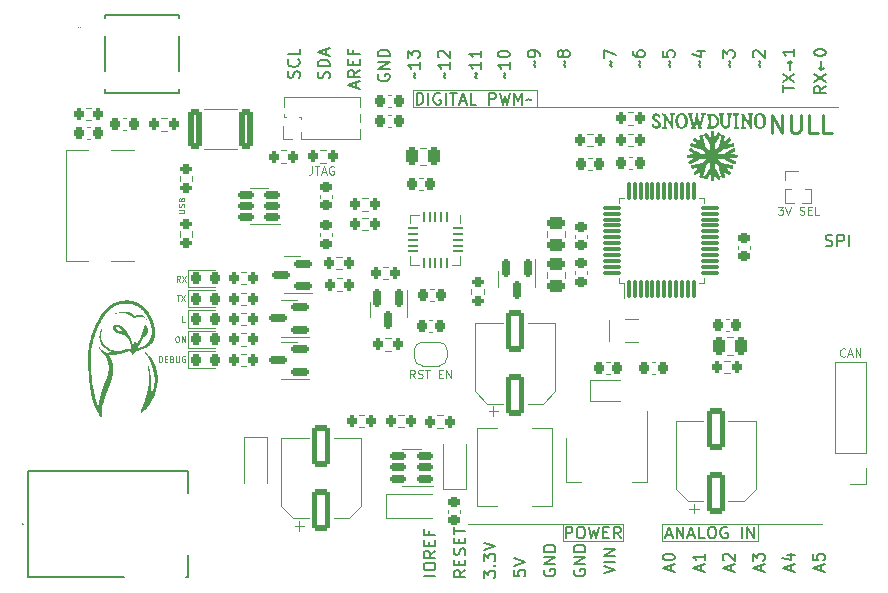
<source format=gto>
G04 #@! TF.GenerationSoftware,KiCad,Pcbnew,(6.0.1-0)*
G04 #@! TF.CreationDate,2023-01-28T23:37:06+00:00*
G04 #@! TF.ProjectId,Snowduino Null,536e6f77-6475-4696-9e6f-204e756c6c2e,rev?*
G04 #@! TF.SameCoordinates,Original*
G04 #@! TF.FileFunction,Legend,Top*
G04 #@! TF.FilePolarity,Positive*
%FSLAX46Y46*%
G04 Gerber Fmt 4.6, Leading zero omitted, Abs format (unit mm)*
G04 Created by KiCad (PCBNEW (6.0.1-0)) date 2023-01-28 23:37:06*
%MOMM*%
%LPD*%
G01*
G04 APERTURE LIST*
G04 Aperture macros list*
%AMRoundRect*
0 Rectangle with rounded corners*
0 $1 Rounding radius*
0 $2 $3 $4 $5 $6 $7 $8 $9 X,Y pos of 4 corners*
0 Add a 4 corners polygon primitive as box body*
4,1,4,$2,$3,$4,$5,$6,$7,$8,$9,$2,$3,0*
0 Add four circle primitives for the rounded corners*
1,1,$1+$1,$2,$3*
1,1,$1+$1,$4,$5*
1,1,$1+$1,$6,$7*
1,1,$1+$1,$8,$9*
0 Add four rect primitives between the rounded corners*
20,1,$1+$1,$2,$3,$4,$5,0*
20,1,$1+$1,$4,$5,$6,$7,0*
20,1,$1+$1,$6,$7,$8,$9,0*
20,1,$1+$1,$8,$9,$2,$3,0*%
%AMFreePoly0*
4,1,22,0.500000,-0.750000,0.000000,-0.750000,0.000000,-0.745033,-0.079941,-0.743568,-0.215256,-0.701293,-0.333266,-0.622738,-0.424486,-0.514219,-0.481581,-0.384460,-0.499164,-0.250000,-0.500000,-0.250000,-0.500000,0.250000,-0.499164,0.250000,-0.499963,0.256109,-0.478152,0.396186,-0.417904,0.524511,-0.324060,0.630769,-0.204165,0.706417,-0.067858,0.745374,0.000000,0.744959,0.000000,0.750000,
0.500000,0.750000,0.500000,-0.750000,0.500000,-0.750000,$1*%
%AMFreePoly1*
4,1,20,0.000000,0.744959,0.073905,0.744508,0.209726,0.703889,0.328688,0.626782,0.421226,0.519385,0.479903,0.390333,0.500000,0.250000,0.500000,-0.250000,0.499851,-0.262216,0.476331,-0.402017,0.414519,-0.529596,0.319384,-0.634700,0.198574,-0.708877,0.061801,-0.746166,0.000000,-0.745033,0.000000,-0.750000,-0.500000,-0.750000,-0.500000,0.750000,0.000000,0.750000,0.000000,0.744959,
0.000000,0.744959,$1*%
G04 Aperture macros list end*
%ADD10C,0.120000*%
%ADD11C,0.150000*%
%ADD12C,0.100000*%
%ADD13C,0.125000*%
%ADD14C,0.220000*%
%ADD15C,0.200000*%
%ADD16C,3.200000*%
%ADD17R,1.700000X1.700000*%
%ADD18O,1.700000X1.700000*%
%ADD19RoundRect,0.225000X0.250000X-0.225000X0.250000X0.225000X-0.250000X0.225000X-0.250000X-0.225000X0*%
%ADD20RoundRect,0.218750X-0.218750X-0.256250X0.218750X-0.256250X0.218750X0.256250X-0.218750X0.256250X0*%
%ADD21R,0.600000X0.450000*%
%ADD22RoundRect,0.200000X0.200000X0.275000X-0.200000X0.275000X-0.200000X-0.275000X0.200000X-0.275000X0*%
%ADD23RoundRect,0.225000X-0.225000X-0.250000X0.225000X-0.250000X0.225000X0.250000X-0.225000X0.250000X0*%
%ADD24RoundRect,0.062500X-0.062500X0.350000X-0.062500X-0.350000X0.062500X-0.350000X0.062500X0.350000X0*%
%ADD25RoundRect,0.062500X-0.350000X0.062500X-0.350000X-0.062500X0.350000X-0.062500X0.350000X0.062500X0*%
%ADD26R,2.500000X2.500000*%
%ADD27R,2.400000X1.500000*%
%ADD28R,1.100000X1.100000*%
%ADD29RoundRect,0.250000X0.312500X1.450000X-0.312500X1.450000X-0.312500X-1.450000X0.312500X-1.450000X0*%
%ADD30RoundRect,0.250000X-0.250000X-0.475000X0.250000X-0.475000X0.250000X0.475000X-0.250000X0.475000X0*%
%ADD31RoundRect,0.200000X0.275000X-0.200000X0.275000X0.200000X-0.275000X0.200000X-0.275000X-0.200000X0*%
%ADD32RoundRect,0.250000X0.550000X-1.500000X0.550000X1.500000X-0.550000X1.500000X-0.550000X-1.500000X0*%
%ADD33RoundRect,0.150000X-0.150000X0.587500X-0.150000X-0.587500X0.150000X-0.587500X0.150000X0.587500X0*%
%ADD34RoundRect,0.150000X0.587500X0.150000X-0.587500X0.150000X-0.587500X-0.150000X0.587500X-0.150000X0*%
%ADD35RoundRect,0.075000X0.075000X-0.662500X0.075000X0.662500X-0.075000X0.662500X-0.075000X-0.662500X0*%
%ADD36RoundRect,0.075000X0.662500X-0.075000X0.662500X0.075000X-0.662500X0.075000X-0.662500X-0.075000X0*%
%ADD37RoundRect,0.225000X-0.250000X0.225000X-0.250000X-0.225000X0.250000X-0.225000X0.250000X0.225000X0*%
%ADD38R,1.000000X1.000000*%
%ADD39O,1.000000X1.000000*%
%ADD40RoundRect,0.150000X0.512500X0.150000X-0.512500X0.150000X-0.512500X-0.150000X0.512500X-0.150000X0*%
%ADD41FreePoly0,0.000000*%
%ADD42FreePoly1,0.000000*%
%ADD43R,1.000000X1.800000*%
%ADD44RoundRect,0.250000X-0.475000X0.250000X-0.475000X-0.250000X0.475000X-0.250000X0.475000X0.250000X0*%
%ADD45R,1.500000X2.000000*%
%ADD46R,3.800000X2.000000*%
%ADD47RoundRect,0.200000X-0.200000X-0.275000X0.200000X-0.275000X0.200000X0.275000X-0.200000X0.275000X0*%
%ADD48RoundRect,0.225000X0.225000X0.250000X-0.225000X0.250000X-0.225000X-0.250000X0.225000X-0.250000X0*%
%ADD49RoundRect,0.250000X0.475000X-0.250000X0.475000X0.250000X-0.475000X0.250000X-0.475000X-0.250000X0*%
%ADD50R,1.300000X1.000000*%
%ADD51C,0.650000*%
%ADD52R,1.450000X0.600000*%
%ADD53R,1.450000X0.300000*%
%ADD54O,2.100000X1.000000*%
%ADD55O,1.600000X1.000000*%
%ADD56C,1.500000*%
%ADD57C,4.650000*%
G04 APERTURE END LIST*
D10*
X146606000Y-81593000D02*
X110616000Y-81593000D01*
X131686000Y-116833000D02*
X145236000Y-116833000D01*
X123306000Y-116833000D02*
X115236000Y-116833000D01*
X128426000Y-116833000D02*
X123306000Y-116833000D01*
X123306000Y-116833000D02*
X123306000Y-118293000D01*
X123306000Y-118293000D02*
X128426000Y-118293000D01*
X128426000Y-118293000D02*
X128426000Y-116833000D01*
X110616000Y-81573000D02*
X121076000Y-81573000D01*
X121076000Y-81573000D02*
X121076000Y-80113000D01*
X121076000Y-80113000D02*
X110616000Y-80113000D01*
X110616000Y-80113000D02*
X110616000Y-81573000D01*
X131686000Y-116833000D02*
X139856000Y-116833000D01*
X139856000Y-116833000D02*
X139856000Y-118293000D01*
X139856000Y-118293000D02*
X131686000Y-118293000D01*
X131686000Y-118293000D02*
X131686000Y-116833000D01*
D11*
X129847428Y-78141095D02*
X129799809Y-78093476D01*
X129752190Y-77998238D01*
X129847428Y-77807761D01*
X129799809Y-77712523D01*
X129752190Y-77664904D01*
X129228380Y-76855380D02*
X129228380Y-77045857D01*
X129276000Y-77141095D01*
X129323619Y-77188714D01*
X129466476Y-77283952D01*
X129656952Y-77331571D01*
X130037904Y-77331571D01*
X130133142Y-77283952D01*
X130180761Y-77236333D01*
X130228380Y-77141095D01*
X130228380Y-76950619D01*
X130180761Y-76855380D01*
X130133142Y-76807761D01*
X130037904Y-76760142D01*
X129799809Y-76760142D01*
X129704571Y-76807761D01*
X129656952Y-76855380D01*
X129609333Y-76950619D01*
X129609333Y-77141095D01*
X129656952Y-77236333D01*
X129704571Y-77283952D01*
X129799809Y-77331571D01*
X123497428Y-78141095D02*
X123449809Y-78093476D01*
X123402190Y-77998238D01*
X123497428Y-77807761D01*
X123449809Y-77712523D01*
X123402190Y-77664904D01*
X123306952Y-77141095D02*
X123259333Y-77236333D01*
X123211714Y-77283952D01*
X123116476Y-77331571D01*
X123068857Y-77331571D01*
X122973619Y-77283952D01*
X122926000Y-77236333D01*
X122878380Y-77141095D01*
X122878380Y-76950619D01*
X122926000Y-76855380D01*
X122973619Y-76807761D01*
X123068857Y-76760142D01*
X123116476Y-76760142D01*
X123211714Y-76807761D01*
X123259333Y-76855380D01*
X123306952Y-76950619D01*
X123306952Y-77141095D01*
X123354571Y-77236333D01*
X123402190Y-77283952D01*
X123497428Y-77331571D01*
X123687904Y-77331571D01*
X123783142Y-77283952D01*
X123830761Y-77236333D01*
X123878380Y-77141095D01*
X123878380Y-76950619D01*
X123830761Y-76855380D01*
X123783142Y-76807761D01*
X123687904Y-76760142D01*
X123497428Y-76760142D01*
X123402190Y-76807761D01*
X123354571Y-76855380D01*
X123306952Y-76950619D01*
X103510761Y-79125285D02*
X103558380Y-78982428D01*
X103558380Y-78744333D01*
X103510761Y-78649095D01*
X103463142Y-78601476D01*
X103367904Y-78553857D01*
X103272666Y-78553857D01*
X103177428Y-78601476D01*
X103129809Y-78649095D01*
X103082190Y-78744333D01*
X103034571Y-78934809D01*
X102986952Y-79030047D01*
X102939333Y-79077666D01*
X102844095Y-79125285D01*
X102748857Y-79125285D01*
X102653619Y-79077666D01*
X102606000Y-79030047D01*
X102558380Y-78934809D01*
X102558380Y-78696714D01*
X102606000Y-78553857D01*
X103558380Y-78125285D02*
X102558380Y-78125285D01*
X102558380Y-77887190D01*
X102606000Y-77744333D01*
X102701238Y-77649095D01*
X102796476Y-77601476D01*
X102986952Y-77553857D01*
X103129809Y-77553857D01*
X103320285Y-77601476D01*
X103415523Y-77649095D01*
X103510761Y-77744333D01*
X103558380Y-77887190D01*
X103558380Y-78125285D01*
X103272666Y-77172904D02*
X103272666Y-76696714D01*
X103558380Y-77268142D02*
X102558380Y-76934809D01*
X103558380Y-76601476D01*
X113337428Y-79125285D02*
X113289809Y-79077666D01*
X113242190Y-78982428D01*
X113337428Y-78791952D01*
X113289809Y-78696714D01*
X113242190Y-78649095D01*
X113718380Y-77744333D02*
X113718380Y-78315761D01*
X113718380Y-78030047D02*
X112718380Y-78030047D01*
X112861238Y-78125285D01*
X112956476Y-78220523D01*
X113004095Y-78315761D01*
X112813619Y-77363380D02*
X112766000Y-77315761D01*
X112718380Y-77220523D01*
X112718380Y-76982428D01*
X112766000Y-76887190D01*
X112813619Y-76839571D01*
X112908857Y-76791952D01*
X113004095Y-76791952D01*
X113146952Y-76839571D01*
X113718380Y-77411000D01*
X113718380Y-76791952D01*
X116004428Y-79125285D02*
X115956809Y-79077666D01*
X115909190Y-78982428D01*
X116004428Y-78791952D01*
X115956809Y-78696714D01*
X115909190Y-78649095D01*
X116385380Y-77744333D02*
X116385380Y-78315761D01*
X116385380Y-78030047D02*
X115385380Y-78030047D01*
X115528238Y-78125285D01*
X115623476Y-78220523D01*
X115671095Y-78315761D01*
X116385380Y-76791952D02*
X116385380Y-77363380D01*
X116385380Y-77077666D02*
X115385380Y-77077666D01*
X115528238Y-77172904D01*
X115623476Y-77268142D01*
X115671095Y-77363380D01*
X140102666Y-120807285D02*
X140102666Y-120331095D01*
X140388380Y-120902523D02*
X139388380Y-120569190D01*
X140388380Y-120235857D01*
X139388380Y-119997761D02*
X139388380Y-119378714D01*
X139769333Y-119712047D01*
X139769333Y-119569190D01*
X139816952Y-119473952D01*
X139864571Y-119426333D01*
X139959809Y-119378714D01*
X140197904Y-119378714D01*
X140293142Y-119426333D01*
X140340761Y-119473952D01*
X140388380Y-119569190D01*
X140388380Y-119854904D01*
X140340761Y-119950142D01*
X140293142Y-119997761D01*
X110797428Y-79125285D02*
X110749809Y-79077666D01*
X110702190Y-78982428D01*
X110797428Y-78791952D01*
X110749809Y-78696714D01*
X110702190Y-78649095D01*
X111178380Y-77744333D02*
X111178380Y-78315761D01*
X111178380Y-78030047D02*
X110178380Y-78030047D01*
X110321238Y-78125285D01*
X110416476Y-78220523D01*
X110464095Y-78315761D01*
X110178380Y-77411000D02*
X110178380Y-76791952D01*
X110559333Y-77125285D01*
X110559333Y-76982428D01*
X110606952Y-76887190D01*
X110654571Y-76839571D01*
X110749809Y-76791952D01*
X110987904Y-76791952D01*
X111083142Y-76839571D01*
X111130761Y-76887190D01*
X111178380Y-76982428D01*
X111178380Y-77268142D01*
X111130761Y-77363380D01*
X111083142Y-77411000D01*
D12*
X90620476Y-100984190D02*
X90715714Y-100984190D01*
X90763333Y-101008000D01*
X90810952Y-101055619D01*
X90834761Y-101150857D01*
X90834761Y-101317523D01*
X90810952Y-101412761D01*
X90763333Y-101460380D01*
X90715714Y-101484190D01*
X90620476Y-101484190D01*
X90572857Y-101460380D01*
X90525238Y-101412761D01*
X90501428Y-101317523D01*
X90501428Y-101150857D01*
X90525238Y-101055619D01*
X90572857Y-101008000D01*
X90620476Y-100984190D01*
X91049047Y-101484190D02*
X91049047Y-100984190D01*
X91334761Y-101484190D01*
X91334761Y-100984190D01*
D11*
X126758380Y-121053238D02*
X127758380Y-120719904D01*
X126758380Y-120386571D01*
X127758380Y-120053238D02*
X126758380Y-120053238D01*
X127758380Y-119577047D02*
X126758380Y-119577047D01*
X127758380Y-119005619D01*
X126758380Y-119005619D01*
X127434428Y-78141095D02*
X127386809Y-78093476D01*
X127339190Y-77998238D01*
X127434428Y-77807761D01*
X127386809Y-77712523D01*
X127339190Y-77664904D01*
X126815380Y-77379190D02*
X126815380Y-76712523D01*
X127815380Y-77141095D01*
X107686000Y-78799904D02*
X107638380Y-78895142D01*
X107638380Y-79038000D01*
X107686000Y-79180857D01*
X107781238Y-79276095D01*
X107876476Y-79323714D01*
X108066952Y-79371333D01*
X108209809Y-79371333D01*
X108400285Y-79323714D01*
X108495523Y-79276095D01*
X108590761Y-79180857D01*
X108638380Y-79038000D01*
X108638380Y-78942761D01*
X108590761Y-78799904D01*
X108543142Y-78752285D01*
X108209809Y-78752285D01*
X108209809Y-78942761D01*
X108638380Y-78323714D02*
X107638380Y-78323714D01*
X108638380Y-77752285D01*
X107638380Y-77752285D01*
X108638380Y-77276095D02*
X107638380Y-77276095D01*
X107638380Y-77038000D01*
X107686000Y-76895142D01*
X107781238Y-76799904D01*
X107876476Y-76752285D01*
X108066952Y-76704666D01*
X108209809Y-76704666D01*
X108400285Y-76752285D01*
X108495523Y-76799904D01*
X108590761Y-76895142D01*
X108638380Y-77038000D01*
X108638380Y-77276095D01*
X145182666Y-120807285D02*
X145182666Y-120331095D01*
X145468380Y-120902523D02*
X144468380Y-120569190D01*
X145468380Y-120235857D01*
X144468380Y-119426333D02*
X144468380Y-119902523D01*
X144944571Y-119950142D01*
X144896952Y-119902523D01*
X144849333Y-119807285D01*
X144849333Y-119569190D01*
X144896952Y-119473952D01*
X144944571Y-119426333D01*
X145039809Y-119378714D01*
X145277904Y-119378714D01*
X145373142Y-119426333D01*
X145420761Y-119473952D01*
X145468380Y-119569190D01*
X145468380Y-119807285D01*
X145420761Y-119902523D01*
X145373142Y-119950142D01*
X118417428Y-79125285D02*
X118369809Y-79077666D01*
X118322190Y-78982428D01*
X118417428Y-78791952D01*
X118369809Y-78696714D01*
X118322190Y-78649095D01*
X118798380Y-77744333D02*
X118798380Y-78315761D01*
X118798380Y-78030047D02*
X117798380Y-78030047D01*
X117941238Y-78125285D01*
X118036476Y-78220523D01*
X118084095Y-78315761D01*
X117798380Y-77125285D02*
X117798380Y-77030047D01*
X117846000Y-76934809D01*
X117893619Y-76887190D01*
X117988857Y-76839571D01*
X118179333Y-76791952D01*
X118417428Y-76791952D01*
X118607904Y-76839571D01*
X118703142Y-76887190D01*
X118750761Y-76934809D01*
X118798380Y-77030047D01*
X118798380Y-77125285D01*
X118750761Y-77220523D01*
X118703142Y-77268142D01*
X118607904Y-77315761D01*
X118417428Y-77363380D01*
X118179333Y-77363380D01*
X117988857Y-77315761D01*
X117893619Y-77268142D01*
X117846000Y-77220523D01*
X117798380Y-77125285D01*
X120957428Y-78141095D02*
X120909809Y-78093476D01*
X120862190Y-77998238D01*
X120957428Y-77807761D01*
X120909809Y-77712523D01*
X120862190Y-77664904D01*
X121338380Y-77236333D02*
X121338380Y-77045857D01*
X121290761Y-76950619D01*
X121243142Y-76903000D01*
X121100285Y-76807761D01*
X120909809Y-76760142D01*
X120528857Y-76760142D01*
X120433619Y-76807761D01*
X120386000Y-76855380D01*
X120338380Y-76950619D01*
X120338380Y-77141095D01*
X120386000Y-77236333D01*
X120433619Y-77283952D01*
X120528857Y-77331571D01*
X120766952Y-77331571D01*
X120862190Y-77283952D01*
X120909809Y-77236333D01*
X120957428Y-77141095D01*
X120957428Y-76950619D01*
X120909809Y-76855380D01*
X120862190Y-76807761D01*
X120766952Y-76760142D01*
D12*
X110761666Y-104506666D02*
X110528333Y-104173333D01*
X110361666Y-104506666D02*
X110361666Y-103806666D01*
X110628333Y-103806666D01*
X110695000Y-103840000D01*
X110728333Y-103873333D01*
X110761666Y-103940000D01*
X110761666Y-104040000D01*
X110728333Y-104106666D01*
X110695000Y-104140000D01*
X110628333Y-104173333D01*
X110361666Y-104173333D01*
X111028333Y-104473333D02*
X111128333Y-104506666D01*
X111295000Y-104506666D01*
X111361666Y-104473333D01*
X111395000Y-104440000D01*
X111428333Y-104373333D01*
X111428333Y-104306666D01*
X111395000Y-104240000D01*
X111361666Y-104206666D01*
X111295000Y-104173333D01*
X111161666Y-104140000D01*
X111095000Y-104106666D01*
X111061666Y-104073333D01*
X111028333Y-104006666D01*
X111028333Y-103940000D01*
X111061666Y-103873333D01*
X111095000Y-103840000D01*
X111161666Y-103806666D01*
X111328333Y-103806666D01*
X111428333Y-103840000D01*
X111628333Y-103806666D02*
X112028333Y-103806666D01*
X111828333Y-104506666D02*
X111828333Y-103806666D01*
X112795000Y-104140000D02*
X113028333Y-104140000D01*
X113128333Y-104506666D02*
X112795000Y-104506666D01*
X112795000Y-103806666D01*
X113128333Y-103806666D01*
X113428333Y-104506666D02*
X113428333Y-103806666D01*
X113828333Y-104506666D01*
X113828333Y-103806666D01*
D11*
X105812666Y-79911047D02*
X105812666Y-79434857D01*
X106098380Y-80006285D02*
X105098380Y-79672952D01*
X106098380Y-79339619D01*
X106098380Y-78434857D02*
X105622190Y-78768190D01*
X106098380Y-79006285D02*
X105098380Y-79006285D01*
X105098380Y-78625333D01*
X105146000Y-78530095D01*
X105193619Y-78482476D01*
X105288857Y-78434857D01*
X105431714Y-78434857D01*
X105526952Y-78482476D01*
X105574571Y-78530095D01*
X105622190Y-78625333D01*
X105622190Y-79006285D01*
X105574571Y-78006285D02*
X105574571Y-77672952D01*
X106098380Y-77530095D02*
X106098380Y-78006285D01*
X105098380Y-78006285D01*
X105098380Y-77530095D01*
X105574571Y-76768190D02*
X105574571Y-77101523D01*
X106098380Y-77101523D02*
X105098380Y-77101523D01*
X105098380Y-76625333D01*
D12*
X90897666Y-96336190D02*
X90731000Y-96098095D01*
X90611952Y-96336190D02*
X90611952Y-95836190D01*
X90802428Y-95836190D01*
X90850047Y-95860000D01*
X90873857Y-95883809D01*
X90897666Y-95931428D01*
X90897666Y-96002857D01*
X90873857Y-96050476D01*
X90850047Y-96074285D01*
X90802428Y-96098095D01*
X90611952Y-96098095D01*
X91064333Y-95836190D02*
X91397666Y-96336190D01*
X91397666Y-95836190D02*
X91064333Y-96336190D01*
D11*
X116598380Y-121434190D02*
X116598380Y-120815142D01*
X116979333Y-121148476D01*
X116979333Y-121005619D01*
X117026952Y-120910380D01*
X117074571Y-120862761D01*
X117169809Y-120815142D01*
X117407904Y-120815142D01*
X117503142Y-120862761D01*
X117550761Y-120910380D01*
X117598380Y-121005619D01*
X117598380Y-121291333D01*
X117550761Y-121386571D01*
X117503142Y-121434190D01*
X117503142Y-120386571D02*
X117550761Y-120338952D01*
X117598380Y-120386571D01*
X117550761Y-120434190D01*
X117503142Y-120386571D01*
X117598380Y-120386571D01*
X116598380Y-120005619D02*
X116598380Y-119386571D01*
X116979333Y-119719904D01*
X116979333Y-119577047D01*
X117026952Y-119481809D01*
X117074571Y-119434190D01*
X117169809Y-119386571D01*
X117407904Y-119386571D01*
X117503142Y-119434190D01*
X117550761Y-119481809D01*
X117598380Y-119577047D01*
X117598380Y-119862761D01*
X117550761Y-119958000D01*
X117503142Y-120005619D01*
X116598380Y-119100857D02*
X117598380Y-118767523D01*
X116598380Y-118434190D01*
D12*
X141517666Y-89985666D02*
X141951000Y-89985666D01*
X141717666Y-90252333D01*
X141817666Y-90252333D01*
X141884333Y-90285666D01*
X141917666Y-90319000D01*
X141951000Y-90385666D01*
X141951000Y-90552333D01*
X141917666Y-90619000D01*
X141884333Y-90652333D01*
X141817666Y-90685666D01*
X141617666Y-90685666D01*
X141551000Y-90652333D01*
X141517666Y-90619000D01*
X142151000Y-89985666D02*
X142384333Y-90685666D01*
X142617666Y-89985666D01*
X143351000Y-90652333D02*
X143451000Y-90685666D01*
X143617666Y-90685666D01*
X143684333Y-90652333D01*
X143717666Y-90619000D01*
X143751000Y-90552333D01*
X143751000Y-90485666D01*
X143717666Y-90419000D01*
X143684333Y-90385666D01*
X143617666Y-90352333D01*
X143484333Y-90319000D01*
X143417666Y-90285666D01*
X143384333Y-90252333D01*
X143351000Y-90185666D01*
X143351000Y-90119000D01*
X143384333Y-90052333D01*
X143417666Y-90019000D01*
X143484333Y-89985666D01*
X143651000Y-89985666D01*
X143751000Y-90019000D01*
X144051000Y-90319000D02*
X144284333Y-90319000D01*
X144384333Y-90685666D02*
X144051000Y-90685666D01*
X144051000Y-89985666D01*
X144384333Y-89985666D01*
X145017666Y-90685666D02*
X144684333Y-90685666D01*
X144684333Y-89985666D01*
D11*
X123536476Y-118085380D02*
X123536476Y-117085380D01*
X123917428Y-117085380D01*
X124012666Y-117133000D01*
X124060285Y-117180619D01*
X124107904Y-117275857D01*
X124107904Y-117418714D01*
X124060285Y-117513952D01*
X124012666Y-117561571D01*
X123917428Y-117609190D01*
X123536476Y-117609190D01*
X124726952Y-117085380D02*
X124917428Y-117085380D01*
X125012666Y-117133000D01*
X125107904Y-117228238D01*
X125155523Y-117418714D01*
X125155523Y-117752047D01*
X125107904Y-117942523D01*
X125012666Y-118037761D01*
X124917428Y-118085380D01*
X124726952Y-118085380D01*
X124631714Y-118037761D01*
X124536476Y-117942523D01*
X124488857Y-117752047D01*
X124488857Y-117418714D01*
X124536476Y-117228238D01*
X124631714Y-117133000D01*
X124726952Y-117085380D01*
X125488857Y-117085380D02*
X125726952Y-118085380D01*
X125917428Y-117371095D01*
X126107904Y-118085380D01*
X126346000Y-117085380D01*
X126726952Y-117561571D02*
X127060285Y-117561571D01*
X127203142Y-118085380D02*
X126726952Y-118085380D01*
X126726952Y-117085380D01*
X127203142Y-117085380D01*
X128203142Y-118085380D02*
X127869809Y-117609190D01*
X127631714Y-118085380D02*
X127631714Y-117085380D01*
X128012666Y-117085380D01*
X128107904Y-117133000D01*
X128155523Y-117180619D01*
X128203142Y-117275857D01*
X128203142Y-117418714D01*
X128155523Y-117513952D01*
X128107904Y-117561571D01*
X128012666Y-117609190D01*
X127631714Y-117609190D01*
X100970761Y-79101476D02*
X101018380Y-78958619D01*
X101018380Y-78720523D01*
X100970761Y-78625285D01*
X100923142Y-78577666D01*
X100827904Y-78530047D01*
X100732666Y-78530047D01*
X100637428Y-78577666D01*
X100589809Y-78625285D01*
X100542190Y-78720523D01*
X100494571Y-78911000D01*
X100446952Y-79006238D01*
X100399333Y-79053857D01*
X100304095Y-79101476D01*
X100208857Y-79101476D01*
X100113619Y-79053857D01*
X100066000Y-79006238D01*
X100018380Y-78911000D01*
X100018380Y-78672904D01*
X100066000Y-78530047D01*
X100923142Y-77530047D02*
X100970761Y-77577666D01*
X101018380Y-77720523D01*
X101018380Y-77815761D01*
X100970761Y-77958619D01*
X100875523Y-78053857D01*
X100780285Y-78101476D01*
X100589809Y-78149095D01*
X100446952Y-78149095D01*
X100256476Y-78101476D01*
X100161238Y-78053857D01*
X100066000Y-77958619D01*
X100018380Y-77815761D01*
X100018380Y-77720523D01*
X100066000Y-77577666D01*
X100113619Y-77530047D01*
X101018380Y-76625285D02*
X101018380Y-77101476D01*
X100018380Y-77101476D01*
X110922666Y-81355380D02*
X110922666Y-80355380D01*
X111160761Y-80355380D01*
X111303619Y-80403000D01*
X111398857Y-80498238D01*
X111446476Y-80593476D01*
X111494095Y-80783952D01*
X111494095Y-80926809D01*
X111446476Y-81117285D01*
X111398857Y-81212523D01*
X111303619Y-81307761D01*
X111160761Y-81355380D01*
X110922666Y-81355380D01*
X111922666Y-81355380D02*
X111922666Y-80355380D01*
X112922666Y-80403000D02*
X112827428Y-80355380D01*
X112684571Y-80355380D01*
X112541714Y-80403000D01*
X112446476Y-80498238D01*
X112398857Y-80593476D01*
X112351238Y-80783952D01*
X112351238Y-80926809D01*
X112398857Y-81117285D01*
X112446476Y-81212523D01*
X112541714Y-81307761D01*
X112684571Y-81355380D01*
X112779809Y-81355380D01*
X112922666Y-81307761D01*
X112970285Y-81260142D01*
X112970285Y-80926809D01*
X112779809Y-80926809D01*
X113398857Y-81355380D02*
X113398857Y-80355380D01*
X113732190Y-80355380D02*
X114303619Y-80355380D01*
X114017904Y-81355380D02*
X114017904Y-80355380D01*
X114589333Y-81069666D02*
X115065523Y-81069666D01*
X114494095Y-81355380D02*
X114827428Y-80355380D01*
X115160761Y-81355380D01*
X115970285Y-81355380D02*
X115494095Y-81355380D01*
X115494095Y-80355380D01*
X117065523Y-81355380D02*
X117065523Y-80355380D01*
X117446476Y-80355380D01*
X117541714Y-80403000D01*
X117589333Y-80450619D01*
X117636952Y-80545857D01*
X117636952Y-80688714D01*
X117589333Y-80783952D01*
X117541714Y-80831571D01*
X117446476Y-80879190D01*
X117065523Y-80879190D01*
X117970285Y-80355380D02*
X118208380Y-81355380D01*
X118398857Y-80641095D01*
X118589333Y-81355380D01*
X118827428Y-80355380D01*
X119208380Y-81355380D02*
X119208380Y-80355380D01*
X119541714Y-81069666D01*
X119875047Y-80355380D01*
X119875047Y-81355380D01*
X120208380Y-80974428D02*
X120256000Y-80926809D01*
X120351238Y-80879190D01*
X120541714Y-80974428D01*
X120636952Y-80926809D01*
X120684571Y-80879190D01*
D13*
X90767190Y-90555952D02*
X91171952Y-90555952D01*
X91219571Y-90532142D01*
X91243380Y-90508333D01*
X91267190Y-90460714D01*
X91267190Y-90365476D01*
X91243380Y-90317857D01*
X91219571Y-90294047D01*
X91171952Y-90270238D01*
X90767190Y-90270238D01*
X91243380Y-90055952D02*
X91267190Y-89984523D01*
X91267190Y-89865476D01*
X91243380Y-89817857D01*
X91219571Y-89794047D01*
X91171952Y-89770238D01*
X91124333Y-89770238D01*
X91076714Y-89794047D01*
X91052904Y-89817857D01*
X91029095Y-89865476D01*
X91005285Y-89960714D01*
X90981476Y-90008333D01*
X90957666Y-90032142D01*
X90910047Y-90055952D01*
X90862428Y-90055952D01*
X90814809Y-90032142D01*
X90791000Y-90008333D01*
X90767190Y-89960714D01*
X90767190Y-89841666D01*
X90791000Y-89770238D01*
X91005285Y-89389285D02*
X91029095Y-89317857D01*
X91052904Y-89294047D01*
X91100523Y-89270238D01*
X91171952Y-89270238D01*
X91219571Y-89294047D01*
X91243380Y-89317857D01*
X91267190Y-89365476D01*
X91267190Y-89555952D01*
X90767190Y-89555952D01*
X90767190Y-89389285D01*
X90791000Y-89341666D01*
X90814809Y-89317857D01*
X90862428Y-89294047D01*
X90910047Y-89294047D01*
X90957666Y-89317857D01*
X90981476Y-89341666D01*
X91005285Y-89389285D01*
X91005285Y-89555952D01*
D12*
X90611047Y-97508190D02*
X90896761Y-97508190D01*
X90753904Y-98008190D02*
X90753904Y-97508190D01*
X91015809Y-97508190D02*
X91349142Y-98008190D01*
X91349142Y-97508190D02*
X91015809Y-98008190D01*
D11*
X112518380Y-121227761D02*
X111518380Y-121227761D01*
X111518380Y-120561095D02*
X111518380Y-120370619D01*
X111566000Y-120275380D01*
X111661238Y-120180142D01*
X111851714Y-120132523D01*
X112185047Y-120132523D01*
X112375523Y-120180142D01*
X112470761Y-120275380D01*
X112518380Y-120370619D01*
X112518380Y-120561095D01*
X112470761Y-120656333D01*
X112375523Y-120751571D01*
X112185047Y-120799190D01*
X111851714Y-120799190D01*
X111661238Y-120751571D01*
X111566000Y-120656333D01*
X111518380Y-120561095D01*
X112518380Y-119132523D02*
X112042190Y-119465857D01*
X112518380Y-119703952D02*
X111518380Y-119703952D01*
X111518380Y-119323000D01*
X111566000Y-119227761D01*
X111613619Y-119180142D01*
X111708857Y-119132523D01*
X111851714Y-119132523D01*
X111946952Y-119180142D01*
X111994571Y-119227761D01*
X112042190Y-119323000D01*
X112042190Y-119703952D01*
X111994571Y-118703952D02*
X111994571Y-118370619D01*
X112518380Y-118227761D02*
X112518380Y-118703952D01*
X111518380Y-118703952D01*
X111518380Y-118227761D01*
X111994571Y-117465857D02*
X111994571Y-117799190D01*
X112518380Y-117799190D02*
X111518380Y-117799190D01*
X111518380Y-117323000D01*
X121726000Y-120719904D02*
X121678380Y-120815142D01*
X121678380Y-120958000D01*
X121726000Y-121100857D01*
X121821238Y-121196095D01*
X121916476Y-121243714D01*
X122106952Y-121291333D01*
X122249809Y-121291333D01*
X122440285Y-121243714D01*
X122535523Y-121196095D01*
X122630761Y-121100857D01*
X122678380Y-120958000D01*
X122678380Y-120862761D01*
X122630761Y-120719904D01*
X122583142Y-120672285D01*
X122249809Y-120672285D01*
X122249809Y-120862761D01*
X122678380Y-120243714D02*
X121678380Y-120243714D01*
X122678380Y-119672285D01*
X121678380Y-119672285D01*
X122678380Y-119196095D02*
X121678380Y-119196095D01*
X121678380Y-118958000D01*
X121726000Y-118815142D01*
X121821238Y-118719904D01*
X121916476Y-118672285D01*
X122106952Y-118624666D01*
X122249809Y-118624666D01*
X122440285Y-118672285D01*
X122535523Y-118719904D01*
X122630761Y-118815142D01*
X122678380Y-118958000D01*
X122678380Y-119196095D01*
D12*
X91331761Y-99771190D02*
X91093666Y-99771190D01*
X91093666Y-99271190D01*
D11*
X132387428Y-78141095D02*
X132339809Y-78093476D01*
X132292190Y-77998238D01*
X132387428Y-77807761D01*
X132339809Y-77712523D01*
X132292190Y-77664904D01*
X131768380Y-76807761D02*
X131768380Y-77283952D01*
X132244571Y-77331571D01*
X132196952Y-77283952D01*
X132149333Y-77188714D01*
X132149333Y-76950619D01*
X132196952Y-76855380D01*
X132244571Y-76807761D01*
X132339809Y-76760142D01*
X132577904Y-76760142D01*
X132673142Y-76807761D01*
X132720761Y-76855380D01*
X132768380Y-76950619D01*
X132768380Y-77188714D01*
X132720761Y-77283952D01*
X132673142Y-77331571D01*
X142642666Y-120807285D02*
X142642666Y-120331095D01*
X142928380Y-120902523D02*
X141928380Y-120569190D01*
X142928380Y-120235857D01*
X142261714Y-119473952D02*
X142928380Y-119473952D01*
X141880761Y-119712047D02*
X142595047Y-119950142D01*
X142595047Y-119331095D01*
X124266000Y-120719904D02*
X124218380Y-120815142D01*
X124218380Y-120958000D01*
X124266000Y-121100857D01*
X124361238Y-121196095D01*
X124456476Y-121243714D01*
X124646952Y-121291333D01*
X124789809Y-121291333D01*
X124980285Y-121243714D01*
X125075523Y-121196095D01*
X125170761Y-121100857D01*
X125218380Y-120958000D01*
X125218380Y-120862761D01*
X125170761Y-120719904D01*
X125123142Y-120672285D01*
X124789809Y-120672285D01*
X124789809Y-120862761D01*
X125218380Y-120243714D02*
X124218380Y-120243714D01*
X125218380Y-119672285D01*
X124218380Y-119672285D01*
X125218380Y-119196095D02*
X124218380Y-119196095D01*
X124218380Y-118958000D01*
X124266000Y-118815142D01*
X124361238Y-118719904D01*
X124456476Y-118672285D01*
X124646952Y-118624666D01*
X124789809Y-118624666D01*
X124980285Y-118672285D01*
X125075523Y-118719904D01*
X125170761Y-118815142D01*
X125218380Y-118958000D01*
X125218380Y-119196095D01*
X145575380Y-79791904D02*
X145099190Y-80125238D01*
X145575380Y-80363333D02*
X144575380Y-80363333D01*
X144575380Y-79982380D01*
X144623000Y-79887142D01*
X144670619Y-79839523D01*
X144765857Y-79791904D01*
X144908714Y-79791904D01*
X145003952Y-79839523D01*
X145051571Y-79887142D01*
X145099190Y-79982380D01*
X145099190Y-80363333D01*
X144575380Y-79458571D02*
X145575380Y-78791904D01*
X144575380Y-78791904D02*
X145575380Y-79458571D01*
X145194428Y-77649047D02*
X145194428Y-78410952D01*
X145384904Y-78220476D02*
X145194428Y-78410952D01*
X145003952Y-78220476D01*
X144575380Y-76982380D02*
X144575380Y-76887142D01*
X144623000Y-76791904D01*
X144670619Y-76744285D01*
X144765857Y-76696666D01*
X144956333Y-76649047D01*
X145194428Y-76649047D01*
X145384904Y-76696666D01*
X145480142Y-76744285D01*
X145527761Y-76791904D01*
X145575380Y-76887142D01*
X145575380Y-76982380D01*
X145527761Y-77077619D01*
X145480142Y-77125238D01*
X145384904Y-77172857D01*
X145194428Y-77220476D01*
X144956333Y-77220476D01*
X144765857Y-77172857D01*
X144670619Y-77125238D01*
X144623000Y-77077619D01*
X144575380Y-76982380D01*
X115058380Y-120775380D02*
X114582190Y-121108714D01*
X115058380Y-121346809D02*
X114058380Y-121346809D01*
X114058380Y-120965857D01*
X114106000Y-120870619D01*
X114153619Y-120823000D01*
X114248857Y-120775380D01*
X114391714Y-120775380D01*
X114486952Y-120823000D01*
X114534571Y-120870619D01*
X114582190Y-120965857D01*
X114582190Y-121346809D01*
X114534571Y-120346809D02*
X114534571Y-120013476D01*
X115058380Y-119870619D02*
X115058380Y-120346809D01*
X114058380Y-120346809D01*
X114058380Y-119870619D01*
X115010761Y-119489666D02*
X115058380Y-119346809D01*
X115058380Y-119108714D01*
X115010761Y-119013476D01*
X114963142Y-118965857D01*
X114867904Y-118918238D01*
X114772666Y-118918238D01*
X114677428Y-118965857D01*
X114629809Y-119013476D01*
X114582190Y-119108714D01*
X114534571Y-119299190D01*
X114486952Y-119394428D01*
X114439333Y-119442047D01*
X114344095Y-119489666D01*
X114248857Y-119489666D01*
X114153619Y-119442047D01*
X114106000Y-119394428D01*
X114058380Y-119299190D01*
X114058380Y-119061095D01*
X114106000Y-118918238D01*
X114534571Y-118489666D02*
X114534571Y-118156333D01*
X115058380Y-118013476D02*
X115058380Y-118489666D01*
X114058380Y-118489666D01*
X114058380Y-118013476D01*
X114058380Y-117727761D02*
X114058380Y-117156333D01*
X115058380Y-117442047D02*
X114058380Y-117442047D01*
X132482666Y-120807285D02*
X132482666Y-120331095D01*
X132768380Y-120902523D02*
X131768380Y-120569190D01*
X132768380Y-120235857D01*
X131768380Y-119712047D02*
X131768380Y-119616809D01*
X131816000Y-119521571D01*
X131863619Y-119473952D01*
X131958857Y-119426333D01*
X132149333Y-119378714D01*
X132387428Y-119378714D01*
X132577904Y-119426333D01*
X132673142Y-119473952D01*
X132720761Y-119521571D01*
X132768380Y-119616809D01*
X132768380Y-119712047D01*
X132720761Y-119807285D01*
X132673142Y-119854904D01*
X132577904Y-119902523D01*
X132387428Y-119950142D01*
X132149333Y-119950142D01*
X131958857Y-119902523D01*
X131863619Y-119854904D01*
X131816000Y-119807285D01*
X131768380Y-119712047D01*
X137562666Y-120807285D02*
X137562666Y-120331095D01*
X137848380Y-120902523D02*
X136848380Y-120569190D01*
X137848380Y-120235857D01*
X136943619Y-119950142D02*
X136896000Y-119902523D01*
X136848380Y-119807285D01*
X136848380Y-119569190D01*
X136896000Y-119473952D01*
X136943619Y-119426333D01*
X137038857Y-119378714D01*
X137134095Y-119378714D01*
X137276952Y-119426333D01*
X137848380Y-119997761D01*
X137848380Y-119378714D01*
X141908380Y-80260142D02*
X141908380Y-79688714D01*
X142908380Y-79974428D02*
X141908380Y-79974428D01*
X141908380Y-79450619D02*
X142908380Y-78783952D01*
X141908380Y-78783952D02*
X142908380Y-79450619D01*
X142527428Y-78403000D02*
X142527428Y-77641095D01*
X142717904Y-77831571D02*
X142527428Y-77641095D01*
X142336952Y-77831571D01*
X142908380Y-76641095D02*
X142908380Y-77212523D01*
X142908380Y-76926809D02*
X141908380Y-76926809D01*
X142051238Y-77022047D01*
X142146476Y-77117285D01*
X142194095Y-77212523D01*
X134927428Y-78141095D02*
X134879809Y-78093476D01*
X134832190Y-77998238D01*
X134927428Y-77807761D01*
X134879809Y-77712523D01*
X134832190Y-77664904D01*
X134641714Y-76855380D02*
X135308380Y-76855380D01*
X134260761Y-77093476D02*
X134975047Y-77331571D01*
X134975047Y-76712523D01*
X132024095Y-117799666D02*
X132500285Y-117799666D01*
X131928857Y-118085380D02*
X132262190Y-117085380D01*
X132595523Y-118085380D01*
X132928857Y-118085380D02*
X132928857Y-117085380D01*
X133500285Y-118085380D01*
X133500285Y-117085380D01*
X133928857Y-117799666D02*
X134405047Y-117799666D01*
X133833619Y-118085380D02*
X134166952Y-117085380D01*
X134500285Y-118085380D01*
X135309809Y-118085380D02*
X134833619Y-118085380D01*
X134833619Y-117085380D01*
X135833619Y-117085380D02*
X136024095Y-117085380D01*
X136119333Y-117133000D01*
X136214571Y-117228238D01*
X136262190Y-117418714D01*
X136262190Y-117752047D01*
X136214571Y-117942523D01*
X136119333Y-118037761D01*
X136024095Y-118085380D01*
X135833619Y-118085380D01*
X135738380Y-118037761D01*
X135643142Y-117942523D01*
X135595523Y-117752047D01*
X135595523Y-117418714D01*
X135643142Y-117228238D01*
X135738380Y-117133000D01*
X135833619Y-117085380D01*
X137214571Y-117133000D02*
X137119333Y-117085380D01*
X136976476Y-117085380D01*
X136833619Y-117133000D01*
X136738380Y-117228238D01*
X136690761Y-117323476D01*
X136643142Y-117513952D01*
X136643142Y-117656809D01*
X136690761Y-117847285D01*
X136738380Y-117942523D01*
X136833619Y-118037761D01*
X136976476Y-118085380D01*
X137071714Y-118085380D01*
X137214571Y-118037761D01*
X137262190Y-117990142D01*
X137262190Y-117656809D01*
X137071714Y-117656809D01*
X138452666Y-118085380D02*
X138452666Y-117085380D01*
X138928857Y-118085380D02*
X138928857Y-117085380D01*
X139500285Y-118085380D01*
X139500285Y-117085380D01*
X135022666Y-120807285D02*
X135022666Y-120331095D01*
X135308380Y-120902523D02*
X134308380Y-120569190D01*
X135308380Y-120235857D01*
X135308380Y-119378714D02*
X135308380Y-119950142D01*
X135308380Y-119664428D02*
X134308380Y-119664428D01*
X134451238Y-119759666D01*
X134546476Y-119854904D01*
X134594095Y-119950142D01*
D13*
X102061333Y-86577666D02*
X102061333Y-87077666D01*
X102028000Y-87177666D01*
X101961333Y-87244333D01*
X101861333Y-87277666D01*
X101794666Y-87277666D01*
X102294666Y-86577666D02*
X102694666Y-86577666D01*
X102494666Y-87277666D02*
X102494666Y-86577666D01*
X102894666Y-87077666D02*
X103228000Y-87077666D01*
X102828000Y-87277666D02*
X103061333Y-86577666D01*
X103294666Y-87277666D01*
X103894666Y-86611000D02*
X103828000Y-86577666D01*
X103728000Y-86577666D01*
X103628000Y-86611000D01*
X103561333Y-86677666D01*
X103528000Y-86744333D01*
X103494666Y-86877666D01*
X103494666Y-86977666D01*
X103528000Y-87111000D01*
X103561333Y-87177666D01*
X103628000Y-87244333D01*
X103728000Y-87277666D01*
X103794666Y-87277666D01*
X103894666Y-87244333D01*
X103928000Y-87211000D01*
X103928000Y-86977666D01*
X103794666Y-86977666D01*
D11*
X137467428Y-78141095D02*
X137419809Y-78093476D01*
X137372190Y-77998238D01*
X137467428Y-77807761D01*
X137419809Y-77712523D01*
X137372190Y-77664904D01*
X136848380Y-77379190D02*
X136848380Y-76760142D01*
X137229333Y-77093476D01*
X137229333Y-76950619D01*
X137276952Y-76855380D01*
X137324571Y-76807761D01*
X137419809Y-76760142D01*
X137657904Y-76760142D01*
X137753142Y-76807761D01*
X137800761Y-76855380D01*
X137848380Y-76950619D01*
X137848380Y-77236333D01*
X137800761Y-77331571D01*
X137753142Y-77379190D01*
D12*
X89086952Y-103149190D02*
X89086952Y-102649190D01*
X89206000Y-102649190D01*
X89277428Y-102673000D01*
X89325047Y-102720619D01*
X89348857Y-102768238D01*
X89372666Y-102863476D01*
X89372666Y-102934904D01*
X89348857Y-103030142D01*
X89325047Y-103077761D01*
X89277428Y-103125380D01*
X89206000Y-103149190D01*
X89086952Y-103149190D01*
X89586952Y-102887285D02*
X89753619Y-102887285D01*
X89825047Y-103149190D02*
X89586952Y-103149190D01*
X89586952Y-102649190D01*
X89825047Y-102649190D01*
X90206000Y-102887285D02*
X90277428Y-102911095D01*
X90301238Y-102934904D01*
X90325047Y-102982523D01*
X90325047Y-103053952D01*
X90301238Y-103101571D01*
X90277428Y-103125380D01*
X90229809Y-103149190D01*
X90039333Y-103149190D01*
X90039333Y-102649190D01*
X90206000Y-102649190D01*
X90253619Y-102673000D01*
X90277428Y-102696809D01*
X90301238Y-102744428D01*
X90301238Y-102792047D01*
X90277428Y-102839666D01*
X90253619Y-102863476D01*
X90206000Y-102887285D01*
X90039333Y-102887285D01*
X90539333Y-102649190D02*
X90539333Y-103053952D01*
X90563142Y-103101571D01*
X90586952Y-103125380D01*
X90634571Y-103149190D01*
X90729809Y-103149190D01*
X90777428Y-103125380D01*
X90801238Y-103101571D01*
X90825047Y-103053952D01*
X90825047Y-102649190D01*
X91325047Y-102673000D02*
X91277428Y-102649190D01*
X91206000Y-102649190D01*
X91134571Y-102673000D01*
X91086952Y-102720619D01*
X91063142Y-102768238D01*
X91039333Y-102863476D01*
X91039333Y-102934904D01*
X91063142Y-103030142D01*
X91086952Y-103077761D01*
X91134571Y-103125380D01*
X91206000Y-103149190D01*
X91253619Y-103149190D01*
X91325047Y-103125380D01*
X91348857Y-103101571D01*
X91348857Y-102934904D01*
X91253619Y-102934904D01*
D11*
X145552190Y-93317761D02*
X145695047Y-93365380D01*
X145933142Y-93365380D01*
X146028380Y-93317761D01*
X146076000Y-93270142D01*
X146123619Y-93174904D01*
X146123619Y-93079666D01*
X146076000Y-92984428D01*
X146028380Y-92936809D01*
X145933142Y-92889190D01*
X145742666Y-92841571D01*
X145647428Y-92793952D01*
X145599809Y-92746333D01*
X145552190Y-92651095D01*
X145552190Y-92555857D01*
X145599809Y-92460619D01*
X145647428Y-92413000D01*
X145742666Y-92365380D01*
X145980761Y-92365380D01*
X146123619Y-92413000D01*
X146552190Y-93365380D02*
X146552190Y-92365380D01*
X146933142Y-92365380D01*
X147028380Y-92413000D01*
X147076000Y-92460619D01*
X147123619Y-92555857D01*
X147123619Y-92698714D01*
X147076000Y-92793952D01*
X147028380Y-92841571D01*
X146933142Y-92889190D01*
X146552190Y-92889190D01*
X147552190Y-93365380D02*
X147552190Y-92365380D01*
X140007428Y-78141095D02*
X139959809Y-78093476D01*
X139912190Y-77998238D01*
X140007428Y-77807761D01*
X139959809Y-77712523D01*
X139912190Y-77664904D01*
X139483619Y-77331571D02*
X139436000Y-77283952D01*
X139388380Y-77188714D01*
X139388380Y-76950619D01*
X139436000Y-76855380D01*
X139483619Y-76807761D01*
X139578857Y-76760142D01*
X139674095Y-76760142D01*
X139816952Y-76807761D01*
X140388380Y-77379190D01*
X140388380Y-76760142D01*
D12*
X147201000Y-102632000D02*
X147167666Y-102665333D01*
X147067666Y-102698666D01*
X147001000Y-102698666D01*
X146901000Y-102665333D01*
X146834333Y-102598666D01*
X146801000Y-102532000D01*
X146767666Y-102398666D01*
X146767666Y-102298666D01*
X146801000Y-102165333D01*
X146834333Y-102098666D01*
X146901000Y-102032000D01*
X147001000Y-101998666D01*
X147067666Y-101998666D01*
X147167666Y-102032000D01*
X147201000Y-102065333D01*
X147467666Y-102498666D02*
X147801000Y-102498666D01*
X147401000Y-102698666D02*
X147634333Y-101998666D01*
X147867666Y-102698666D01*
X148101000Y-102698666D02*
X148101000Y-101998666D01*
X148501000Y-102698666D01*
X148501000Y-101998666D01*
D14*
X141016428Y-83728571D02*
X141016428Y-82228571D01*
X141873571Y-83728571D01*
X141873571Y-82228571D01*
X142587857Y-82228571D02*
X142587857Y-83442857D01*
X142659285Y-83585714D01*
X142730714Y-83657142D01*
X142873571Y-83728571D01*
X143159285Y-83728571D01*
X143302142Y-83657142D01*
X143373571Y-83585714D01*
X143445000Y-83442857D01*
X143445000Y-82228571D01*
X144873571Y-83728571D02*
X144159285Y-83728571D01*
X144159285Y-82228571D01*
X146087857Y-83728571D02*
X145373571Y-83728571D01*
X145373571Y-82228571D01*
D11*
X119138380Y-120783476D02*
X119138380Y-121259666D01*
X119614571Y-121307285D01*
X119566952Y-121259666D01*
X119519333Y-121164428D01*
X119519333Y-120926333D01*
X119566952Y-120831095D01*
X119614571Y-120783476D01*
X119709809Y-120735857D01*
X119947904Y-120735857D01*
X120043142Y-120783476D01*
X120090761Y-120831095D01*
X120138380Y-120926333D01*
X120138380Y-121164428D01*
X120090761Y-121259666D01*
X120043142Y-121307285D01*
X119138380Y-120450142D02*
X120138380Y-120116809D01*
X119138380Y-119783476D01*
D10*
X103751000Y-89253580D02*
X103751000Y-88972420D01*
X102731000Y-89253580D02*
X102731000Y-88972420D01*
X93866000Y-100503000D02*
X91581000Y-100503000D01*
X91581000Y-100503000D02*
X91581000Y-101973000D01*
X91581000Y-101973000D02*
X93866000Y-101973000D01*
X125634000Y-104714000D02*
X128184000Y-104714000D01*
X125634000Y-106414000D02*
X128184000Y-106414000D01*
X125634000Y-104714000D02*
X125634000Y-106414000D01*
X96515758Y-103485500D02*
X96041242Y-103485500D01*
X96515758Y-102440500D02*
X96041242Y-102440500D01*
X108500420Y-80503000D02*
X108781580Y-80503000D01*
X108500420Y-81523000D02*
X108781580Y-81523000D01*
X148971000Y-112138000D02*
X148971000Y-113468000D01*
X148971000Y-110868000D02*
X148971000Y-103188000D01*
X148971000Y-110868000D02*
X146311000Y-110868000D01*
X148971000Y-113468000D02*
X147641000Y-113468000D01*
X148971000Y-103188000D02*
X146311000Y-103188000D01*
X146311000Y-110868000D02*
X146311000Y-103188000D01*
X125371000Y-92638580D02*
X125371000Y-92357420D01*
X124351000Y-92638580D02*
X124351000Y-92357420D01*
X106803258Y-91985500D02*
X106328742Y-91985500D01*
X106803258Y-90940500D02*
X106328742Y-90940500D01*
X114626000Y-91403000D02*
X114626000Y-90678000D01*
X114626000Y-94898000D02*
X113901000Y-94898000D01*
X114626000Y-94173000D02*
X114626000Y-94898000D01*
X110406000Y-90678000D02*
X111131000Y-90678000D01*
X110406000Y-94173000D02*
X110406000Y-94898000D01*
X110406000Y-94898000D02*
X111131000Y-94898000D01*
X110406000Y-91403000D02*
X110406000Y-90678000D01*
X122416000Y-108738000D02*
X122416000Y-115338000D01*
X120716000Y-108738000D02*
X122416000Y-108738000D01*
X116016000Y-115338000D02*
X116016000Y-108738000D01*
X116016000Y-108738000D02*
X117716000Y-108738000D01*
X122416000Y-115338000D02*
X120716000Y-115338000D01*
X117716000Y-115338000D02*
X116016000Y-115338000D01*
X108341000Y-114363000D02*
X108341000Y-116363000D01*
X108341000Y-116363000D02*
X112191000Y-116363000D01*
X108341000Y-114363000D02*
X112191000Y-114363000D01*
X95702252Y-81728000D02*
X92929748Y-81728000D01*
X95702252Y-85148000D02*
X92929748Y-85148000D01*
X137458258Y-104115500D02*
X136983742Y-104115500D01*
X137458258Y-103070500D02*
X136983742Y-103070500D01*
X109853258Y-107640500D02*
X109378742Y-107640500D01*
X109853258Y-108685500D02*
X109378742Y-108685500D01*
X111204748Y-86473000D02*
X111727252Y-86473000D01*
X111204748Y-85003000D02*
X111727252Y-85003000D01*
X112075420Y-97998000D02*
X112356580Y-97998000D01*
X112075420Y-96978000D02*
X112356580Y-96978000D01*
X91934500Y-87848258D02*
X91934500Y-87373742D01*
X90889500Y-87848258D02*
X90889500Y-87373742D01*
X91581000Y-103698000D02*
X93866000Y-103698000D01*
X91581000Y-102228000D02*
X91581000Y-103698000D01*
X93866000Y-102228000D02*
X91581000Y-102228000D01*
X99431000Y-109578000D02*
X101781000Y-109578000D01*
X100599750Y-117031750D02*
X101387250Y-117031750D01*
X100495437Y-116398000D02*
X99431000Y-115333563D01*
X105186563Y-116398000D02*
X106251000Y-115333563D01*
X106251000Y-115333563D02*
X106251000Y-109578000D01*
X100993500Y-117425500D02*
X100993500Y-116638000D01*
X99431000Y-115333563D02*
X99431000Y-109578000D01*
X105186563Y-116398000D02*
X103901000Y-116398000D01*
X106251000Y-109578000D02*
X103901000Y-109578000D01*
X100495437Y-116398000D02*
X101781000Y-116398000D01*
X111150420Y-87553000D02*
X111431580Y-87553000D01*
X111150420Y-88573000D02*
X111431580Y-88573000D01*
X96291000Y-109538000D02*
X96291000Y-113388000D01*
X98291000Y-109538000D02*
X96291000Y-109538000D01*
X98291000Y-109538000D02*
X98291000Y-113388000D01*
X106956000Y-98688000D02*
X106956000Y-99338000D01*
X110076000Y-98688000D02*
X110076000Y-99338000D01*
X106956000Y-98688000D02*
X106956000Y-98038000D01*
X110076000Y-98688000D02*
X110076000Y-97013000D01*
X100116000Y-97893000D02*
X99466000Y-97893000D01*
X100116000Y-101013000D02*
X101791000Y-101013000D01*
X100116000Y-97893000D02*
X100766000Y-97893000D01*
X100116000Y-101013000D02*
X99466000Y-101013000D01*
X128031000Y-96448000D02*
X128481000Y-96448000D01*
X128031000Y-89678000D02*
X128031000Y-89228000D01*
X135251000Y-96448000D02*
X134801000Y-96448000D01*
X128031000Y-95998000D02*
X128031000Y-96448000D01*
X135251000Y-89678000D02*
X135251000Y-89228000D01*
X128481000Y-96448000D02*
X128481000Y-97738000D01*
X135251000Y-95998000D02*
X135251000Y-96448000D01*
X128031000Y-89228000D02*
X128481000Y-89228000D01*
X135251000Y-89228000D02*
X134801000Y-89228000D01*
X139676000Y-113883563D02*
X139676000Y-108128000D01*
X132856000Y-108128000D02*
X135206000Y-108128000D01*
X133920437Y-114948000D02*
X135206000Y-114948000D01*
X133920437Y-114948000D02*
X132856000Y-113883563D01*
X132856000Y-113883563D02*
X132856000Y-108128000D01*
X138611563Y-114948000D02*
X139676000Y-113883563D01*
X138611563Y-114948000D02*
X137326000Y-114948000D01*
X134024750Y-115581750D02*
X134812250Y-115581750D01*
X139676000Y-108128000D02*
X137326000Y-108128000D01*
X134418500Y-115975500D02*
X134418500Y-115188000D01*
X104618258Y-96070500D02*
X104143742Y-96070500D01*
X104618258Y-97115500D02*
X104143742Y-97115500D01*
X114601000Y-115647420D02*
X114601000Y-115928580D01*
X113581000Y-115647420D02*
X113581000Y-115928580D01*
X99696000Y-80738000D02*
X106166000Y-80738000D01*
X101097529Y-82378000D02*
X100954471Y-82378000D01*
X101151000Y-84268000D02*
X106166000Y-84268000D01*
X99631000Y-84268000D02*
X99631000Y-83138000D01*
X101151000Y-84268000D02*
X101151000Y-83701471D01*
X99696000Y-81560470D02*
X99696000Y-80738000D01*
X106166000Y-84268000D02*
X106166000Y-83445530D01*
X106166000Y-82830470D02*
X106166000Y-82175530D01*
X101151000Y-82574529D02*
X101151000Y-82431471D01*
X99827529Y-82378000D02*
X99696000Y-82378000D01*
X106166000Y-81560470D02*
X106166000Y-80738000D01*
X99696000Y-82378000D02*
X99696000Y-82175530D01*
X100391000Y-84268000D02*
X99631000Y-84268000D01*
X110491000Y-113623000D02*
X112291000Y-113623000D01*
X110491000Y-110503000D02*
X111291000Y-110503000D01*
X110491000Y-110503000D02*
X109691000Y-110503000D01*
X110491000Y-113623000D02*
X109691000Y-113623000D01*
G36*
X87992269Y-102340860D02*
G01*
X88039817Y-102369988D01*
X88095228Y-102412335D01*
X88156623Y-102466487D01*
X88222124Y-102531033D01*
X88289851Y-102604561D01*
X88344799Y-102669423D01*
X88375657Y-102707050D01*
X88402165Y-102739037D01*
X88419184Y-102759186D01*
X88420510Y-102760702D01*
X88437405Y-102782401D01*
X88458251Y-102812423D01*
X88478261Y-102843405D01*
X88492647Y-102867986D01*
X88496890Y-102878141D01*
X88503156Y-102891235D01*
X88519253Y-102917563D01*
X88533401Y-102939063D01*
X88553926Y-102971601D01*
X88567172Y-102996679D01*
X88569913Y-103005369D01*
X88575685Y-103020350D01*
X88591302Y-103051401D01*
X88614220Y-103093642D01*
X88635709Y-103131535D01*
X88663661Y-103180996D01*
X88687385Y-103224915D01*
X88703897Y-103257656D01*
X88709698Y-103271309D01*
X88720638Y-103297379D01*
X88738664Y-103332991D01*
X88747205Y-103348390D01*
X88764660Y-103382771D01*
X88775233Y-103411024D01*
X88776666Y-103419466D01*
X88785515Y-103443972D01*
X88793859Y-103453421D01*
X88805572Y-103471472D01*
X88820650Y-103505953D01*
X88836053Y-103549812D01*
X88837763Y-103555319D01*
X88855859Y-103614554D01*
X88876235Y-103681418D01*
X88892327Y-103734349D01*
X88908727Y-103793923D01*
X88924133Y-103859157D01*
X88934287Y-103910822D01*
X88944765Y-103969802D01*
X88957033Y-104033687D01*
X88965568Y-104075125D01*
X88980633Y-104151034D01*
X88991653Y-104222456D01*
X88999240Y-104295941D01*
X89004006Y-104378039D01*
X89006564Y-104475302D01*
X89007102Y-104519351D01*
X89006358Y-104636891D01*
X89002143Y-104748354D01*
X88994786Y-104849184D01*
X88984621Y-104934827D01*
X88972137Y-105000089D01*
X88965406Y-105030591D01*
X88956137Y-105077405D01*
X88945824Y-105132840D01*
X88940218Y-105164392D01*
X88933395Y-105202008D01*
X88925922Y-105239449D01*
X88917012Y-105279845D01*
X88905879Y-105326327D01*
X88891737Y-105382026D01*
X88873800Y-105450073D01*
X88851283Y-105533599D01*
X88823400Y-105635734D01*
X88805788Y-105699897D01*
X88790778Y-105756575D01*
X88777053Y-105812010D01*
X88766930Y-105856726D01*
X88764731Y-105867751D01*
X88754542Y-105905364D01*
X88736676Y-105956046D01*
X88714310Y-106011080D01*
X88704443Y-106033170D01*
X88683307Y-106079777D01*
X88666698Y-106117785D01*
X88656846Y-106142009D01*
X88655107Y-106147747D01*
X88649353Y-106161382D01*
X88634389Y-106189319D01*
X88616893Y-106219654D01*
X88591474Y-106263979D01*
X88561547Y-106318281D01*
X88533586Y-106370817D01*
X88533551Y-106370884D01*
X88508287Y-106417752D01*
X88483466Y-106460940D01*
X88464007Y-106491925D01*
X88462230Y-106494469D01*
X88444892Y-106522534D01*
X88436254Y-106543799D01*
X88436037Y-106546001D01*
X88429300Y-106563320D01*
X88411918Y-106592546D01*
X88394968Y-106617145D01*
X88366032Y-106659310D01*
X88338648Y-106703090D01*
X88327777Y-106722226D01*
X88305986Y-106757729D01*
X88275443Y-106801362D01*
X88247382Y-106837846D01*
X88210136Y-106883905D01*
X88167791Y-106936446D01*
X88135057Y-106977189D01*
X88100195Y-107017807D01*
X88054611Y-107066982D01*
X88005628Y-107116934D01*
X87980344Y-107141492D01*
X87928393Y-107191418D01*
X87871450Y-107246986D01*
X87818838Y-107299071D01*
X87799413Y-107318584D01*
X87737206Y-107378904D01*
X87688949Y-107419919D01*
X87654218Y-107441966D01*
X87638147Y-107446295D01*
X87618519Y-107439708D01*
X87604706Y-107431162D01*
X87587958Y-107407657D01*
X87582474Y-107385522D01*
X87584418Y-107354578D01*
X87591543Y-107308399D01*
X87602306Y-107253840D01*
X87615163Y-107197759D01*
X87628571Y-107147012D01*
X87640988Y-107108454D01*
X87648555Y-107091918D01*
X87664021Y-107059209D01*
X87675651Y-107020814D01*
X87675736Y-107020405D01*
X87686593Y-106984026D01*
X87700694Y-106954649D01*
X87701272Y-106953802D01*
X87714749Y-106927265D01*
X87718386Y-106911204D01*
X87723703Y-106889235D01*
X87736539Y-106856430D01*
X87742314Y-106843932D01*
X87756905Y-106810201D01*
X87765401Y-106783776D01*
X87766242Y-106777952D01*
X87774246Y-106755281D01*
X87784446Y-106740995D01*
X87796904Y-106718916D01*
X87810817Y-106682023D01*
X87820418Y-106648758D01*
X87839934Y-106577014D01*
X87863290Y-106500637D01*
X87887993Y-106427120D01*
X87911552Y-106363955D01*
X87927536Y-106326682D01*
X87945659Y-106278897D01*
X87959471Y-106226111D01*
X87962076Y-106211062D01*
X87971757Y-106163025D01*
X87986678Y-106109016D01*
X87995363Y-106083270D01*
X88016496Y-106021434D01*
X88040163Y-105945000D01*
X88064760Y-105859911D01*
X88088685Y-105772110D01*
X88110334Y-105687537D01*
X88128106Y-105612136D01*
X88140397Y-105551850D01*
X88143081Y-105535594D01*
X88151415Y-105486812D01*
X88161168Y-105438927D01*
X88165680Y-105419974D01*
X88175243Y-105376794D01*
X88184185Y-105326853D01*
X88186629Y-105310439D01*
X88194193Y-105269626D01*
X88203765Y-105235732D01*
X88208256Y-105225245D01*
X88214970Y-105201806D01*
X88220727Y-105161873D01*
X88224459Y-105113289D01*
X88224857Y-105103539D01*
X88228496Y-105047119D01*
X88234868Y-104991029D01*
X88242628Y-104946984D01*
X88243025Y-104945321D01*
X88247466Y-104913871D01*
X88251096Y-104861985D01*
X88253914Y-104793553D01*
X88255922Y-104712467D01*
X88257120Y-104622617D01*
X88257509Y-104527896D01*
X88257090Y-104432194D01*
X88255863Y-104339402D01*
X88253828Y-104253411D01*
X88250987Y-104178113D01*
X88247339Y-104117398D01*
X88242887Y-104075158D01*
X88242882Y-104075125D01*
X88233821Y-104015664D01*
X88224208Y-103952043D01*
X88217124Y-103904737D01*
X88209715Y-103856345D01*
X88199952Y-103794469D01*
X88189500Y-103729632D01*
X88185286Y-103703922D01*
X88170765Y-103609620D01*
X88161983Y-103536393D01*
X88158831Y-103481687D01*
X88161198Y-103442949D01*
X88168975Y-103417625D01*
X88172670Y-103411828D01*
X88182229Y-103400953D01*
X88191060Y-103396312D01*
X88199791Y-103399777D01*
X88209051Y-103413221D01*
X88219468Y-103438517D01*
X88231669Y-103477539D01*
X88246284Y-103532160D01*
X88263940Y-103604253D01*
X88285265Y-103695691D01*
X88310888Y-103808347D01*
X88321644Y-103856054D01*
X88335047Y-103915577D01*
X88347859Y-103972472D01*
X88358270Y-104018697D01*
X88362757Y-104038613D01*
X88369488Y-104069844D01*
X88375242Y-104100678D01*
X88380852Y-104136664D01*
X88387155Y-104183353D01*
X88394985Y-104246294D01*
X88399030Y-104279747D01*
X88405311Y-104327367D01*
X88411369Y-104365542D01*
X88416161Y-104387922D01*
X88417267Y-104390728D01*
X88421861Y-104410201D01*
X88425994Y-104451049D01*
X88429649Y-104510313D01*
X88432808Y-104585032D01*
X88435453Y-104672244D01*
X88437567Y-104768990D01*
X88439133Y-104872307D01*
X88440132Y-104979236D01*
X88440548Y-105086816D01*
X88440364Y-105192086D01*
X88439560Y-105292084D01*
X88438121Y-105383851D01*
X88436028Y-105464425D01*
X88433264Y-105530845D01*
X88429812Y-105580152D01*
X88425654Y-105609383D01*
X88424491Y-105613235D01*
X88418043Y-105638581D01*
X88410211Y-105682178D01*
X88401957Y-105738049D01*
X88394241Y-105800219D01*
X88393787Y-105804280D01*
X88385703Y-105866856D01*
X88376289Y-105923689D01*
X88366682Y-105968730D01*
X88358022Y-105995927D01*
X88357573Y-105996830D01*
X88344560Y-106025723D01*
X88338699Y-106046107D01*
X88338672Y-106046873D01*
X88343114Y-106057019D01*
X88355201Y-106047092D01*
X88373074Y-106019431D01*
X88394873Y-105976370D01*
X88395009Y-105976074D01*
X88415097Y-105933167D01*
X88441322Y-105877859D01*
X88469176Y-105819642D01*
X88479959Y-105797262D01*
X88514403Y-105721885D01*
X88549464Y-105638013D01*
X88582994Y-105551454D01*
X88612848Y-105468019D01*
X88636880Y-105393519D01*
X88652942Y-105333763D01*
X88655305Y-105322609D01*
X88663783Y-105282991D01*
X88675329Y-105233241D01*
X88683252Y-105200903D01*
X88697492Y-105133487D01*
X88711044Y-105046685D01*
X88724126Y-104938906D01*
X88736951Y-104808555D01*
X88738360Y-104792716D01*
X88742423Y-104698801D01*
X88740353Y-104587475D01*
X88732758Y-104464714D01*
X88720249Y-104336495D01*
X88703433Y-104208795D01*
X88682922Y-104087590D01*
X88659325Y-103978859D01*
X88652772Y-103953419D01*
X88639410Y-103902728D01*
X88627272Y-103855379D01*
X88618855Y-103821121D01*
X88618488Y-103819543D01*
X88610705Y-103791557D01*
X88596781Y-103746772D01*
X88578683Y-103691336D01*
X88558376Y-103631402D01*
X88558202Y-103630899D01*
X88537672Y-103570915D01*
X88518993Y-103515388D01*
X88504219Y-103470481D01*
X88495401Y-103442357D01*
X88495372Y-103442255D01*
X88467958Y-103353538D01*
X88437084Y-103262705D01*
X88404913Y-103175508D01*
X88373609Y-103097702D01*
X88345334Y-103035040D01*
X88333951Y-103012904D01*
X88318112Y-102983786D01*
X88293583Y-102938612D01*
X88263267Y-102882731D01*
X88230066Y-102821489D01*
X88216912Y-102797214D01*
X88175028Y-102720283D01*
X88141763Y-102660606D01*
X88114326Y-102613934D01*
X88089924Y-102576019D01*
X88065767Y-102542615D01*
X88039063Y-102509473D01*
X88007021Y-102472344D01*
X87992981Y-102456438D01*
X87959086Y-102416059D01*
X87932923Y-102380865D01*
X87917860Y-102355625D01*
X87915601Y-102346902D01*
X87928283Y-102327905D01*
X87954465Y-102326361D01*
X87992269Y-102340860D01*
G37*
G36*
X86388925Y-98904332D02*
G01*
X86457667Y-98910597D01*
X86508069Y-98920359D01*
X86528133Y-98928010D01*
X86555711Y-98937616D01*
X86568080Y-98939140D01*
X86589385Y-98943344D01*
X86623960Y-98954318D01*
X86665658Y-98969603D01*
X86708333Y-98986738D01*
X86745837Y-99003267D01*
X86772024Y-99016729D01*
X86780838Y-99024252D01*
X86791298Y-99033868D01*
X86816088Y-99042313D01*
X86849887Y-99056214D01*
X86872742Y-99073706D01*
X86894382Y-99091665D01*
X86909494Y-99097358D01*
X86923690Y-99105864D01*
X86948508Y-99127912D01*
X86979043Y-99158301D01*
X87010392Y-99191825D01*
X87037651Y-99223282D01*
X87055914Y-99247468D01*
X87060761Y-99257851D01*
X87069719Y-99257090D01*
X87093027Y-99244785D01*
X87120672Y-99226938D01*
X87206143Y-99181795D01*
X87305457Y-99152169D01*
X87413732Y-99138025D01*
X87526088Y-99139325D01*
X87637642Y-99156034D01*
X87743514Y-99188116D01*
X87833399Y-99232203D01*
X87931737Y-99302654D01*
X88009763Y-99383456D01*
X88070443Y-99477843D01*
X88083842Y-99505219D01*
X88104647Y-99550835D01*
X88120893Y-99587571D01*
X88130318Y-99610247D01*
X88131772Y-99614828D01*
X88124428Y-99622524D01*
X88106688Y-99615958D01*
X88084994Y-99598445D01*
X88073208Y-99584674D01*
X88055629Y-99558093D01*
X88046817Y-99539277D01*
X88046578Y-99537459D01*
X88037459Y-99519233D01*
X88013697Y-99492146D01*
X87980686Y-99461160D01*
X87943819Y-99431237D01*
X87908490Y-99407336D01*
X87899929Y-99402567D01*
X87828123Y-99370212D01*
X87746252Y-99341915D01*
X87660754Y-99319168D01*
X87578061Y-99303466D01*
X87504611Y-99296302D01*
X87451378Y-99298441D01*
X87321622Y-99326164D01*
X87198745Y-99369077D01*
X87148029Y-99392703D01*
X87087152Y-99420962D01*
X87041223Y-99434798D01*
X87005793Y-99434492D01*
X86976412Y-99420326D01*
X86959242Y-99404665D01*
X86907636Y-99350387D01*
X86868329Y-99310418D01*
X86837304Y-99281005D01*
X86810540Y-99258399D01*
X86784016Y-99238847D01*
X86774718Y-99232484D01*
X86682360Y-99175827D01*
X86587814Y-99130181D01*
X86485933Y-99093782D01*
X86371572Y-99064870D01*
X86239585Y-99041681D01*
X86202378Y-99036457D01*
X86048965Y-99021032D01*
X85892573Y-99014916D01*
X85740381Y-99018057D01*
X85599566Y-99030405D01*
X85528499Y-99041295D01*
X85466504Y-99051248D01*
X85425763Y-99054535D01*
X85404157Y-99051290D01*
X85401316Y-99049297D01*
X85394660Y-99036731D01*
X85402080Y-99024509D01*
X85425596Y-99011787D01*
X85467228Y-98997721D01*
X85528999Y-98981466D01*
X85606377Y-98963625D01*
X85693553Y-98946862D01*
X85790896Y-98932495D01*
X85894843Y-98920662D01*
X86001831Y-98911501D01*
X86108297Y-98905150D01*
X86210677Y-98901747D01*
X86305407Y-98901428D01*
X86388925Y-98904332D01*
G37*
G36*
X83101179Y-102916635D02*
G01*
X83102653Y-102825038D01*
X83105281Y-102741700D01*
X83109029Y-102673134D01*
X83110846Y-102651167D01*
X83112840Y-102623557D01*
X83115620Y-102575809D01*
X83118972Y-102512103D01*
X83122679Y-102436622D01*
X83126527Y-102353546D01*
X83128802Y-102302076D01*
X83134190Y-102193831D01*
X83140161Y-102102806D01*
X83146554Y-102030869D01*
X83153208Y-101979889D01*
X83158688Y-101955215D01*
X83171496Y-101907127D01*
X83181040Y-101856219D01*
X83182108Y-101847909D01*
X83193040Y-101769753D01*
X83208806Y-101679351D01*
X83227982Y-101583260D01*
X83249145Y-101488037D01*
X83270871Y-101400239D01*
X83291737Y-101326423D01*
X83302335Y-101294147D01*
X83310498Y-101264538D01*
X83320259Y-101219726D01*
X83329711Y-101168595D01*
X83331092Y-101160271D01*
X83345449Y-101085214D01*
X83365066Y-101007016D01*
X83391705Y-100919334D01*
X83425825Y-100819495D01*
X83445427Y-100763607D01*
X83465928Y-100704088D01*
X83480391Y-100661277D01*
X83510209Y-100573990D01*
X83534730Y-100507541D01*
X83555035Y-100459274D01*
X83572201Y-100426536D01*
X83580895Y-100413932D01*
X83597757Y-100385957D01*
X83604317Y-100362906D01*
X83608975Y-100338411D01*
X83620999Y-100299566D01*
X83637459Y-100254078D01*
X83655426Y-100209653D01*
X83671973Y-100173999D01*
X83682860Y-100156198D01*
X83696899Y-100132780D01*
X83711095Y-100098754D01*
X83713201Y-100092472D01*
X83725022Y-100061736D01*
X83736041Y-100042507D01*
X83738150Y-100040604D01*
X83747618Y-100026211D01*
X83760498Y-99996402D01*
X83768412Y-99974265D01*
X83785926Y-99931925D01*
X83811618Y-99881629D01*
X83836070Y-99840447D01*
X83861268Y-99798575D01*
X83881323Y-99759985D01*
X83891842Y-99733186D01*
X83906576Y-99689947D01*
X83929542Y-99640466D01*
X83955022Y-99596323D01*
X83968390Y-99578096D01*
X83984570Y-99553606D01*
X84004608Y-99516145D01*
X84018350Y-99486816D01*
X84040261Y-99442789D01*
X84064706Y-99402135D01*
X84078578Y-99383255D01*
X84102925Y-99348482D01*
X84126601Y-99305731D01*
X84132942Y-99291976D01*
X84151985Y-99251891D01*
X84176744Y-99205299D01*
X84203615Y-99158369D01*
X84228994Y-99117266D01*
X84249274Y-99088156D01*
X84257391Y-99079102D01*
X84270041Y-99064760D01*
X84293424Y-99035275D01*
X84323989Y-98995211D01*
X84352118Y-98957396D01*
X84398129Y-98898303D01*
X84452790Y-98833222D01*
X84507008Y-98772828D01*
X84528374Y-98750496D01*
X84620024Y-98658035D01*
X84698399Y-98581125D01*
X84766567Y-98517274D01*
X84827592Y-98463994D01*
X84884541Y-98418791D01*
X84940479Y-98379177D01*
X84998472Y-98342660D01*
X85061587Y-98306749D01*
X85099816Y-98286236D01*
X85141688Y-98262087D01*
X85182025Y-98235691D01*
X85192697Y-98227895D01*
X85217657Y-98212688D01*
X85257728Y-98192347D01*
X85307166Y-98169349D01*
X85360226Y-98146172D01*
X85411165Y-98125292D01*
X85454239Y-98109186D01*
X85483704Y-98100332D01*
X85490750Y-98099370D01*
X85511239Y-98094766D01*
X85541293Y-98083577D01*
X85543685Y-98082540D01*
X85599113Y-98061451D01*
X85668968Y-98039529D01*
X85743602Y-98019553D01*
X85813369Y-98004297D01*
X85819362Y-98003199D01*
X85865559Y-97994876D01*
X85906128Y-97987506D01*
X85928897Y-97983315D01*
X86020428Y-97966727D01*
X86095466Y-97954721D01*
X86161274Y-97946576D01*
X86225118Y-97941574D01*
X86294261Y-97938994D01*
X86375966Y-97938116D01*
X86385294Y-97938094D01*
X86511877Y-97939904D01*
X86621728Y-97946398D01*
X86722153Y-97958416D01*
X86820456Y-97976799D01*
X86908629Y-97998275D01*
X86966374Y-98013506D01*
X87023736Y-98028490D01*
X87070702Y-98040616D01*
X87081591Y-98043388D01*
X87124333Y-98056522D01*
X87161830Y-98071901D01*
X87175485Y-98079408D01*
X87204490Y-98094045D01*
X87226668Y-98099370D01*
X87247146Y-98104991D01*
X87281443Y-98119771D01*
X87322363Y-98140590D01*
X87324880Y-98141967D01*
X87364944Y-98162978D01*
X87397684Y-98178312D01*
X87416468Y-98184881D01*
X87417170Y-98184935D01*
X87434027Y-98191805D01*
X87463808Y-98209428D01*
X87498902Y-98233177D01*
X87546033Y-98266756D01*
X87596561Y-98302563D01*
X87626693Y-98323806D01*
X87672262Y-98355893D01*
X87720751Y-98390139D01*
X87743711Y-98406398D01*
X87809390Y-98457396D01*
X87880185Y-98519706D01*
X87949100Y-98586645D01*
X88009140Y-98651529D01*
X88040493Y-98689962D01*
X88076573Y-98736811D01*
X88114157Y-98784488D01*
X88145480Y-98823150D01*
X88147160Y-98825171D01*
X88176586Y-98863081D01*
X88202216Y-98900470D01*
X88212935Y-98918783D01*
X88233431Y-98952863D01*
X88260609Y-98991506D01*
X88269792Y-99003317D01*
X88307616Y-99057358D01*
X88350002Y-99129759D01*
X88394476Y-99215579D01*
X88438566Y-99309876D01*
X88479800Y-99407708D01*
X88504338Y-99472062D01*
X88525954Y-99528657D01*
X88548740Y-99583763D01*
X88568969Y-99628515D01*
X88575946Y-99642353D01*
X88593514Y-99680501D01*
X88604528Y-99714321D01*
X88606425Y-99727573D01*
X88611902Y-99756296D01*
X88625483Y-99792440D01*
X88629658Y-99801080D01*
X88645344Y-99839926D01*
X88659742Y-99888830D01*
X88665765Y-99916258D01*
X88675279Y-99959388D01*
X88686009Y-99995987D01*
X88692487Y-100011773D01*
X88699816Y-100032204D01*
X88709890Y-100068722D01*
X88721232Y-100114795D01*
X88732364Y-100163888D01*
X88741808Y-100209468D01*
X88748087Y-100245003D01*
X88749723Y-100263957D01*
X88749635Y-100264456D01*
X88749919Y-100278921D01*
X88751990Y-100312243D01*
X88755482Y-100359030D01*
X88758804Y-100399610D01*
X88765347Y-100504528D01*
X88767888Y-100613179D01*
X88766710Y-100722228D01*
X88762097Y-100828338D01*
X88754334Y-100928173D01*
X88743705Y-101018398D01*
X88730493Y-101095675D01*
X88714983Y-101156670D01*
X88697458Y-101198047D01*
X88689958Y-101208345D01*
X88681733Y-101228688D01*
X88679448Y-101249682D01*
X88670897Y-101281835D01*
X88646968Y-101327372D01*
X88610250Y-101383250D01*
X88563329Y-101446429D01*
X88508794Y-101513869D01*
X88449232Y-101582528D01*
X88387231Y-101649365D01*
X88325379Y-101711339D01*
X88266263Y-101765410D01*
X88212471Y-101808536D01*
X88191616Y-101822962D01*
X88139014Y-101854795D01*
X88073750Y-101890680D01*
X88001362Y-101927934D01*
X87927388Y-101963873D01*
X87857364Y-101995812D01*
X87796828Y-102021069D01*
X87751319Y-102036959D01*
X87748399Y-102037770D01*
X87684418Y-102055401D01*
X87629478Y-102071530D01*
X87576653Y-102088427D01*
X87519019Y-102108362D01*
X87449650Y-102133606D01*
X87401538Y-102151490D01*
X87311417Y-102185496D01*
X87241284Y-102213130D01*
X87188158Y-102236079D01*
X87149058Y-102256031D01*
X87121006Y-102274673D01*
X87101019Y-102293692D01*
X87086117Y-102314776D01*
X87074798Y-102336473D01*
X87054221Y-102370616D01*
X87021293Y-102415151D01*
X86981107Y-102463495D01*
X86950975Y-102496509D01*
X86909558Y-102539458D01*
X86881191Y-102566926D01*
X86862394Y-102581301D01*
X86849689Y-102584972D01*
X86839598Y-102580327D01*
X86834982Y-102576160D01*
X86821558Y-102552475D01*
X86812758Y-102510438D01*
X86808818Y-102466624D01*
X86802919Y-102401575D01*
X86793060Y-102355052D01*
X86777083Y-102321307D01*
X86752830Y-102294592D01*
X86740522Y-102284732D01*
X86718786Y-102270511D01*
X86695574Y-102261827D01*
X86664220Y-102257381D01*
X86618059Y-102255872D01*
X86592194Y-102255802D01*
X86501410Y-102256780D01*
X86428771Y-102260258D01*
X86368106Y-102267553D01*
X86313249Y-102279983D01*
X86258029Y-102298866D01*
X86196279Y-102325519D01*
X86139918Y-102352400D01*
X86087145Y-102377777D01*
X86041345Y-102398534D01*
X85998288Y-102415992D01*
X85953743Y-102431475D01*
X85903478Y-102446304D01*
X85843262Y-102461803D01*
X85768865Y-102479293D01*
X85676054Y-102500097D01*
X85646396Y-102506651D01*
X85610212Y-102512622D01*
X85583524Y-102513407D01*
X85576644Y-102511634D01*
X85558950Y-102509733D01*
X85525191Y-102512409D01*
X85487942Y-102518171D01*
X85448599Y-102522910D01*
X85388412Y-102526706D01*
X85310866Y-102529435D01*
X85219446Y-102530973D01*
X85121446Y-102531213D01*
X84831245Y-102530050D01*
X84874304Y-102577711D01*
X84903693Y-102613381D01*
X84928729Y-102649042D01*
X84936619Y-102662611D01*
X84952459Y-102687658D01*
X84965731Y-102699668D01*
X84966914Y-102699849D01*
X84978564Y-102709998D01*
X84986285Y-102727233D01*
X84995843Y-102753161D01*
X85011777Y-102791389D01*
X85025170Y-102821555D01*
X85046999Y-102871607D01*
X85071041Y-102930352D01*
X85095502Y-102992954D01*
X85118590Y-103054580D01*
X85138510Y-103110396D01*
X85153469Y-103155567D01*
X85161675Y-103185258D01*
X85162685Y-103192247D01*
X85167347Y-103219203D01*
X85178284Y-103255535D01*
X85182067Y-103265781D01*
X85209654Y-103349531D01*
X85227036Y-103434797D01*
X85234833Y-103527497D01*
X85233666Y-103633549D01*
X85228596Y-103710007D01*
X85224929Y-103767175D01*
X85223214Y-103822387D01*
X85223448Y-103869747D01*
X85225629Y-103903361D01*
X85228698Y-103916274D01*
X85230375Y-103932195D01*
X85229753Y-103967122D01*
X85227038Y-104015846D01*
X85222602Y-104071313D01*
X85213480Y-104146919D01*
X85200507Y-104221112D01*
X85184963Y-104288523D01*
X85168131Y-104343781D01*
X85151291Y-104381516D01*
X85147072Y-104387792D01*
X85139103Y-104411663D01*
X85139261Y-104424303D01*
X85138667Y-104470410D01*
X85127223Y-104530452D01*
X85106629Y-104597506D01*
X85082038Y-104657355D01*
X85062216Y-104703953D01*
X85047524Y-104746167D01*
X85040647Y-104776098D01*
X85040445Y-104779796D01*
X85036039Y-104808212D01*
X85024548Y-104849504D01*
X85010246Y-104889973D01*
X84993171Y-104936838D01*
X84979148Y-104981188D01*
X84972174Y-105008997D01*
X84960910Y-105042356D01*
X84940155Y-105084192D01*
X84922333Y-105113326D01*
X84896450Y-105159443D01*
X84875617Y-105210016D01*
X84867900Y-105237757D01*
X84853869Y-105283125D01*
X84832959Y-105325415D01*
X84823291Y-105339202D01*
X84803318Y-105369773D01*
X84785825Y-105411253D01*
X84769179Y-105468258D01*
X84753795Y-105535594D01*
X84744869Y-105563921D01*
X84729080Y-105602955D01*
X84718134Y-105626874D01*
X84688028Y-105691527D01*
X84667462Y-105741429D01*
X84654065Y-105783058D01*
X84645468Y-105822893D01*
X84644674Y-105827688D01*
X84634172Y-105874815D01*
X84618823Y-105925121D01*
X84613993Y-105938168D01*
X84598428Y-105984846D01*
X84584406Y-106038261D01*
X84579895Y-106059873D01*
X84566850Y-106112364D01*
X84548321Y-106167359D01*
X84540297Y-106186720D01*
X84514222Y-106247048D01*
X84495958Y-106294209D01*
X84486588Y-106325194D01*
X84486450Y-106336590D01*
X84484975Y-106349876D01*
X84476106Y-106381011D01*
X84461518Y-106425260D01*
X84442887Y-106477885D01*
X84421888Y-106534147D01*
X84400197Y-106589309D01*
X84380192Y-106637032D01*
X84348118Y-106716757D01*
X84327488Y-106784417D01*
X84317168Y-106837846D01*
X84313254Y-106864729D01*
X84307026Y-106906927D01*
X84299776Y-106955684D01*
X84299198Y-106959552D01*
X84283241Y-107079002D01*
X84272609Y-107186714D01*
X84267651Y-107278466D01*
X84267972Y-107336840D01*
X84273072Y-107446936D01*
X84277784Y-107534744D01*
X84282281Y-107602310D01*
X84286732Y-107651680D01*
X84291309Y-107684900D01*
X84296183Y-107704017D01*
X84299036Y-107709243D01*
X84306709Y-107733169D01*
X84304820Y-107748449D01*
X84299298Y-107776489D01*
X84295878Y-107813124D01*
X84295757Y-107815971D01*
X84292165Y-107848043D01*
X84282841Y-107857906D01*
X84265077Y-107846161D01*
X84247278Y-107826706D01*
X84217584Y-107797333D01*
X84181461Y-107768309D01*
X84175370Y-107764081D01*
X84144814Y-107736612D01*
X84108004Y-107693017D01*
X84069304Y-107639073D01*
X84033079Y-107580558D01*
X84023072Y-107562465D01*
X84010943Y-107539824D01*
X83991333Y-107503201D01*
X83968246Y-107460075D01*
X83965635Y-107455196D01*
X83938332Y-107406189D01*
X83909607Y-107357766D01*
X83886280Y-107321319D01*
X83863578Y-107284873D01*
X83846330Y-107251329D01*
X83841757Y-107239476D01*
X83829846Y-107209768D01*
X83811338Y-107172350D01*
X83804729Y-107160367D01*
X83786080Y-107123493D01*
X83764331Y-107074515D01*
X83745139Y-107026490D01*
X83722429Y-106969087D01*
X83695274Y-106905103D01*
X83673123Y-106856102D01*
X83638898Y-106783078D01*
X83613955Y-106728710D01*
X83596937Y-106689761D01*
X83586486Y-106662995D01*
X83581245Y-106645175D01*
X83579857Y-106633664D01*
X83574900Y-106611209D01*
X83562318Y-106576314D01*
X83551776Y-106551838D01*
X83532891Y-106503695D01*
X83515466Y-106447787D01*
X83508068Y-106417961D01*
X83495719Y-106364958D01*
X83480284Y-106304383D01*
X83469210Y-106263940D01*
X83457421Y-106219054D01*
X83449093Y-106180542D01*
X83446099Y-106157622D01*
X83442129Y-106122104D01*
X83430895Y-106068107D01*
X83413411Y-106000044D01*
X83396190Y-105940373D01*
X83382060Y-105885905D01*
X83370289Y-105827418D01*
X83365450Y-105794326D01*
X83359710Y-105754120D01*
X83353106Y-105723544D01*
X83348675Y-105712068D01*
X83342943Y-105695087D01*
X83335397Y-105660387D01*
X83327372Y-105614387D01*
X83324644Y-105596447D01*
X83315397Y-105540670D01*
X83304629Y-105486837D01*
X83294398Y-105445057D01*
X83292618Y-105439104D01*
X83281986Y-105396451D01*
X83276116Y-105355875D01*
X83275711Y-105346084D01*
X83273312Y-105314514D01*
X83267012Y-105268884D01*
X83258159Y-105218903D01*
X83257864Y-105217418D01*
X83248962Y-105163247D01*
X83240698Y-105096427D01*
X83234447Y-105028641D01*
X83232951Y-105006174D01*
X83228590Y-104936411D01*
X83223113Y-104856344D01*
X83217487Y-104779922D01*
X83215667Y-104756677D01*
X83211050Y-104696916D01*
X83205455Y-104621386D01*
X83199500Y-104538604D01*
X83193804Y-104457089D01*
X83192238Y-104434157D01*
X83183713Y-104315117D01*
X83175440Y-104212550D01*
X83167633Y-104128907D01*
X83160507Y-104066641D01*
X83159169Y-104056869D01*
X83157269Y-104036445D01*
X83154296Y-103995944D01*
X83150506Y-103939594D01*
X83146158Y-103871623D01*
X83141509Y-103796258D01*
X83136817Y-103717727D01*
X83132338Y-103640257D01*
X83128332Y-103568077D01*
X83125055Y-103505415D01*
X83123203Y-103466596D01*
X83119956Y-103406558D01*
X83115222Y-103334458D01*
X83109822Y-103262465D01*
X83107569Y-103235355D01*
X83104056Y-103175850D01*
X83101844Y-103098553D01*
X83101829Y-103097159D01*
X83335473Y-103097159D01*
X83335521Y-103187141D01*
X83335896Y-103274895D01*
X83336590Y-103356746D01*
X83337593Y-103429020D01*
X83338897Y-103488040D01*
X83340492Y-103530133D01*
X83342370Y-103551624D01*
X83342405Y-103551790D01*
X83345112Y-103574457D01*
X83348212Y-103616263D01*
X83351388Y-103672019D01*
X83354324Y-103736533D01*
X83355401Y-103764775D01*
X83362099Y-103903338D01*
X83371819Y-104036107D01*
X83384026Y-104156873D01*
X83397900Y-104257683D01*
X83402989Y-104298091D01*
X83408154Y-104354428D01*
X83412690Y-104418292D01*
X83415191Y-104464583D01*
X83419738Y-104538782D01*
X83426732Y-104624078D01*
X83435043Y-104707495D01*
X83440109Y-104750592D01*
X83448936Y-104822784D01*
X83457929Y-104900574D01*
X83465823Y-104972824D01*
X83469861Y-105012530D01*
X83476170Y-105067278D01*
X83483602Y-105116349D01*
X83490944Y-105152222D01*
X83494029Y-105162412D01*
X83502927Y-105198519D01*
X83506934Y-105239876D01*
X83506952Y-105242346D01*
X83510128Y-105276454D01*
X83518519Y-105324393D01*
X83530418Y-105376658D01*
X83532473Y-105384558D01*
X83567230Y-105524221D01*
X83599272Y-105671913D01*
X83610157Y-105726730D01*
X83620107Y-105773097D01*
X83630136Y-105812074D01*
X83638158Y-105835590D01*
X83638494Y-105836265D01*
X83646062Y-105857237D01*
X83657068Y-105895510D01*
X83669716Y-105944617D01*
X83676682Y-105973735D01*
X83689898Y-106030171D01*
X83702515Y-106083438D01*
X83712545Y-106125162D01*
X83715709Y-106138038D01*
X83724410Y-106175812D01*
X83735058Y-106225953D01*
X83744234Y-106271914D01*
X83754779Y-106317857D01*
X83771092Y-106378596D01*
X83790879Y-106445962D01*
X83810268Y-106507040D01*
X83828893Y-106564232D01*
X83844331Y-106613406D01*
X83855123Y-106649785D01*
X83859812Y-106668592D01*
X83859899Y-106669602D01*
X83864754Y-106686389D01*
X83877470Y-106718127D01*
X83894858Y-106756998D01*
X83915826Y-106805993D01*
X83938941Y-106866386D01*
X83959640Y-106926179D01*
X83962073Y-106933779D01*
X83981411Y-106993205D01*
X83996297Y-107033356D01*
X84007314Y-107053481D01*
X84015043Y-107052831D01*
X84020066Y-107030655D01*
X84022965Y-106986203D01*
X84024323Y-106918724D01*
X84024678Y-106853065D01*
X84026464Y-106725155D01*
X84031199Y-106620841D01*
X84038929Y-106539548D01*
X84049700Y-106480706D01*
X84056338Y-106459261D01*
X84064103Y-106428624D01*
X84070526Y-106385988D01*
X84072733Y-106361897D01*
X84077848Y-106313087D01*
X84085692Y-106265144D01*
X84089622Y-106247573D01*
X84100219Y-106204840D01*
X84112039Y-106155313D01*
X84116046Y-106138038D01*
X84127553Y-106091458D01*
X84143219Y-106032705D01*
X84160902Y-105969347D01*
X84178458Y-105908951D01*
X84193745Y-105859086D01*
X84202207Y-105833774D01*
X84213965Y-105796796D01*
X84221621Y-105766835D01*
X84233950Y-105714229D01*
X84251018Y-105650559D01*
X84271006Y-105581728D01*
X84292092Y-105513639D01*
X84312455Y-105452195D01*
X84330275Y-105403298D01*
X84342324Y-105375499D01*
X84354641Y-105343193D01*
X84358893Y-105318293D01*
X84363836Y-105289810D01*
X84377343Y-105244558D01*
X84397426Y-105187704D01*
X84422100Y-105124415D01*
X84449380Y-105059859D01*
X84477277Y-104999203D01*
X84495339Y-104963293D01*
X84520263Y-104913983D01*
X84541303Y-104868769D01*
X84555286Y-104834624D01*
X84558526Y-104824358D01*
X84572694Y-104786856D01*
X84589366Y-104757420D01*
X84604702Y-104728629D01*
X84621435Y-104686742D01*
X84632246Y-104653227D01*
X84647597Y-104605701D01*
X84664933Y-104560770D01*
X84675698Y-104537607D01*
X84692495Y-104497025D01*
X84703073Y-104455553D01*
X84703506Y-104452413D01*
X84712544Y-104406944D01*
X84730240Y-104352949D01*
X84758495Y-104284776D01*
X84764094Y-104272239D01*
X84779396Y-104228566D01*
X84791823Y-104176341D01*
X84795847Y-104150520D01*
X84801662Y-104110335D01*
X84808063Y-104079597D01*
X84812089Y-104068132D01*
X84820352Y-104042959D01*
X84828097Y-103997185D01*
X84835026Y-103934549D01*
X84840838Y-103858790D01*
X84845234Y-103773647D01*
X84847913Y-103682859D01*
X84848616Y-103612643D01*
X84848395Y-103529483D01*
X84847242Y-103465884D01*
X84844755Y-103417072D01*
X84840529Y-103378273D01*
X84834163Y-103344713D01*
X84825253Y-103311617D01*
X84822405Y-103302293D01*
X84807007Y-103251713D01*
X84792670Y-103202893D01*
X84783045Y-103168417D01*
X84771933Y-103129691D01*
X84761023Y-103096487D01*
X84759254Y-103091778D01*
X84750399Y-103057779D01*
X84748351Y-103036830D01*
X84742684Y-103008877D01*
X84728640Y-102973491D01*
X84724382Y-102965117D01*
X84707178Y-102927561D01*
X84695489Y-102892295D01*
X84694338Y-102886895D01*
X84685959Y-102852120D01*
X84672097Y-102804919D01*
X84655994Y-102755587D01*
X84640892Y-102714423D01*
X84637359Y-102705935D01*
X84604903Y-102646026D01*
X84554476Y-102573425D01*
X84487595Y-102490023D01*
X84405778Y-102397710D01*
X84310544Y-102298376D01*
X84308647Y-102296466D01*
X84240350Y-102224891D01*
X84177394Y-102153487D01*
X84121424Y-102084631D01*
X84074085Y-102020702D01*
X84037023Y-101964077D01*
X84011882Y-101917132D01*
X84000308Y-101882247D01*
X84003947Y-101861798D01*
X84006447Y-101859769D01*
X84031719Y-101856682D01*
X84058114Y-101872060D01*
X84078444Y-101901491D01*
X84079773Y-101904791D01*
X84096160Y-101931269D01*
X84127815Y-101969075D01*
X84170831Y-102014551D01*
X84221298Y-102064035D01*
X84275307Y-102113868D01*
X84328949Y-102160387D01*
X84378316Y-102199934D01*
X84419499Y-102228847D01*
X84435752Y-102238148D01*
X84476627Y-102259624D01*
X84510432Y-102278842D01*
X84529281Y-102291232D01*
X84572983Y-102316076D01*
X84632610Y-102334792D01*
X84700084Y-102345302D01*
X84744900Y-102346735D01*
X84804230Y-102345105D01*
X84874029Y-102342743D01*
X84947889Y-102339915D01*
X85019398Y-102336883D01*
X85082147Y-102333912D01*
X85129724Y-102331267D01*
X85143895Y-102330297D01*
X85187738Y-102327254D01*
X85229476Y-102324762D01*
X85232850Y-102324588D01*
X85260077Y-102319839D01*
X85264828Y-102311145D01*
X85248108Y-102300977D01*
X85220214Y-102293496D01*
X85127552Y-102270041D01*
X85024520Y-102235367D01*
X84918434Y-102192591D01*
X84816611Y-102144830D01*
X84726367Y-102095201D01*
X84673296Y-102060512D01*
X84543919Y-101959531D01*
X84426163Y-101851179D01*
X84322902Y-101738636D01*
X84237011Y-101625085D01*
X84171364Y-101513707D01*
X84162305Y-101494962D01*
X84110835Y-101358251D01*
X84079812Y-101211755D01*
X84069038Y-101054039D01*
X84078239Y-100884372D01*
X84085738Y-100826989D01*
X84096222Y-100762752D01*
X84108671Y-100696370D01*
X84122065Y-100632557D01*
X84135385Y-100576024D01*
X84147609Y-100531481D01*
X84157718Y-100503642D01*
X84162081Y-100497099D01*
X84176571Y-100479767D01*
X84195697Y-100449378D01*
X84212365Y-100417866D01*
X84227525Y-100393843D01*
X84251071Y-100364283D01*
X84278069Y-100334420D01*
X84303583Y-100309489D01*
X84322681Y-100294723D01*
X84329727Y-100293364D01*
X84328144Y-100306985D01*
X84317351Y-100336968D01*
X84299364Y-100378079D01*
X84287820Y-100402153D01*
X84247106Y-100500275D01*
X84223090Y-100593799D01*
X84223001Y-100594339D01*
X84215532Y-100659251D01*
X84210904Y-100741080D01*
X84209095Y-100832574D01*
X84210083Y-100926476D01*
X84213847Y-101015534D01*
X84220365Y-101092493D01*
X84224584Y-101123759D01*
X84233325Y-101178572D01*
X84241881Y-101231939D01*
X84248520Y-101273066D01*
X84248980Y-101275891D01*
X84278606Y-101384695D01*
X84331769Y-101494078D01*
X84407723Y-101602964D01*
X84505718Y-101710277D01*
X84621446Y-101812104D01*
X84746762Y-101908800D01*
X84860652Y-101988409D01*
X84967395Y-102052439D01*
X85071269Y-102102400D01*
X85176552Y-102139803D01*
X85287524Y-102166157D01*
X85408462Y-102182972D01*
X85543645Y-102191756D01*
X85697352Y-102194021D01*
X85703742Y-102193998D01*
X85871542Y-102183369D01*
X86039034Y-102152260D01*
X86200948Y-102103456D01*
X86246458Y-102087913D01*
X86283864Y-102077314D01*
X86319833Y-102070748D01*
X86361035Y-102067306D01*
X86414138Y-102066079D01*
X86474786Y-102066103D01*
X86588855Y-102068696D01*
X86679527Y-102075361D01*
X86747412Y-102086161D01*
X86785994Y-102097934D01*
X86802709Y-102101970D01*
X86802749Y-102090473D01*
X86801828Y-102087971D01*
X86795829Y-102067027D01*
X86786864Y-102029616D01*
X86776693Y-101983148D01*
X86774854Y-101974320D01*
X86764739Y-101928296D01*
X86755478Y-101891266D01*
X86748785Y-101869973D01*
X86747867Y-101868133D01*
X86742257Y-101850871D01*
X86734360Y-101816459D01*
X86725730Y-101771782D01*
X86724299Y-101763644D01*
X86701901Y-101644646D01*
X86678144Y-101542441D01*
X86650652Y-101449503D01*
X86617052Y-101358305D01*
X86574968Y-101261320D01*
X86547386Y-101202868D01*
X86519222Y-101153783D01*
X86479929Y-101101950D01*
X86426832Y-101044335D01*
X86357255Y-100977902D01*
X86318356Y-100942994D01*
X86245055Y-100890239D01*
X86158301Y-100850691D01*
X86055059Y-100823247D01*
X85948647Y-100808276D01*
X85891803Y-100799136D01*
X85832105Y-100783887D01*
X85794842Y-100770737D01*
X85744128Y-100751285D01*
X85684569Y-100731122D01*
X85640658Y-100717931D01*
X85535137Y-100681341D01*
X85446869Y-100633725D01*
X85370031Y-100571811D01*
X85355822Y-100557730D01*
X85300608Y-100495147D01*
X85263494Y-100435973D01*
X85240956Y-100372445D01*
X85229469Y-100296797D01*
X85227970Y-100276054D01*
X85226368Y-100242347D01*
X85490698Y-100242347D01*
X85493203Y-100289514D01*
X85498329Y-100307168D01*
X85528675Y-100362178D01*
X85580237Y-100415387D01*
X85649920Y-100463770D01*
X85669775Y-100474740D01*
X85713918Y-100492261D01*
X85769785Y-100506429D01*
X85829670Y-100516153D01*
X85885865Y-100520339D01*
X85930660Y-100517895D01*
X85946158Y-100513928D01*
X85962010Y-100499893D01*
X85962352Y-100474469D01*
X85946693Y-100435691D01*
X85914540Y-100381598D01*
X85911971Y-100377664D01*
X85872901Y-100320997D01*
X85839069Y-100280683D01*
X85804543Y-100251448D01*
X85763390Y-100228015D01*
X85724619Y-100211080D01*
X85651281Y-100187381D01*
X85589327Y-100179461D01*
X85540652Y-100186517D01*
X85507144Y-100207747D01*
X85490698Y-100242347D01*
X85226368Y-100242347D01*
X85225515Y-100224385D01*
X85226695Y-100188751D01*
X85232923Y-100160949D01*
X85245614Y-100132776D01*
X85255862Y-100114145D01*
X85283322Y-100071420D01*
X85312781Y-100041146D01*
X85348978Y-100021312D01*
X85396654Y-100009906D01*
X85460547Y-100004920D01*
X85515098Y-100004169D01*
X85599106Y-100006067D01*
X85668048Y-100012943D01*
X85730593Y-100026774D01*
X85795411Y-100049538D01*
X85871170Y-100083214D01*
X85880075Y-100087446D01*
X85928750Y-100112285D01*
X85970423Y-100138122D01*
X86011203Y-100169556D01*
X86057197Y-100211187D01*
X86099892Y-100252968D01*
X86148959Y-100303323D01*
X86199077Y-100357217D01*
X86247411Y-100411316D01*
X86291123Y-100462288D01*
X86327378Y-100506804D01*
X86353339Y-100541529D01*
X86366169Y-100563134D01*
X86367038Y-100566764D01*
X86375150Y-100581175D01*
X86395484Y-100604294D01*
X86404685Y-100613360D01*
X86433370Y-100646597D01*
X86461741Y-100688667D01*
X86471374Y-100706021D01*
X86494447Y-100747200D01*
X86524662Y-100795940D01*
X86549348Y-100832787D01*
X86573803Y-100869710D01*
X86591347Y-100900038D01*
X86598274Y-100917350D01*
X86598279Y-100917575D01*
X86607939Y-100935040D01*
X86614065Y-100938568D01*
X86625763Y-100952106D01*
X86642574Y-100982542D01*
X86661285Y-101023900D01*
X86665465Y-101034193D01*
X86685478Y-101082571D01*
X86705103Y-101126781D01*
X86720414Y-101158015D01*
X86721660Y-101160271D01*
X86741109Y-101201863D01*
X86763737Y-101261578D01*
X86788113Y-101334325D01*
X86812802Y-101415012D01*
X86836371Y-101498548D01*
X86857387Y-101579840D01*
X86874414Y-101653798D01*
X86886021Y-101715330D01*
X86890773Y-101759345D01*
X86890804Y-101760977D01*
X86897289Y-101797323D01*
X86907298Y-101822116D01*
X86915378Y-101834515D01*
X86922106Y-101835675D01*
X86929391Y-101822384D01*
X86939145Y-101791430D01*
X86950733Y-101749093D01*
X86964184Y-101701462D01*
X86976402Y-101662581D01*
X86985373Y-101638708D01*
X86987472Y-101634924D01*
X86994550Y-101616497D01*
X87002119Y-101583160D01*
X87005643Y-101561900D01*
X87012233Y-101524333D01*
X87019187Y-101496587D01*
X87022392Y-101488877D01*
X87030221Y-101470006D01*
X87039890Y-101438081D01*
X87042505Y-101428024D01*
X87055118Y-101393463D01*
X87072792Y-101377705D01*
X87081570Y-101375516D01*
X87105896Y-101382961D01*
X87125473Y-101413140D01*
X87140425Y-101466412D01*
X87150879Y-101543132D01*
X87153913Y-101581745D01*
X87158031Y-101632444D01*
X87162801Y-101672564D01*
X87167522Y-101696927D01*
X87170240Y-101701862D01*
X87187070Y-101691440D01*
X87210225Y-101663084D01*
X87236269Y-101621161D01*
X87242029Y-101610582D01*
X87257179Y-101582403D01*
X87270917Y-101557995D01*
X87286946Y-101531143D01*
X87308969Y-101495627D01*
X87337331Y-101450554D01*
X87360705Y-101411638D01*
X87379668Y-101376767D01*
X87387778Y-101359178D01*
X87400048Y-101332662D01*
X87419842Y-101295381D01*
X87434506Y-101269710D01*
X87468226Y-101210959D01*
X87503523Y-101146830D01*
X87538067Y-101081852D01*
X87569527Y-101020554D01*
X87595571Y-100967466D01*
X87613869Y-100927116D01*
X87621611Y-100906142D01*
X87629043Y-100881366D01*
X87642824Y-100838780D01*
X87661246Y-100783545D01*
X87682601Y-100720819D01*
X87690826Y-100696980D01*
X87864555Y-100696980D01*
X87868995Y-100700965D01*
X87882040Y-100682464D01*
X87903594Y-100641579D01*
X87911365Y-100625667D01*
X87932843Y-100575886D01*
X87950926Y-100524732D01*
X87960465Y-100488748D01*
X87973581Y-100415291D01*
X87980024Y-100364363D01*
X87979865Y-100335105D01*
X87973983Y-100326586D01*
X87958811Y-100337798D01*
X87941449Y-100368269D01*
X87923740Y-100413254D01*
X87907524Y-100468008D01*
X87894644Y-100527785D01*
X87893672Y-100533486D01*
X87884792Y-100585414D01*
X87876432Y-100631849D01*
X87870063Y-100664679D01*
X87868819Y-100670405D01*
X87864555Y-100696980D01*
X87690826Y-100696980D01*
X87692179Y-100693059D01*
X87715227Y-100623516D01*
X87736425Y-100554039D01*
X87753784Y-100491540D01*
X87765311Y-100442931D01*
X87767308Y-100432249D01*
X87788346Y-100333542D01*
X87815918Y-100244306D01*
X87848499Y-100167839D01*
X87884566Y-100107436D01*
X87922593Y-100066395D01*
X87942246Y-100053983D01*
X87986112Y-100041090D01*
X88025111Y-100047516D01*
X88060513Y-100074399D01*
X88093590Y-100122875D01*
X88125613Y-100194083D01*
X88138566Y-100229628D01*
X88152492Y-100272365D01*
X88161252Y-100308621D01*
X88165704Y-100345916D01*
X88166703Y-100391768D01*
X88165105Y-100453694D01*
X88164858Y-100460463D01*
X88160995Y-100525057D01*
X88154803Y-100583981D01*
X88147137Y-100630196D01*
X88141748Y-100650153D01*
X88122064Y-100692944D01*
X88091890Y-100745211D01*
X88055860Y-100800114D01*
X88018610Y-100850815D01*
X87984773Y-100890475D01*
X87968543Y-100905720D01*
X87901144Y-100961036D01*
X87843976Y-101009500D01*
X87799161Y-101049219D01*
X87768821Y-101078299D01*
X87755078Y-101094845D01*
X87754484Y-101096799D01*
X87749504Y-101112467D01*
X87736152Y-101144421D01*
X87716809Y-101187111D01*
X87705346Y-101211349D01*
X87676401Y-101272014D01*
X87644769Y-101338788D01*
X87616560Y-101398763D01*
X87612507Y-101407433D01*
X87586862Y-101458309D01*
X87559097Y-101507052D01*
X87534599Y-101544300D01*
X87531265Y-101548665D01*
X87502501Y-101590239D01*
X87474892Y-101638043D01*
X87466742Y-101654519D01*
X87444326Y-101696568D01*
X87414165Y-101745279D01*
X87390223Y-101779812D01*
X87365291Y-101815161D01*
X87347498Y-101843445D01*
X87340685Y-101858556D01*
X87340685Y-101858574D01*
X87333269Y-101872852D01*
X87313652Y-101899962D01*
X87285778Y-101934525D01*
X87280083Y-101941245D01*
X87252983Y-101975152D01*
X87235484Y-102001403D01*
X87230590Y-102015345D01*
X87231600Y-102016335D01*
X87247579Y-102013512D01*
X87279620Y-102002406D01*
X87321790Y-101985155D01*
X87337841Y-101978062D01*
X87430582Y-101936873D01*
X87505682Y-101904927D01*
X87567258Y-101880563D01*
X87619430Y-101862116D01*
X87644949Y-101854089D01*
X87689636Y-101839810D01*
X87730645Y-101825303D01*
X87748448Y-101818228D01*
X87788174Y-101803759D01*
X87822623Y-101794214D01*
X87849341Y-101781174D01*
X87888512Y-101752694D01*
X87936897Y-101711945D01*
X87991257Y-101662098D01*
X88048354Y-101606322D01*
X88104951Y-101547787D01*
X88157810Y-101489665D01*
X88203691Y-101435125D01*
X88239357Y-101387337D01*
X88241577Y-101384043D01*
X88271831Y-101337545D01*
X88297169Y-101296383D01*
X88314259Y-101266093D01*
X88319404Y-101254740D01*
X88334426Y-101227639D01*
X88351153Y-101208672D01*
X88369507Y-101183910D01*
X88375184Y-101164042D01*
X88381707Y-101136368D01*
X88392866Y-101114173D01*
X88402436Y-101092040D01*
X88415937Y-101050626D01*
X88432151Y-100994438D01*
X88449864Y-100927987D01*
X88467859Y-100855781D01*
X88484921Y-100782330D01*
X88495301Y-100734301D01*
X88504494Y-100679000D01*
X88511546Y-100614860D01*
X88516141Y-100548362D01*
X88517967Y-100485987D01*
X88516710Y-100434218D01*
X88512058Y-100399536D01*
X88511565Y-100397810D01*
X88504208Y-100368118D01*
X88494634Y-100321964D01*
X88484369Y-100266938D01*
X88478925Y-100235307D01*
X88467663Y-100175370D01*
X88454511Y-100116988D01*
X88441600Y-100069249D01*
X88436101Y-100052748D01*
X88419815Y-100002737D01*
X88404847Y-99947006D01*
X88399959Y-99925116D01*
X88389418Y-99882977D01*
X88377178Y-99847604D01*
X88370205Y-99833658D01*
X88356423Y-99804379D01*
X88345466Y-99767741D01*
X88345217Y-99766561D01*
X88336613Y-99738274D01*
X88320128Y-99694442D01*
X88298296Y-99641522D01*
X88278398Y-99596351D01*
X88254245Y-99542309D01*
X88233219Y-99493739D01*
X88217807Y-99456483D01*
X88211000Y-99438134D01*
X88196648Y-99404752D01*
X88180455Y-99377281D01*
X88161381Y-99344205D01*
X88150050Y-99317092D01*
X88137659Y-99290481D01*
X88115972Y-99254638D01*
X88100234Y-99231898D01*
X88069295Y-99188365D01*
X88037725Y-99142064D01*
X88025743Y-99123816D01*
X88003660Y-99091937D01*
X87973560Y-99051658D01*
X87938843Y-99007150D01*
X87902911Y-98962585D01*
X87869164Y-98922136D01*
X87841003Y-98889973D01*
X87821827Y-98870270D01*
X87815699Y-98866117D01*
X87805026Y-98856419D01*
X87789030Y-98832222D01*
X87783785Y-98822829D01*
X87761325Y-98792460D01*
X87722669Y-98752253D01*
X87671901Y-98705832D01*
X87613103Y-98656820D01*
X87550359Y-98608842D01*
X87512466Y-98582024D01*
X87472010Y-98553307D01*
X87435387Y-98525563D01*
X87413708Y-98507571D01*
X87376483Y-98479883D01*
X87321977Y-98447149D01*
X87255973Y-98412095D01*
X87184257Y-98377448D01*
X87112613Y-98345935D01*
X87046827Y-98320284D01*
X86992683Y-98303222D01*
X86970268Y-98298531D01*
X86932125Y-98290114D01*
X86900897Y-98278628D01*
X86896458Y-98276173D01*
X86874783Y-98267338D01*
X86835460Y-98255359D01*
X86784680Y-98242013D01*
X86744326Y-98232516D01*
X86691926Y-98221666D01*
X86642394Y-98213747D01*
X86589991Y-98208267D01*
X86528976Y-98204734D01*
X86453611Y-98202657D01*
X86385294Y-98201769D01*
X86269891Y-98201973D01*
X86178435Y-98204942D01*
X86111016Y-98210673D01*
X86081030Y-98215676D01*
X86030821Y-98225596D01*
X85969772Y-98236094D01*
X85911935Y-98244777D01*
X85855789Y-98253495D01*
X85802970Y-98264524D01*
X85746053Y-98279746D01*
X85677614Y-98301045D01*
X85636803Y-98314544D01*
X85588243Y-98330734D01*
X85537277Y-98347608D01*
X85527268Y-98350903D01*
X85490400Y-98364138D01*
X85461490Y-98376447D01*
X85454245Y-98380338D01*
X85435674Y-98390518D01*
X85401154Y-98408255D01*
X85356648Y-98430509D01*
X85332539Y-98442368D01*
X85282195Y-98468305D01*
X85236128Y-98494341D01*
X85201728Y-98516213D01*
X85192669Y-98523024D01*
X85156660Y-98548116D01*
X85114778Y-98571292D01*
X85107475Y-98574666D01*
X85074807Y-98593705D01*
X85033396Y-98624127D01*
X84991439Y-98659839D01*
X84985677Y-98665208D01*
X84946140Y-98701507D01*
X84908375Y-98734432D01*
X84879608Y-98757715D01*
X84876142Y-98760256D01*
X84843661Y-98787452D01*
X84816215Y-98816665D01*
X84815872Y-98817106D01*
X84795778Y-98840807D01*
X84764760Y-98874862D01*
X84729096Y-98912401D01*
X84724593Y-98917028D01*
X84639927Y-99006112D01*
X84571870Y-99083240D01*
X84517907Y-99151508D01*
X84475521Y-99214014D01*
X84455593Y-99248222D01*
X84438448Y-99277487D01*
X84411663Y-99320878D01*
X84379080Y-99372250D01*
X84348612Y-99419261D01*
X84314876Y-99471772D01*
X84284430Y-99521014D01*
X84260807Y-99561161D01*
X84248238Y-99584831D01*
X84230223Y-99622569D01*
X84204463Y-99674437D01*
X84170172Y-99741975D01*
X84126564Y-99826723D01*
X84072852Y-99930220D01*
X84024812Y-100022322D01*
X84001828Y-100067567D01*
X83976599Y-100119240D01*
X83951411Y-100172396D01*
X83928549Y-100222087D01*
X83910301Y-100263366D01*
X83898951Y-100291289D01*
X83896336Y-100300287D01*
X83891130Y-100315583D01*
X83878553Y-100342051D01*
X83877100Y-100344842D01*
X83863774Y-100374281D01*
X83846434Y-100417986D01*
X83828586Y-100467074D01*
X83826670Y-100472633D01*
X83808631Y-100521055D01*
X83789988Y-100564304D01*
X83774438Y-100593884D01*
X83772882Y-100596218D01*
X83757095Y-100621615D01*
X83749974Y-100638478D01*
X83749951Y-100638815D01*
X83744787Y-100655261D01*
X83732283Y-100684488D01*
X83726022Y-100697789D01*
X83711422Y-100731783D01*
X83702966Y-100758737D01*
X83702154Y-100764727D01*
X83698254Y-100786756D01*
X83688814Y-100821200D01*
X83683540Y-100837751D01*
X83653485Y-100931616D01*
X83621722Y-101037384D01*
X83589597Y-101150003D01*
X83558454Y-101264420D01*
X83529639Y-101375585D01*
X83504496Y-101478445D01*
X83484370Y-101567948D01*
X83471309Y-101634924D01*
X83460792Y-101691323D01*
X83447378Y-101757063D01*
X83434069Y-101817482D01*
X83412825Y-101911557D01*
X83397110Y-101988094D01*
X83386100Y-102053053D01*
X83378976Y-102112394D01*
X83374915Y-102172080D01*
X83373096Y-102238069D01*
X83372851Y-102261708D01*
X83371351Y-102334435D01*
X83368174Y-102409631D01*
X83363792Y-102478238D01*
X83358894Y-102529461D01*
X83351922Y-102594197D01*
X83345446Y-102668235D01*
X83340766Y-102736552D01*
X83340450Y-102742446D01*
X83338729Y-102788446D01*
X83337380Y-102850592D01*
X83336393Y-102925209D01*
X83335761Y-103008623D01*
X83335473Y-103097159D01*
X83101829Y-103097159D01*
X83100898Y-103009977D01*
X83101179Y-102916635D01*
G37*
X142101000Y-87708000D02*
X142101000Y-86948000D01*
X142101000Y-88468000D02*
X142647529Y-88468000D01*
X142101000Y-86948000D02*
X143211000Y-86948000D01*
X143518530Y-89673000D02*
X144321000Y-89673000D01*
X143774471Y-88468000D02*
X144321000Y-88468000D01*
X144321000Y-88468000D02*
X144321000Y-89673000D01*
X142101000Y-88468000D02*
X142101000Y-89673000D01*
X142101000Y-89673000D02*
X142903470Y-89673000D01*
X122676000Y-99853000D02*
X120326000Y-99853000D01*
X115856000Y-99853000D02*
X118206000Y-99853000D01*
X122676000Y-105608563D02*
X122676000Y-99853000D01*
X117418500Y-107700500D02*
X117418500Y-106913000D01*
X121611563Y-106673000D02*
X120326000Y-106673000D01*
X121611563Y-106673000D02*
X122676000Y-105608563D01*
X116920437Y-106673000D02*
X115856000Y-105608563D01*
X117024750Y-107306750D02*
X117812250Y-107306750D01*
X116920437Y-106673000D02*
X118206000Y-106673000D01*
X115856000Y-105608563D02*
X115856000Y-99853000D01*
X110716000Y-102763000D02*
X110716000Y-102163000D01*
X113516000Y-102163000D02*
X113516000Y-102763000D01*
X112816000Y-103463000D02*
X111416000Y-103463000D01*
X111416000Y-101463000D02*
X112816000Y-101463000D01*
X113516000Y-102163000D02*
G75*
G03*
X112816000Y-101463000I-699999J1D01*
G01*
X111416000Y-101463000D02*
G75*
G03*
X110716000Y-102163000I-1J-699999D01*
G01*
X110716000Y-102763000D02*
G75*
G03*
X111416000Y-103463000I699999J-1D01*
G01*
X112816000Y-103463000D02*
G75*
G03*
X113516000Y-102763000I1J699999D01*
G01*
G36*
X136219203Y-85191048D02*
G01*
X136536600Y-85191048D01*
X136542496Y-85196944D01*
X136548392Y-85191048D01*
X136542496Y-85185152D01*
X136536600Y-85191048D01*
X136219203Y-85191048D01*
X136283094Y-85131105D01*
X136443195Y-85131105D01*
X136445363Y-85146399D01*
X136449389Y-85146582D01*
X136452204Y-85130800D01*
X136450320Y-85123981D01*
X136445083Y-85119514D01*
X136443195Y-85131105D01*
X136283094Y-85131105D01*
X136295247Y-85119703D01*
X136297601Y-85117506D01*
X136575955Y-85117506D01*
X136577077Y-85134266D01*
X136586111Y-85149164D01*
X136592341Y-85142033D01*
X136594852Y-85114349D01*
X136594813Y-85105556D01*
X136593786Y-85078434D01*
X136590839Y-85072668D01*
X136584215Y-85086028D01*
X136582595Y-85090046D01*
X136575955Y-85117506D01*
X136297601Y-85117506D01*
X136319494Y-85097069D01*
X136504274Y-85097069D01*
X136506635Y-85101823D01*
X136517880Y-85114014D01*
X136519948Y-85105417D01*
X136517085Y-85096203D01*
X136508404Y-85083361D01*
X136504483Y-85083626D01*
X136504274Y-85097069D01*
X136319494Y-85097069D01*
X136338826Y-85079023D01*
X136548392Y-85079023D01*
X136552707Y-85088730D01*
X136556254Y-85086885D01*
X136557665Y-85072890D01*
X136556254Y-85071162D01*
X136646659Y-85071162D01*
X136648278Y-85078172D01*
X136654520Y-85079023D01*
X136664227Y-85074709D01*
X136662382Y-85071162D01*
X136648387Y-85069751D01*
X136646659Y-85071162D01*
X136556254Y-85071162D01*
X136549243Y-85072781D01*
X136548392Y-85079023D01*
X136338826Y-85079023D01*
X136356267Y-85062742D01*
X136404375Y-85017279D01*
X136405020Y-85016626D01*
X136730070Y-85016626D01*
X136731672Y-85020878D01*
X136743056Y-85031334D01*
X136748626Y-85019425D01*
X136748857Y-85013471D01*
X136743556Y-85002375D01*
X137008281Y-85002375D01*
X137014177Y-85008271D01*
X137020073Y-85002375D01*
X137014177Y-84996479D01*
X137008281Y-85002375D01*
X136743556Y-85002375D01*
X136743055Y-85001326D01*
X136736872Y-85002494D01*
X136730070Y-85016626D01*
X136405020Y-85016626D01*
X136432707Y-84988618D01*
X137118340Y-84988618D01*
X137119958Y-84995628D01*
X137126201Y-84996479D01*
X137135907Y-84992165D01*
X137134062Y-84988618D01*
X137120068Y-84987207D01*
X137118340Y-84988618D01*
X136432707Y-84988618D01*
X136441713Y-84979507D01*
X136442320Y-84978791D01*
X136630936Y-84978791D01*
X136636832Y-84984687D01*
X136642728Y-84978791D01*
X136636832Y-84972895D01*
X136630936Y-84978791D01*
X136442320Y-84978791D01*
X136452312Y-84966999D01*
X136843193Y-84966999D01*
X136849089Y-84972895D01*
X136854985Y-84966999D01*
X136849089Y-84961103D01*
X136843193Y-84966999D01*
X136452312Y-84966999D01*
X136470426Y-84945623D01*
X136492660Y-84911821D01*
X136496612Y-84903535D01*
X136678105Y-84903535D01*
X136685370Y-84909928D01*
X136689897Y-84908039D01*
X137055449Y-84908039D01*
X137061345Y-84913935D01*
X137067241Y-84908039D01*
X137061345Y-84902143D01*
X137055449Y-84908039D01*
X136689897Y-84908039D01*
X136699894Y-84894282D01*
X137141924Y-84894282D01*
X137143542Y-84901292D01*
X137149785Y-84902143D01*
X137159491Y-84897829D01*
X137158668Y-84896247D01*
X137244121Y-84896247D01*
X137250017Y-84902143D01*
X137255913Y-84896247D01*
X137250017Y-84890351D01*
X137244121Y-84896247D01*
X137158668Y-84896247D01*
X137157646Y-84894282D01*
X137143652Y-84892871D01*
X137141924Y-84894282D01*
X136699894Y-84894282D01*
X136701248Y-84892418D01*
X136701689Y-84888959D01*
X136694423Y-84882566D01*
X136689897Y-84884455D01*
X136678545Y-84900076D01*
X136678105Y-84903535D01*
X136496612Y-84903535D01*
X136510559Y-84874295D01*
X136515239Y-84860871D01*
X136678105Y-84860871D01*
X136684001Y-84866767D01*
X136689897Y-84860871D01*
X136684001Y-84854975D01*
X136678105Y-84860871D01*
X136515239Y-84860871D01*
X136519351Y-84849079D01*
X137267705Y-84849079D01*
X137273601Y-84854975D01*
X137279497Y-84849079D01*
X137273601Y-84843183D01*
X137267705Y-84849079D01*
X136519351Y-84849079D01*
X136523462Y-84837287D01*
X136630936Y-84837287D01*
X136636832Y-84843183D01*
X136642728Y-84837287D01*
X137362041Y-84837287D01*
X137367937Y-84843183D01*
X137373833Y-84837287D01*
X137367937Y-84831391D01*
X137362041Y-84837287D01*
X136642728Y-84837287D01*
X136636832Y-84831391D01*
X136630936Y-84837287D01*
X136523462Y-84837287D01*
X136526268Y-84829240D01*
X136530583Y-84813703D01*
X137503546Y-84813703D01*
X137509442Y-84819599D01*
X137515338Y-84813703D01*
X137509442Y-84807807D01*
X137503546Y-84813703D01*
X136530583Y-84813703D01*
X136537134Y-84790119D01*
X136654520Y-84790119D01*
X136660417Y-84796015D01*
X136666313Y-84790119D01*
X136660417Y-84784223D01*
X136878569Y-84784223D01*
X136882592Y-84795709D01*
X136883769Y-84796015D01*
X136893837Y-84787752D01*
X136896257Y-84784223D01*
X136895322Y-84773357D01*
X136891057Y-84772431D01*
X136879049Y-84780991D01*
X136878569Y-84784223D01*
X136660417Y-84784223D01*
X136654520Y-84790119D01*
X136537134Y-84790119D01*
X136541930Y-84772852D01*
X136558139Y-84707575D01*
X136902153Y-84707575D01*
X136908049Y-84713471D01*
X136913945Y-84707575D01*
X136908049Y-84701679D01*
X136902153Y-84707575D01*
X136558139Y-84707575D01*
X136559691Y-84701326D01*
X136562473Y-84689887D01*
X137020073Y-84689887D01*
X137023213Y-84713857D01*
X137031304Y-84719680D01*
X137031865Y-84719367D01*
X137041874Y-84702686D01*
X137043657Y-84689887D01*
X137038080Y-84667604D01*
X137031865Y-84660407D01*
X137023555Y-84665062D01*
X137020084Y-84688144D01*
X137020073Y-84689887D01*
X136562473Y-84689887D01*
X136565528Y-84677327D01*
X136680996Y-84677327D01*
X136682609Y-84678095D01*
X136693370Y-84669794D01*
X136695793Y-84666303D01*
X136697400Y-84660407D01*
X136996489Y-84660407D01*
X137002385Y-84666303D01*
X137008281Y-84660407D01*
X137002385Y-84654511D01*
X136996489Y-84660407D01*
X136697400Y-84660407D01*
X136698797Y-84655279D01*
X136697184Y-84654511D01*
X136686423Y-84662812D01*
X136684001Y-84666303D01*
X136680996Y-84677327D01*
X136565528Y-84677327D01*
X136581433Y-84611926D01*
X136589969Y-84575898D01*
X137071172Y-84575898D01*
X137072790Y-84582908D01*
X137079033Y-84583759D01*
X137088739Y-84579444D01*
X137086894Y-84575898D01*
X137072900Y-84574486D01*
X137071172Y-84575898D01*
X136589969Y-84575898D01*
X136596488Y-84548383D01*
X136731169Y-84548383D01*
X136732104Y-84559249D01*
X136736369Y-84560175D01*
X136744640Y-84554279D01*
X137208745Y-84554279D01*
X137214641Y-84560175D01*
X137220537Y-84554279D01*
X137214641Y-84548383D01*
X137208745Y-84554279D01*
X136744640Y-84554279D01*
X136748377Y-84551615D01*
X136748857Y-84548383D01*
X136744833Y-84536897D01*
X136743657Y-84536591D01*
X136733589Y-84544854D01*
X136731169Y-84548383D01*
X136596488Y-84548383D01*
X136622288Y-84439488D01*
X136656226Y-84283591D01*
X136682924Y-84145852D01*
X136702055Y-84027889D01*
X136708452Y-83978793D01*
X136715936Y-83941008D01*
X136730210Y-83916890D01*
X136754923Y-83905004D01*
X136793722Y-83903914D01*
X136850252Y-83912186D01*
X136868629Y-83915758D01*
X136933399Y-83931261D01*
X136977555Y-83949027D01*
X137004065Y-83971712D01*
X137015895Y-84001973D01*
X137016014Y-84042465D01*
X137015491Y-84047222D01*
X137010371Y-84077856D01*
X137000452Y-84126340D01*
X136986837Y-84187691D01*
X136970626Y-84256923D01*
X136955579Y-84318439D01*
X136938745Y-84386762D01*
X136924098Y-84447895D01*
X136912554Y-84497882D01*
X136905027Y-84532768D01*
X136902429Y-84548383D01*
X136909946Y-84547040D01*
X136924477Y-84535823D01*
X137152676Y-84535823D01*
X137154289Y-84536591D01*
X137165050Y-84528289D01*
X137167473Y-84524799D01*
X137170478Y-84513775D01*
X137168865Y-84513007D01*
X137158104Y-84521308D01*
X137155681Y-84524799D01*
X137152676Y-84535823D01*
X136924477Y-84535823D01*
X136930665Y-84531046D01*
X136961656Y-84502951D01*
X136982433Y-84482544D01*
X137115340Y-84482544D01*
X137117508Y-84497838D01*
X137121533Y-84498021D01*
X137124348Y-84482239D01*
X137122464Y-84475420D01*
X137117228Y-84470953D01*
X137115340Y-84482544D01*
X136982433Y-84482544D01*
X136999985Y-84465304D01*
X137011286Y-84453755D01*
X137061132Y-84403322D01*
X137115378Y-84349995D01*
X137171171Y-84296412D01*
X137225660Y-84245209D01*
X137275990Y-84199025D01*
X137319311Y-84160496D01*
X137352768Y-84132261D01*
X137373510Y-84116957D01*
X137377632Y-84115041D01*
X137388699Y-84114631D01*
X137400925Y-84120278D01*
X137417618Y-84134956D01*
X137442086Y-84161638D01*
X137477638Y-84203299D01*
X137483299Y-84210033D01*
X137515845Y-84251830D01*
X137539230Y-84287958D01*
X137550260Y-84313339D01*
X137550714Y-84317234D01*
X137544683Y-84332535D01*
X137525902Y-84358412D01*
X137493334Y-84396028D01*
X137445944Y-84446547D01*
X137382697Y-84511131D01*
X137341405Y-84552445D01*
X137132097Y-84760722D01*
X137237731Y-84725223D01*
X137303070Y-84705115D01*
X137377422Y-84685223D01*
X137455148Y-84666762D01*
X137530610Y-84650947D01*
X137598169Y-84638993D01*
X137652187Y-84632114D01*
X137675493Y-84630927D01*
X137723867Y-84634277D01*
X137754259Y-84646753D01*
X137771620Y-84671991D01*
X137780061Y-84707705D01*
X137783438Y-84754900D01*
X137781517Y-84807012D01*
X137775166Y-84856142D01*
X137765250Y-84894392D01*
X137758006Y-84908759D01*
X137736337Y-84922684D01*
X137698467Y-84932324D01*
X137685605Y-84933943D01*
X137645412Y-84941173D01*
X137594021Y-84954770D01*
X137541957Y-84971918D01*
X137537528Y-84973565D01*
X137348668Y-85038876D01*
X137155967Y-85094734D01*
X136969256Y-85138340D01*
X136935073Y-85145047D01*
X136886942Y-85155142D01*
X136845505Y-85165564D01*
X136818086Y-85174423D01*
X136814145Y-85176244D01*
X136797427Y-85188488D01*
X136767175Y-85213794D01*
X136726993Y-85249029D01*
X136680490Y-85291057D01*
X136654520Y-85315007D01*
X136602839Y-85362968D01*
X136552611Y-85409510D01*
X136508490Y-85450325D01*
X136475129Y-85481108D01*
X136465848Y-85489639D01*
X136412784Y-85538322D01*
X136663427Y-85538617D01*
X136914071Y-85538912D01*
X137000993Y-85486421D01*
X137201856Y-85486421D01*
X137202933Y-85491879D01*
X137215545Y-85501654D01*
X137229061Y-85503295D01*
X137232329Y-85498902D01*
X137230788Y-85497640D01*
X137303081Y-85497640D01*
X137308977Y-85503536D01*
X137314873Y-85497640D01*
X137308977Y-85491744D01*
X137303081Y-85497640D01*
X137230788Y-85497640D01*
X137223080Y-85491328D01*
X137214029Y-85487245D01*
X137201856Y-85486421D01*
X137000993Y-85486421D01*
X137055313Y-85453618D01*
X137319816Y-85453618D01*
X137321392Y-85457375D01*
X137335708Y-85463217D01*
X137339465Y-85461642D01*
X137345307Y-85447326D01*
X137343731Y-85443569D01*
X137329415Y-85437726D01*
X137325658Y-85439302D01*
X137319816Y-85453618D01*
X137055313Y-85453618D01*
X137168586Y-85385214D01*
X137297023Y-85306916D01*
X137406559Y-85238489D01*
X137499093Y-85178685D01*
X137576521Y-85126254D01*
X137640742Y-85079948D01*
X137686322Y-85044503D01*
X137729691Y-85012705D01*
X137762815Y-84999143D01*
X137791046Y-85004363D01*
X137819734Y-85028908D01*
X137845003Y-85060644D01*
X137886267Y-85118687D01*
X137913094Y-85164828D01*
X137924506Y-85202642D01*
X137919524Y-85235705D01*
X137897169Y-85267593D01*
X137856464Y-85301883D01*
X137796429Y-85342150D01*
X137762108Y-85363631D01*
X137699562Y-85402457D01*
X137634428Y-85443035D01*
X137573991Y-85480818D01*
X137525534Y-85511261D01*
X137521234Y-85513975D01*
X137426897Y-85573555D01*
X137609674Y-85574988D01*
X137744105Y-85576504D01*
X137855672Y-85578784D01*
X137945085Y-85581867D01*
X138013054Y-85585791D01*
X138060287Y-85590592D01*
X138087494Y-85596310D01*
X138094969Y-85600821D01*
X138098716Y-85620056D01*
X138099496Y-85655803D01*
X138097763Y-85701237D01*
X138093966Y-85749533D01*
X138088556Y-85793869D01*
X138081986Y-85827419D01*
X138079453Y-85835465D01*
X138057416Y-85864131D01*
X138036199Y-85873111D01*
X138015696Y-85874701D01*
X137975384Y-85875660D01*
X137919030Y-85875979D01*
X137850399Y-85875650D01*
X137773260Y-85874663D01*
X137727594Y-85873818D01*
X137450481Y-85868111D01*
X137562506Y-85926615D01*
X137649570Y-85974431D01*
X137731817Y-86024043D01*
X137806761Y-86073576D01*
X137871916Y-86121159D01*
X137924796Y-86164916D01*
X137962916Y-86202976D01*
X137983789Y-86233466D01*
X137987018Y-86246517D01*
X137978912Y-86262228D01*
X137957768Y-86288426D01*
X137928354Y-86320128D01*
X137895433Y-86352351D01*
X137863772Y-86380111D01*
X137847365Y-86392551D01*
X137810695Y-86413382D01*
X137779624Y-86417516D01*
X137747372Y-86404165D01*
X137712079Y-86376852D01*
X137686147Y-86358947D01*
X137644497Y-86335280D01*
X137593195Y-86309125D01*
X137545989Y-86287145D01*
X137470814Y-86251337D01*
X137382550Y-86205404D01*
X137287365Y-86152831D01*
X137194746Y-86099033D01*
X137562506Y-86099033D01*
X137568402Y-86104929D01*
X137574298Y-86099033D01*
X137568402Y-86093137D01*
X137562506Y-86099033D01*
X137194746Y-86099033D01*
X137191428Y-86097106D01*
X137127129Y-86057761D01*
X137432793Y-86057761D01*
X137437108Y-86067467D01*
X137440655Y-86065622D01*
X137442066Y-86051628D01*
X137440655Y-86049899D01*
X137433644Y-86051518D01*
X137432793Y-86057761D01*
X137127129Y-86057761D01*
X137100908Y-86041716D01*
X137082367Y-86029650D01*
X137283504Y-86029650D01*
X137285393Y-86034177D01*
X137301014Y-86045528D01*
X137304473Y-86045969D01*
X137310866Y-86038703D01*
X137308977Y-86034177D01*
X137491754Y-86034177D01*
X137496068Y-86043883D01*
X137499615Y-86042038D01*
X137501026Y-86028044D01*
X137499615Y-86026315D01*
X137492605Y-86027934D01*
X137491754Y-86034177D01*
X137308977Y-86034177D01*
X137293356Y-86022825D01*
X137289897Y-86022385D01*
X137283504Y-86029650D01*
X137082367Y-86029650D01*
X137044023Y-86004697D01*
X137232329Y-86004697D01*
X137238225Y-86010593D01*
X137244121Y-86004697D01*
X137238225Y-85998801D01*
X137232329Y-86004697D01*
X137044023Y-86004697D01*
X137029116Y-85994996D01*
X137010200Y-85982441D01*
X137366095Y-85982441D01*
X137367937Y-85987009D01*
X137378534Y-85998258D01*
X137380425Y-85998801D01*
X137385490Y-85989677D01*
X137385625Y-85987009D01*
X137376560Y-85975670D01*
X137373137Y-85975217D01*
X137366095Y-85982441D01*
X137010200Y-85982441D01*
X137000621Y-85976083D01*
X136985824Y-85967355D01*
X137200884Y-85967355D01*
X137202503Y-85974366D01*
X137208745Y-85975217D01*
X137218451Y-85970902D01*
X137216607Y-85967355D01*
X137202612Y-85965944D01*
X137200884Y-85967355D01*
X136985824Y-85967355D01*
X136975520Y-85961277D01*
X136967194Y-85957529D01*
X137232329Y-85957529D01*
X137238225Y-85963425D01*
X137244121Y-85957529D01*
X137238225Y-85951633D01*
X137232329Y-85957529D01*
X136967194Y-85957529D01*
X136950398Y-85949968D01*
X136921837Y-85941546D01*
X136886424Y-85935400D01*
X136840743Y-85930920D01*
X136790965Y-85928049D01*
X137297185Y-85928049D01*
X137298120Y-85938915D01*
X137302385Y-85939841D01*
X137314393Y-85931281D01*
X137314873Y-85928049D01*
X137310850Y-85916563D01*
X137309673Y-85916257D01*
X137299606Y-85924520D01*
X137297185Y-85928049D01*
X136790965Y-85928049D01*
X136781377Y-85927496D01*
X136704911Y-85924516D01*
X136619144Y-85921727D01*
X136389200Y-85914445D01*
X136554279Y-86083387D01*
X136606172Y-86136021D01*
X136653797Y-86183440D01*
X136694226Y-86222799D01*
X136724531Y-86251254D01*
X136741787Y-86265960D01*
X136742951Y-86266733D01*
X136760800Y-86273523D01*
X136798067Y-86284754D01*
X136851214Y-86299462D01*
X136916703Y-86316685D01*
X136990993Y-86335460D01*
X137037761Y-86346934D01*
X137147550Y-86373479D01*
X137237825Y-86395037D01*
X137311957Y-86412320D01*
X137373317Y-86426037D01*
X137425276Y-86436898D01*
X137471206Y-86445614D01*
X137514479Y-86452894D01*
X137558465Y-86459449D01*
X137596862Y-86464705D01*
X137661527Y-86474020D01*
X137705901Y-86483832D01*
X137733133Y-86497280D01*
X137746366Y-86517504D01*
X137748748Y-86547645D01*
X137743423Y-86590843D01*
X137740571Y-86608144D01*
X137729526Y-86668746D01*
X137719125Y-86710752D01*
X137707425Y-86739011D01*
X137692480Y-86758369D01*
X137674762Y-86772110D01*
X137662350Y-86779082D01*
X137648126Y-86783412D01*
X137629299Y-86784668D01*
X137603078Y-86782417D01*
X137566670Y-86776227D01*
X137517284Y-86765667D01*
X137452127Y-86750305D01*
X137368408Y-86729707D01*
X137315500Y-86716506D01*
X137252307Y-86700949D01*
X137196493Y-86687676D01*
X137152364Y-86677675D01*
X137124228Y-86671934D01*
X137116859Y-86670945D01*
X137120245Y-86679014D01*
X137138175Y-86701764D01*
X137168710Y-86737009D01*
X137209908Y-86782564D01*
X137259829Y-86836244D01*
X137316535Y-86895864D01*
X137316697Y-86896032D01*
X137374662Y-86956946D01*
X137426990Y-87013087D01*
X137471488Y-87062010D01*
X137505961Y-87101267D01*
X137528217Y-87128411D01*
X137536041Y-87140717D01*
X137536760Y-87153953D01*
X137532387Y-87166693D01*
X137519903Y-87182474D01*
X137496285Y-87204837D01*
X137458512Y-87237322D01*
X137440966Y-87252092D01*
X137401921Y-87282565D01*
X137366706Y-87305946D01*
X137341039Y-87318589D01*
X137334838Y-87319821D01*
X137319179Y-87313269D01*
X137292009Y-87292789D01*
X137252376Y-87257519D01*
X137199326Y-87206597D01*
X137131907Y-87139160D01*
X137106661Y-87113461D01*
X137050484Y-87056349D01*
X136999742Y-87005287D01*
X136977752Y-86983434D01*
X137102617Y-86983434D01*
X137108513Y-86989330D01*
X137114409Y-86983434D01*
X137108513Y-86977538D01*
X137102617Y-86983434D01*
X136977752Y-86983434D01*
X136956753Y-86962565D01*
X136923836Y-86930474D01*
X136915306Y-86922508D01*
X137118340Y-86922508D01*
X137119958Y-86929519D01*
X137126201Y-86930370D01*
X137135907Y-86926055D01*
X137134062Y-86922508D01*
X137120068Y-86921097D01*
X137118340Y-86922508D01*
X136915306Y-86922508D01*
X136903310Y-86911305D01*
X136897454Y-86906786D01*
X136897910Y-86916838D01*
X136905483Y-86943365D01*
X136918588Y-86980923D01*
X136920634Y-86986382D01*
X136949356Y-87073729D01*
X136977200Y-87180431D01*
X137003114Y-87302259D01*
X137014110Y-87362285D01*
X137022349Y-87413571D01*
X137025570Y-87448598D01*
X137023801Y-87474143D01*
X137017065Y-87496986D01*
X137014635Y-87503005D01*
X137003064Y-87526730D01*
X136988970Y-87539077D01*
X136964698Y-87544157D01*
X136935183Y-87545674D01*
X136856337Y-87546215D01*
X136793525Y-87542193D01*
X136764775Y-87537544D01*
X136742226Y-87521566D01*
X136724480Y-87488702D01*
X136714574Y-87445585D01*
X136713481Y-87425474D01*
X136709414Y-87401696D01*
X136698399Y-87361929D01*
X136682206Y-87312096D01*
X136666197Y-87267576D01*
X136619347Y-87132164D01*
X136585464Y-87018810D01*
X136748857Y-87018810D01*
X136754753Y-87024706D01*
X136760649Y-87018810D01*
X136754753Y-87012914D01*
X136748857Y-87018810D01*
X136585464Y-87018810D01*
X136575121Y-86984210D01*
X136556701Y-86912682D01*
X136748857Y-86912682D01*
X136754753Y-86918578D01*
X136760649Y-86912682D01*
X136754753Y-86906786D01*
X136748857Y-86912682D01*
X136556701Y-86912682D01*
X136551967Y-86894298D01*
X136654520Y-86894298D01*
X136663080Y-86906306D01*
X136666313Y-86906786D01*
X136677798Y-86902763D01*
X136678105Y-86901586D01*
X136669841Y-86891518D01*
X136666313Y-86889098D01*
X136655446Y-86890033D01*
X136654520Y-86894298D01*
X136551967Y-86894298D01*
X136549205Y-86883572D01*
X137149785Y-86883572D01*
X137159342Y-86893707D01*
X137167473Y-86894994D01*
X137183206Y-86892471D01*
X137185161Y-86890359D01*
X137175940Y-86882756D01*
X137167473Y-86878937D01*
X137152289Y-86878692D01*
X137149785Y-86883572D01*
X136549205Y-86883572D01*
X136537975Y-86839964D01*
X137071172Y-86839964D01*
X137072790Y-86846975D01*
X137079033Y-86847826D01*
X137088739Y-86843511D01*
X137086894Y-86839964D01*
X137072900Y-86838553D01*
X137071172Y-86839964D01*
X136537975Y-86839964D01*
X136536632Y-86834748D01*
X136535633Y-86830138D01*
X136737065Y-86830138D01*
X136742961Y-86836034D01*
X136748857Y-86830138D01*
X136742961Y-86824242D01*
X136737065Y-86830138D01*
X136535633Y-86830138D01*
X136527727Y-86793657D01*
X136930219Y-86793657D01*
X136939218Y-86802117D01*
X136965801Y-86809850D01*
X136985782Y-86799457D01*
X136991480Y-86785260D01*
X136990449Y-86771208D01*
X136979717Y-86776313D01*
X136963273Y-86783509D01*
X136957864Y-86781687D01*
X136943192Y-86780423D01*
X136937054Y-86783263D01*
X136930219Y-86793657D01*
X136527727Y-86793657D01*
X136525411Y-86782970D01*
X136642728Y-86782970D01*
X136648624Y-86788866D01*
X136654520Y-86782970D01*
X136648624Y-86777074D01*
X136642728Y-86782970D01*
X136525411Y-86782970D01*
X136511809Y-86720208D01*
X136505645Y-86688634D01*
X136713481Y-86688634D01*
X136719377Y-86694530D01*
X136725273Y-86688634D01*
X136719377Y-86682738D01*
X136713481Y-86688634D01*
X136505645Y-86688634D01*
X136503342Y-86676841D01*
X136937529Y-86676841D01*
X136943425Y-86682738D01*
X136949321Y-86676841D01*
X136943425Y-86670945D01*
X136937529Y-86676841D01*
X136503342Y-86676841D01*
X136498354Y-86651292D01*
X136858915Y-86651292D01*
X136860534Y-86658302D01*
X136866777Y-86659153D01*
X136876483Y-86654839D01*
X136874638Y-86651292D01*
X137483892Y-86651292D01*
X137485511Y-86658302D01*
X137491754Y-86659153D01*
X137501460Y-86654839D01*
X137499615Y-86651292D01*
X137485621Y-86649881D01*
X137483892Y-86651292D01*
X136874638Y-86651292D01*
X136860644Y-86649881D01*
X136858915Y-86651292D01*
X136498354Y-86651292D01*
X136489529Y-86606089D01*
X136678105Y-86606089D01*
X136684001Y-86611985D01*
X136689897Y-86606089D01*
X136684001Y-86600193D01*
X136678105Y-86606089D01*
X136489529Y-86606089D01*
X136485742Y-86586694D01*
X136412377Y-86505857D01*
X136625040Y-86505857D01*
X136627714Y-86515952D01*
X136636137Y-86517649D01*
X136652271Y-86511493D01*
X136654520Y-86505857D01*
X137090825Y-86505857D01*
X137099798Y-86517307D01*
X137102617Y-86517649D01*
X137114066Y-86508676D01*
X137114409Y-86505857D01*
X137105436Y-86494408D01*
X137102617Y-86494065D01*
X137091168Y-86503039D01*
X137090825Y-86505857D01*
X136654520Y-86505857D01*
X136646057Y-86494403D01*
X136643424Y-86494065D01*
X136627454Y-86502637D01*
X136625040Y-86505857D01*
X136412377Y-86505857D01*
X136366719Y-86455548D01*
X136364217Y-86452793D01*
X136748857Y-86452793D01*
X136755028Y-86468489D01*
X136760279Y-86470481D01*
X136766767Y-86461838D01*
X136764913Y-86452793D01*
X136784233Y-86452793D01*
X136790129Y-86458689D01*
X136796025Y-86452793D01*
X136790129Y-86446897D01*
X136784233Y-86452793D01*
X136764913Y-86452793D01*
X136756543Y-86437278D01*
X136755171Y-86436301D01*
X136976245Y-86436301D01*
X136978720Y-86448117D01*
X136979559Y-86450354D01*
X136988901Y-86464794D01*
X136994212Y-86464897D01*
X136992889Y-86452423D01*
X136986160Y-86443753D01*
X136976245Y-86436301D01*
X136755171Y-86436301D01*
X136753491Y-86435105D01*
X136749369Y-86444734D01*
X136748857Y-86452793D01*
X136364217Y-86452793D01*
X136332086Y-86417417D01*
X136571976Y-86417417D01*
X136577872Y-86423313D01*
X136854985Y-86423313D01*
X136859299Y-86433019D01*
X136862846Y-86431175D01*
X136864257Y-86417180D01*
X136862846Y-86415452D01*
X136855836Y-86417071D01*
X136854985Y-86423313D01*
X136577872Y-86423313D01*
X136583768Y-86417417D01*
X136577872Y-86411521D01*
X136571976Y-86417417D01*
X136332086Y-86417417D01*
X136321376Y-86405625D01*
X136666313Y-86405625D01*
X136672209Y-86411521D01*
X136678105Y-86405625D01*
X136672209Y-86399729D01*
X136666313Y-86405625D01*
X136321376Y-86405625D01*
X136320654Y-86404830D01*
X136276314Y-86356080D01*
X136273108Y-86352561D01*
X136507120Y-86352561D01*
X136524182Y-86363411D01*
X136531400Y-86364353D01*
X136546641Y-86357760D01*
X136548392Y-86352561D01*
X136538486Y-86343073D01*
X136524112Y-86340769D01*
X136507807Y-86345308D01*
X136507120Y-86352561D01*
X136273108Y-86352561D01*
X136247461Y-86324409D01*
X136410942Y-86324409D01*
X136412784Y-86328977D01*
X136423381Y-86340226D01*
X136425272Y-86340769D01*
X136430337Y-86331646D01*
X136430472Y-86328977D01*
X136421407Y-86317638D01*
X136417984Y-86317185D01*
X136410942Y-86324409D01*
X136247461Y-86324409D01*
X136237955Y-86313974D01*
X136233708Y-86309324D01*
X136457987Y-86309324D01*
X136459606Y-86316334D01*
X136465848Y-86317185D01*
X136566080Y-86317185D01*
X136567015Y-86328051D01*
X136571280Y-86328977D01*
X136583289Y-86320417D01*
X136583768Y-86317185D01*
X136579745Y-86305700D01*
X136578568Y-86305393D01*
X136568501Y-86313656D01*
X136566080Y-86317185D01*
X136465848Y-86317185D01*
X136475554Y-86312871D01*
X136473710Y-86309324D01*
X136459715Y-86307912D01*
X136457987Y-86309324D01*
X136233708Y-86309324D01*
X136216295Y-86290260D01*
X136537796Y-86290260D01*
X136549612Y-86287786D01*
X136551849Y-86286947D01*
X136566289Y-86277605D01*
X136566392Y-86272294D01*
X136553918Y-86273617D01*
X136545248Y-86280346D01*
X136537796Y-86290260D01*
X136216295Y-86290260D01*
X136209836Y-86283188D01*
X136203771Y-86276573D01*
X136192335Y-86264121D01*
X136359720Y-86264121D01*
X136365616Y-86270017D01*
X136371512Y-86264121D01*
X136365616Y-86258225D01*
X136359720Y-86264121D01*
X136192335Y-86264121D01*
X136159846Y-86228745D01*
X136160433Y-86305393D01*
X136161274Y-86346653D01*
X136163149Y-86404202D01*
X136165790Y-86470784D01*
X136168931Y-86539140D01*
X136169329Y-86547129D01*
X136177638Y-86712218D01*
X136249113Y-86818346D01*
X136347281Y-86972325D01*
X136437026Y-87131159D01*
X136522543Y-87302485D01*
X136560168Y-87384362D01*
X136579770Y-87423822D01*
X136599097Y-87455925D01*
X136612211Y-87471944D01*
X136632234Y-87494572D01*
X136650261Y-87523135D01*
X136660039Y-87545521D01*
X136659729Y-87563556D01*
X136647716Y-87586422D01*
X136636133Y-87603524D01*
X136605255Y-87642830D01*
X136569164Y-87680956D01*
X136532791Y-87713477D01*
X136501069Y-87735969D01*
X136479494Y-87744019D01*
X136454956Y-87736994D01*
X136426782Y-87720061D01*
X136426311Y-87719692D01*
X136403196Y-87695874D01*
X136371478Y-87655294D01*
X136333780Y-87601930D01*
X136292727Y-87539759D01*
X136250942Y-87472760D01*
X136211049Y-87404910D01*
X136175671Y-87340189D01*
X136174391Y-87337731D01*
X136174112Y-87337194D01*
X136324344Y-87337194D01*
X136330240Y-87343090D01*
X136336136Y-87337194D01*
X136330240Y-87331298D01*
X136324344Y-87337194D01*
X136174112Y-87337194D01*
X136134311Y-87260546D01*
X136265384Y-87260546D01*
X136269699Y-87270252D01*
X136273245Y-87268408D01*
X136274657Y-87254413D01*
X136273245Y-87252685D01*
X136266235Y-87254304D01*
X136265384Y-87260546D01*
X136134311Y-87260546D01*
X136112879Y-87219274D01*
X136112303Y-87514075D01*
X136111810Y-87595514D01*
X136110729Y-87669343D01*
X136109159Y-87732221D01*
X136107201Y-87780809D01*
X136104955Y-87811764D01*
X136103063Y-87821527D01*
X136087370Y-87835411D01*
X136059786Y-87845513D01*
X136016547Y-87852718D01*
X135953888Y-87857911D01*
X135946417Y-87858353D01*
X135893499Y-87860416D01*
X135859371Y-87858955D01*
X135839439Y-87853529D01*
X135831606Y-87847295D01*
X135826822Y-87832599D01*
X135822874Y-87800250D01*
X135819696Y-87748978D01*
X135817225Y-87677514D01*
X135815395Y-87584587D01*
X135814500Y-87510151D01*
X135813611Y-87426003D01*
X135813435Y-87411863D01*
X135901207Y-87411863D01*
X135902938Y-87422175D01*
X135911624Y-87419738D01*
X135921884Y-87402910D01*
X135921996Y-87402050D01*
X135958792Y-87402050D01*
X135963106Y-87411757D01*
X135966653Y-87409912D01*
X135968064Y-87395917D01*
X135966653Y-87394189D01*
X135959643Y-87395808D01*
X135958792Y-87402050D01*
X135921996Y-87402050D01*
X135923235Y-87392510D01*
X135921327Y-87379314D01*
X135913175Y-87387885D01*
X135911624Y-87390258D01*
X135901207Y-87411863D01*
X135813435Y-87411863D01*
X135812668Y-87350123D01*
X135812105Y-87311645D01*
X135939138Y-87311645D01*
X135940757Y-87318655D01*
X135947000Y-87319506D01*
X135956706Y-87315192D01*
X135954861Y-87311645D01*
X135940867Y-87310234D01*
X135939138Y-87311645D01*
X135812105Y-87311645D01*
X135811723Y-87285539D01*
X135811381Y-87266442D01*
X135935208Y-87266442D01*
X135941104Y-87272338D01*
X135947000Y-87266442D01*
X135941104Y-87260546D01*
X135935208Y-87266442D01*
X135811381Y-87266442D01*
X135810822Y-87235283D01*
X135810017Y-87202383D01*
X135809871Y-87199621D01*
X135935208Y-87199621D01*
X135944937Y-87214092D01*
X135965898Y-87221351D01*
X135975353Y-87220632D01*
X135987122Y-87208774D01*
X135990670Y-87201586D01*
X136288968Y-87201586D01*
X136293283Y-87211292D01*
X136296829Y-87209448D01*
X136298241Y-87195453D01*
X136296829Y-87193725D01*
X136289819Y-87195344D01*
X136288968Y-87201586D01*
X135990670Y-87201586D01*
X135996435Y-87189904D01*
X136002527Y-87170689D01*
X135996989Y-87170805D01*
X135985769Y-87180129D01*
X135963678Y-87192488D01*
X135949948Y-87193169D01*
X135936634Y-87195092D01*
X135935208Y-87199621D01*
X135809871Y-87199621D01*
X135809354Y-87189869D01*
X135809323Y-87189833D01*
X135802844Y-87199339D01*
X135786377Y-87225548D01*
X135762090Y-87264955D01*
X135732153Y-87314054D01*
X135716347Y-87340142D01*
X135677506Y-87403828D01*
X135636433Y-87470249D01*
X135597685Y-87532090D01*
X135565818Y-87582039D01*
X135562094Y-87587775D01*
X135532207Y-87632708D01*
X135510767Y-87661218D01*
X135493897Y-87676990D01*
X135477718Y-87683708D01*
X135459692Y-87685059D01*
X135426841Y-87678015D01*
X135383152Y-87659544D01*
X135335633Y-87633635D01*
X135291292Y-87604280D01*
X135257139Y-87575468D01*
X135247213Y-87564084D01*
X135236051Y-87545514D01*
X135233580Y-87527079D01*
X135241457Y-87504596D01*
X135261341Y-87473884D01*
X135294890Y-87430761D01*
X135305036Y-87418252D01*
X135334325Y-87381306D01*
X135363605Y-87342043D01*
X135394631Y-87297780D01*
X135429155Y-87245836D01*
X135468931Y-87183527D01*
X135484562Y-87158349D01*
X135927346Y-87158349D01*
X135928965Y-87165359D01*
X135935208Y-87166210D01*
X135944914Y-87161896D01*
X135943069Y-87158349D01*
X135929075Y-87156937D01*
X135927346Y-87158349D01*
X135484562Y-87158349D01*
X135497159Y-87138058D01*
X136210477Y-87138058D01*
X136212320Y-87142626D01*
X136222916Y-87153875D01*
X136224808Y-87154418D01*
X136229873Y-87145295D01*
X136230008Y-87142626D01*
X136220943Y-87131287D01*
X136217520Y-87130834D01*
X136210477Y-87138058D01*
X135497159Y-87138058D01*
X135515713Y-87108170D01*
X135523465Y-87095458D01*
X135675783Y-87095458D01*
X135684757Y-87106907D01*
X135687575Y-87107250D01*
X135697606Y-87099389D01*
X135915554Y-87099389D01*
X135917173Y-87106399D01*
X135923416Y-87107250D01*
X135933122Y-87102936D01*
X135931277Y-87099389D01*
X135917283Y-87097977D01*
X135915554Y-87099389D01*
X135697606Y-87099389D01*
X135699025Y-87098277D01*
X135699367Y-87095458D01*
X135690394Y-87084009D01*
X135687575Y-87083666D01*
X135676126Y-87092639D01*
X135675783Y-87095458D01*
X135523465Y-87095458D01*
X135534251Y-87077770D01*
X135734743Y-87077770D01*
X135740639Y-87083666D01*
X135746535Y-87077770D01*
X135740639Y-87071874D01*
X136159256Y-87071874D01*
X136163279Y-87083359D01*
X136164456Y-87083666D01*
X136174524Y-87075403D01*
X136176944Y-87071874D01*
X136176009Y-87061008D01*
X136171744Y-87060082D01*
X136159736Y-87068642D01*
X136159256Y-87071874D01*
X135740639Y-87071874D01*
X135734743Y-87077770D01*
X135534251Y-87077770D01*
X135548632Y-87054186D01*
X136265384Y-87054186D01*
X136271555Y-87069881D01*
X136276806Y-87071874D01*
X136283294Y-87063230D01*
X136281440Y-87054186D01*
X136273071Y-87038670D01*
X136270018Y-87036498D01*
X136265896Y-87046127D01*
X136265384Y-87054186D01*
X135548632Y-87054186D01*
X135562588Y-87031298D01*
X135947000Y-87031298D01*
X135952716Y-87043503D01*
X135958792Y-87042394D01*
X135970134Y-87027318D01*
X135970584Y-87024010D01*
X135966244Y-87018810D01*
X136135672Y-87018810D01*
X136141568Y-87024706D01*
X136147464Y-87018810D01*
X136141568Y-87012914D01*
X136135672Y-87018810D01*
X135966244Y-87018810D01*
X135961589Y-87013232D01*
X135958792Y-87012914D01*
X135948443Y-87022512D01*
X135947000Y-87031298D01*
X135562588Y-87031298D01*
X135571255Y-87017085D01*
X135577334Y-87007018D01*
X136194632Y-87007018D01*
X136200528Y-87012914D01*
X136206424Y-87007018D01*
X136200528Y-87001122D01*
X136194632Y-87007018D01*
X135577334Y-87007018D01*
X135598696Y-86971642D01*
X135722951Y-86971642D01*
X135729122Y-86987337D01*
X135734373Y-86989330D01*
X135740861Y-86980686D01*
X135739008Y-86971642D01*
X135737948Y-86969677D01*
X136198563Y-86969677D01*
X136200181Y-86976687D01*
X136206424Y-86977538D01*
X136216130Y-86973223D01*
X136214285Y-86969677D01*
X136200291Y-86968265D01*
X136198563Y-86969677D01*
X135737948Y-86969677D01*
X135732647Y-86959850D01*
X135805495Y-86959850D01*
X135811391Y-86965746D01*
X135817287Y-86959850D01*
X135811391Y-86953954D01*
X135805495Y-86959850D01*
X135732647Y-86959850D01*
X135730638Y-86956126D01*
X135727586Y-86953954D01*
X135723464Y-86963583D01*
X135722951Y-86971642D01*
X135598696Y-86971642D01*
X135612136Y-86949386D01*
X136080765Y-86949386D01*
X136082608Y-86953954D01*
X136093204Y-86965203D01*
X136095096Y-86965746D01*
X136100161Y-86956622D01*
X136100296Y-86953954D01*
X136091231Y-86942615D01*
X136087808Y-86942162D01*
X136080765Y-86949386D01*
X135612136Y-86949386D01*
X135619333Y-86937468D01*
X135630707Y-86918578D01*
X135852663Y-86918578D01*
X135856978Y-86928284D01*
X135860525Y-86926439D01*
X135861936Y-86912445D01*
X135860525Y-86910716D01*
X135853514Y-86912335D01*
X135852663Y-86918578D01*
X135630707Y-86918578D01*
X135659107Y-86871410D01*
X136053128Y-86871410D01*
X136057442Y-86881116D01*
X136060989Y-86879271D01*
X136062400Y-86865277D01*
X136060989Y-86863548D01*
X136053979Y-86865167D01*
X136053128Y-86871410D01*
X135659107Y-86871410D01*
X135666207Y-86859618D01*
X135793703Y-86859618D01*
X135798018Y-86869324D01*
X135801565Y-86867479D01*
X135802976Y-86853485D01*
X135801565Y-86851756D01*
X135794554Y-86853375D01*
X135793703Y-86859618D01*
X135666207Y-86859618D01*
X135687507Y-86824242D01*
X135805495Y-86824242D01*
X135809810Y-86833948D01*
X135813357Y-86832103D01*
X135813555Y-86830138D01*
X135864456Y-86830138D01*
X135870352Y-86836034D01*
X135876248Y-86830138D01*
X135870352Y-86824242D01*
X135864456Y-86830138D01*
X135813555Y-86830138D01*
X135814768Y-86818109D01*
X135813357Y-86816380D01*
X135806346Y-86817999D01*
X135805495Y-86824242D01*
X135687507Y-86824242D01*
X135694188Y-86813146D01*
X135888040Y-86813146D01*
X135892393Y-86829586D01*
X135899317Y-86830456D01*
X135904388Y-86818346D01*
X136005960Y-86818346D01*
X136011856Y-86824242D01*
X136017752Y-86818346D01*
X136011856Y-86812450D01*
X136005960Y-86818346D01*
X135904388Y-86818346D01*
X135905741Y-86815116D01*
X135903951Y-86806176D01*
X135894729Y-86790115D01*
X135889142Y-86796978D01*
X135888040Y-86813146D01*
X135694188Y-86813146D01*
X135719457Y-86771178D01*
X135840871Y-86771178D01*
X135846767Y-86777074D01*
X135851967Y-86771874D01*
X136005960Y-86771874D01*
X136011676Y-86784079D01*
X136017752Y-86782970D01*
X136029094Y-86767894D01*
X136029544Y-86764586D01*
X136020549Y-86753807D01*
X136017752Y-86753490D01*
X136007403Y-86763088D01*
X136005960Y-86771874D01*
X135851967Y-86771874D01*
X135852663Y-86771178D01*
X135846767Y-86765282D01*
X135840871Y-86771178D01*
X135719457Y-86771178D01*
X135751827Y-86717418D01*
X135911624Y-86717418D01*
X135920184Y-86729426D01*
X135923416Y-86729906D01*
X135934901Y-86725882D01*
X135935208Y-86724705D01*
X135926944Y-86714638D01*
X135923416Y-86712218D01*
X136053128Y-86712218D01*
X136059024Y-86718114D01*
X136064920Y-86712218D01*
X136059024Y-86706322D01*
X136053128Y-86712218D01*
X135923416Y-86712218D01*
X135912549Y-86713152D01*
X135911624Y-86717418D01*
X135751827Y-86717418D01*
X135781911Y-86667454D01*
X135781908Y-86665049D01*
X135911624Y-86665049D01*
X135917520Y-86670945D01*
X135923416Y-86665049D01*
X135917520Y-86659153D01*
X135988272Y-86659153D01*
X135989207Y-86670020D01*
X135993472Y-86670945D01*
X136005480Y-86662386D01*
X136005960Y-86659153D01*
X136001936Y-86647668D01*
X136000760Y-86647361D01*
X135990692Y-86655625D01*
X135988272Y-86659153D01*
X135917520Y-86659153D01*
X135911624Y-86665049D01*
X135781908Y-86665049D01*
X135781856Y-86617881D01*
X135947000Y-86617881D01*
X135952896Y-86623777D01*
X135958792Y-86617881D01*
X135952896Y-86611985D01*
X135947000Y-86617881D01*
X135781856Y-86617881D01*
X135781824Y-86588401D01*
X135917520Y-86588401D01*
X135918455Y-86599268D01*
X135922720Y-86600193D01*
X135934728Y-86591633D01*
X135935146Y-86588816D01*
X135958792Y-86588816D01*
X135961720Y-86598886D01*
X135975357Y-86597363D01*
X135987307Y-86593036D01*
X136003577Y-86578162D01*
X136005960Y-86569037D01*
X136001770Y-86558921D01*
X136064920Y-86558921D01*
X136070816Y-86564817D01*
X136076712Y-86558921D01*
X136070816Y-86553025D01*
X136064920Y-86558921D01*
X136001770Y-86558921D01*
X136001544Y-86558375D01*
X135984689Y-86563600D01*
X135982376Y-86564817D01*
X135963718Y-86579241D01*
X135958792Y-86588816D01*
X135935146Y-86588816D01*
X135935208Y-86588401D01*
X135931184Y-86576916D01*
X135930008Y-86576609D01*
X135919940Y-86584872D01*
X135917520Y-86588401D01*
X135781824Y-86588401D01*
X135781784Y-86551650D01*
X135904776Y-86551650D01*
X135918837Y-86549919D01*
X135935208Y-86541233D01*
X135946258Y-86532075D01*
X135935637Y-86529662D01*
X135932956Y-86529622D01*
X135911634Y-86535631D01*
X135905728Y-86541233D01*
X135904776Y-86551650D01*
X135781784Y-86551650D01*
X135781751Y-86521580D01*
X136033474Y-86521580D01*
X136035093Y-86528590D01*
X136041336Y-86529441D01*
X136051042Y-86525127D01*
X136049197Y-86521580D01*
X136035203Y-86520169D01*
X136033474Y-86521580D01*
X135781751Y-86521580D01*
X135781734Y-86505857D01*
X135994168Y-86505857D01*
X135998482Y-86515563D01*
X136002029Y-86513719D01*
X136003440Y-86499724D01*
X136002029Y-86497996D01*
X135995019Y-86499615D01*
X135994168Y-86505857D01*
X135781734Y-86505857D01*
X135781709Y-86483165D01*
X135876248Y-86483165D01*
X135884942Y-86488568D01*
X135886710Y-86488169D01*
X135935208Y-86488169D01*
X135941104Y-86494065D01*
X135947000Y-86488169D01*
X135941104Y-86482273D01*
X136029544Y-86482273D01*
X136038517Y-86493723D01*
X136041336Y-86494065D01*
X136052785Y-86485092D01*
X136053128Y-86482273D01*
X136044154Y-86470824D01*
X136041336Y-86470481D01*
X136029886Y-86479455D01*
X136029544Y-86482273D01*
X135941104Y-86482273D01*
X135935208Y-86488169D01*
X135886710Y-86488169D01*
X135893936Y-86486538D01*
X135909535Y-86475166D01*
X135911624Y-86469590D01*
X135902930Y-86464187D01*
X135893936Y-86466217D01*
X135878336Y-86477588D01*
X135876248Y-86483165D01*
X135781709Y-86483165D01*
X135781663Y-86441001D01*
X135935208Y-86441001D01*
X135941104Y-86446897D01*
X135947000Y-86441001D01*
X135941104Y-86435105D01*
X135935208Y-86441001D01*
X135781663Y-86441001D01*
X135781638Y-86418620D01*
X135781617Y-86399729D01*
X135923416Y-86399729D01*
X135927730Y-86409435D01*
X135931277Y-86407590D01*
X135932070Y-86399729D01*
X136029544Y-86399729D01*
X136033858Y-86409435D01*
X136037405Y-86407590D01*
X136038816Y-86393596D01*
X136037405Y-86391868D01*
X136030395Y-86393486D01*
X136029544Y-86399729D01*
X135932070Y-86399729D01*
X135932688Y-86393596D01*
X135931277Y-86391868D01*
X135924267Y-86393486D01*
X135923416Y-86399729D01*
X135781617Y-86399729D01*
X135781559Y-86346665D01*
X136053128Y-86346665D01*
X136059024Y-86352561D01*
X136064920Y-86346665D01*
X136059024Y-86340769D01*
X136053128Y-86346665D01*
X135781559Y-86346665D01*
X135781533Y-86323081D01*
X135911624Y-86323081D01*
X135917520Y-86328977D01*
X135923416Y-86323081D01*
X136017752Y-86323081D01*
X136023648Y-86328977D01*
X136029544Y-86323081D01*
X136023648Y-86317185D01*
X136017752Y-86323081D01*
X135923416Y-86323081D01*
X135917520Y-86317185D01*
X135911624Y-86323081D01*
X135781533Y-86323081D01*
X135781520Y-86311289D01*
X135876248Y-86311289D01*
X135882144Y-86317185D01*
X135888040Y-86311289D01*
X135882144Y-86305393D01*
X135876248Y-86311289D01*
X135781520Y-86311289D01*
X135781481Y-86275913D01*
X135923416Y-86275913D01*
X135929312Y-86281809D01*
X135935208Y-86275913D01*
X135929312Y-86270017D01*
X135923416Y-86275913D01*
X135781481Y-86275913D01*
X135781461Y-86257488D01*
X135961003Y-86257488D01*
X135964222Y-86268452D01*
X135971321Y-86267806D01*
X135989191Y-86252876D01*
X135991957Y-86247170D01*
X135988738Y-86236206D01*
X135981639Y-86236852D01*
X135963768Y-86251782D01*
X135961003Y-86257488D01*
X135781461Y-86257488D01*
X135781417Y-86216953D01*
X135899832Y-86216953D01*
X135905728Y-86222849D01*
X136029544Y-86222849D01*
X136038517Y-86234298D01*
X136041336Y-86234641D01*
X136052785Y-86225668D01*
X136053128Y-86222849D01*
X136050918Y-86220030D01*
X136506339Y-86220030D01*
X136517930Y-86221918D01*
X136533224Y-86219750D01*
X136533407Y-86215725D01*
X136517624Y-86212910D01*
X136510805Y-86214794D01*
X136506339Y-86220030D01*
X136050918Y-86220030D01*
X136044154Y-86211400D01*
X136041336Y-86211057D01*
X136029886Y-86220030D01*
X136029544Y-86222849D01*
X135905728Y-86222849D01*
X135911624Y-86216953D01*
X135905728Y-86211057D01*
X135899832Y-86216953D01*
X135781417Y-86216953D01*
X135781378Y-86181577D01*
X135935208Y-86181577D01*
X135941104Y-86187473D01*
X135947000Y-86181577D01*
X136430472Y-86181577D01*
X136436368Y-86187473D01*
X136442264Y-86181577D01*
X136436368Y-86175681D01*
X136430472Y-86181577D01*
X135947000Y-86181577D01*
X135941104Y-86175681D01*
X135935208Y-86181577D01*
X135781378Y-86181577D01*
X135781365Y-86169785D01*
X135731522Y-86223667D01*
X135706355Y-86250862D01*
X135669162Y-86291034D01*
X135623946Y-86339861D01*
X135574711Y-86393019D01*
X135544170Y-86425990D01*
X135406660Y-86574431D01*
X135387237Y-86666908D01*
X135349022Y-86835384D01*
X135306949Y-86996486D01*
X135262636Y-87144334D01*
X135228643Y-87243698D01*
X135207175Y-87305364D01*
X135189112Y-87362583D01*
X135175973Y-87410134D01*
X135169275Y-87442795D01*
X135168733Y-87449913D01*
X135162477Y-87493764D01*
X135141556Y-87522376D01*
X135102717Y-87539187D01*
X135080077Y-87543586D01*
X135033220Y-87547397D01*
X134982810Y-87546312D01*
X134935317Y-87541098D01*
X134897214Y-87532521D01*
X134874972Y-87521348D01*
X134873120Y-87519071D01*
X134866383Y-87497194D01*
X134862599Y-87463209D01*
X134862315Y-87452104D01*
X134865302Y-87413992D01*
X134870676Y-87378466D01*
X135027222Y-87378466D01*
X135031537Y-87388173D01*
X135035084Y-87386328D01*
X135036495Y-87372333D01*
X135035084Y-87370605D01*
X135028073Y-87372224D01*
X135027222Y-87378466D01*
X134870676Y-87378466D01*
X134873648Y-87358824D01*
X134886128Y-87292192D01*
X134891594Y-87266442D01*
X135039014Y-87266442D01*
X135044910Y-87272338D01*
X135050806Y-87266442D01*
X135044910Y-87260546D01*
X135039014Y-87266442D01*
X134891594Y-87266442D01*
X134901519Y-87219686D01*
X134918596Y-87146898D01*
X134936136Y-87079418D01*
X134947114Y-87042394D01*
X135074391Y-87042394D01*
X135080287Y-87048290D01*
X135086183Y-87042394D01*
X135080287Y-87036498D01*
X135074391Y-87042394D01*
X134947114Y-87042394D01*
X134952913Y-87022839D01*
X134958419Y-87007018D01*
X135133351Y-87007018D01*
X135139247Y-87012914D01*
X135145143Y-87007018D01*
X135139247Y-87001122D01*
X135133351Y-87007018D01*
X134958419Y-87007018D01*
X134962020Y-86996672D01*
X134976370Y-86956938D01*
X134985913Y-86926773D01*
X134987535Y-86918578D01*
X135121559Y-86918578D01*
X135125873Y-86928284D01*
X135129420Y-86926439D01*
X135130831Y-86912445D01*
X135129420Y-86910716D01*
X135122410Y-86912335D01*
X135121559Y-86918578D01*
X134987535Y-86918578D01*
X134988847Y-86911950D01*
X134988624Y-86911425D01*
X134979552Y-86918281D01*
X134956227Y-86939746D01*
X134920930Y-86973611D01*
X134875941Y-87017670D01*
X134823541Y-87069711D01*
X134779094Y-87114323D01*
X134711427Y-87182539D01*
X134657910Y-87235301D01*
X134615791Y-87273606D01*
X134582317Y-87298447D01*
X134554735Y-87310819D01*
X134530293Y-87311717D01*
X134506239Y-87302135D01*
X134479820Y-87283068D01*
X134448284Y-87255511D01*
X134431101Y-87240079D01*
X134396578Y-87208419D01*
X134369800Y-87182372D01*
X134354961Y-87166078D01*
X134353315Y-87163262D01*
X134350361Y-87143776D01*
X134357698Y-87131062D01*
X134379063Y-87104371D01*
X134411892Y-87066485D01*
X134453618Y-87020185D01*
X134487630Y-86983434D01*
X134779590Y-86983434D01*
X134785486Y-86989330D01*
X134791382Y-86983434D01*
X134785486Y-86977538D01*
X134779590Y-86983434D01*
X134487630Y-86983434D01*
X134501679Y-86968253D01*
X134543100Y-86924474D01*
X134756006Y-86924474D01*
X134761902Y-86930370D01*
X134767798Y-86924474D01*
X134761902Y-86918578D01*
X134756006Y-86924474D01*
X134543100Y-86924474D01*
X134553508Y-86913473D01*
X134582777Y-86883202D01*
X134714734Y-86883202D01*
X134715273Y-86894085D01*
X134719238Y-86894994D01*
X135215895Y-86894994D01*
X135220209Y-86904700D01*
X135223756Y-86902855D01*
X135225167Y-86888861D01*
X135223756Y-86887132D01*
X135216746Y-86888751D01*
X135215895Y-86894994D01*
X134719238Y-86894994D01*
X134735908Y-86886389D01*
X134738318Y-86883202D01*
X134737779Y-86872318D01*
X134733814Y-86871410D01*
X134717144Y-86880015D01*
X134714734Y-86883202D01*
X134582777Y-86883202D01*
X134606541Y-86858625D01*
X134623088Y-86841930D01*
X134803174Y-86841930D01*
X134809070Y-86847826D01*
X134814966Y-86841930D01*
X134809070Y-86836034D01*
X134803174Y-86841930D01*
X134623088Y-86841930D01*
X134634776Y-86830138D01*
X135133351Y-86830138D01*
X135139247Y-86836034D01*
X135145143Y-86830138D01*
X135139247Y-86824242D01*
X135133351Y-86830138D01*
X134634776Y-86830138D01*
X134658213Y-86806492D01*
X134691036Y-86774234D01*
X134702384Y-86762852D01*
X134890972Y-86762852D01*
X134891576Y-86778289D01*
X134894581Y-86800245D01*
X134896634Y-86810322D01*
X134907080Y-86813585D01*
X134927285Y-86808813D01*
X134946442Y-86799515D01*
X134953581Y-86791814D01*
X134949183Y-86782970D01*
X135227687Y-86782970D01*
X135233583Y-86788866D01*
X135239479Y-86782970D01*
X135233583Y-86777074D01*
X135227687Y-86782970D01*
X134949183Y-86782970D01*
X134947826Y-86780240D01*
X134928956Y-86777074D01*
X134904246Y-86771818D01*
X134893343Y-86762334D01*
X134890972Y-86762852D01*
X134702384Y-86762852D01*
X134729558Y-86735595D01*
X134759033Y-86703540D01*
X134776870Y-86681088D01*
X134779149Y-86674876D01*
X134936817Y-86674876D01*
X134938436Y-86681887D01*
X134944678Y-86682738D01*
X134954385Y-86678423D01*
X134952540Y-86674876D01*
X134938545Y-86673465D01*
X134936817Y-86674876D01*
X134779149Y-86674876D01*
X134780477Y-86671256D01*
X134779590Y-86671056D01*
X134762953Y-86673710D01*
X134727356Y-86681157D01*
X134676732Y-86692514D01*
X134615011Y-86706898D01*
X134546715Y-86723286D01*
X134454719Y-86745574D01*
X134382755Y-86762538D01*
X134327948Y-86774459D01*
X134287420Y-86781620D01*
X134258297Y-86784302D01*
X134237702Y-86782786D01*
X134222759Y-86777356D01*
X134210593Y-86768292D01*
X134199671Y-86757294D01*
X134179850Y-86729734D01*
X134164101Y-86690839D01*
X134153267Y-86647361D01*
X134390454Y-86647361D01*
X134394768Y-86657068D01*
X134398315Y-86655223D01*
X134398513Y-86653257D01*
X135015430Y-86653257D01*
X135021326Y-86659153D01*
X135027222Y-86653257D01*
X135021326Y-86647361D01*
X135015430Y-86653257D01*
X134398513Y-86653257D01*
X134399726Y-86641228D01*
X134398315Y-86639500D01*
X134391305Y-86641119D01*
X134390454Y-86647361D01*
X134153267Y-86647361D01*
X134150137Y-86634799D01*
X134148666Y-86627611D01*
X134144725Y-86606089D01*
X135204103Y-86606089D01*
X135209999Y-86611985D01*
X135215895Y-86606089D01*
X135209999Y-86600193D01*
X135204103Y-86606089D01*
X134144725Y-86606089D01*
X134138340Y-86571217D01*
X134135773Y-86531200D01*
X134143387Y-86505857D01*
X134773694Y-86505857D01*
X134774629Y-86516723D01*
X134778894Y-86517649D01*
X134790902Y-86509089D01*
X134791382Y-86505857D01*
X134791315Y-86505665D01*
X135233702Y-86505665D01*
X135236264Y-86515920D01*
X135244679Y-86517649D01*
X135260851Y-86514915D01*
X135263063Y-86512449D01*
X135254422Y-86501442D01*
X135238874Y-86501197D01*
X135233702Y-86505665D01*
X134791315Y-86505665D01*
X134787359Y-86494372D01*
X134786182Y-86494065D01*
X134776114Y-86502328D01*
X134773694Y-86505857D01*
X134143387Y-86505857D01*
X134143887Y-86504191D01*
X134165604Y-86486820D01*
X134203843Y-86475719D01*
X134261526Y-86467519D01*
X134263191Y-86467335D01*
X135114191Y-86467335D01*
X135119419Y-86470481D01*
X135136702Y-86461803D01*
X135139731Y-86457905D01*
X135144146Y-86442554D01*
X135134995Y-86441294D01*
X135121795Y-86452508D01*
X135114191Y-86467335D01*
X134263191Y-86467335D01*
X134290222Y-86464348D01*
X134346606Y-86456401D01*
X134399671Y-86446897D01*
X134897510Y-86446897D01*
X134901825Y-86456603D01*
X134905372Y-86454759D01*
X134905570Y-86452793D01*
X135086183Y-86452793D01*
X135092079Y-86458689D01*
X135097975Y-86452793D01*
X135092079Y-86446897D01*
X135086183Y-86452793D01*
X134905570Y-86452793D01*
X134906783Y-86440764D01*
X134905372Y-86439036D01*
X134898361Y-86440655D01*
X134897510Y-86446897D01*
X134399671Y-86446897D01*
X134422379Y-86442830D01*
X134514213Y-86424345D01*
X134546146Y-86417417D01*
X135015430Y-86417417D01*
X135021326Y-86423313D01*
X135027222Y-86417417D01*
X135298439Y-86417417D01*
X135304335Y-86423313D01*
X135310231Y-86417417D01*
X135304335Y-86411521D01*
X135298439Y-86417417D01*
X135027222Y-86417417D01*
X135021326Y-86411521D01*
X135015430Y-86417417D01*
X134546146Y-86417417D01*
X134600499Y-86405625D01*
X135204103Y-86405625D01*
X135209999Y-86411521D01*
X135215895Y-86405625D01*
X135209999Y-86399729D01*
X135204103Y-86405625D01*
X134600499Y-86405625D01*
X134618779Y-86401659D01*
X134732750Y-86375482D01*
X134827777Y-86352561D01*
X135333815Y-86352561D01*
X135343691Y-86362142D01*
X135357399Y-86364353D01*
X135376560Y-86359415D01*
X135380983Y-86352561D01*
X135371107Y-86342980D01*
X135357399Y-86340769D01*
X135338237Y-86345707D01*
X135333815Y-86352561D01*
X134827777Y-86352561D01*
X134852797Y-86346526D01*
X134919476Y-86329859D01*
X134970195Y-86317185D01*
X135304335Y-86317185D01*
X135305270Y-86328051D01*
X135309535Y-86328977D01*
X135451735Y-86328977D01*
X135455758Y-86340462D01*
X135456935Y-86340769D01*
X135467003Y-86332506D01*
X135469423Y-86328977D01*
X135468488Y-86318111D01*
X135464223Y-86317185D01*
X135452215Y-86325745D01*
X135451735Y-86328977D01*
X135309535Y-86328977D01*
X135321543Y-86320417D01*
X135322023Y-86317185D01*
X135319958Y-86311289D01*
X135416359Y-86311289D01*
X135422255Y-86317185D01*
X135428151Y-86311289D01*
X135422255Y-86305393D01*
X135416359Y-86311289D01*
X135319958Y-86311289D01*
X135318000Y-86305700D01*
X135316823Y-86305393D01*
X135306755Y-86313656D01*
X135304335Y-86317185D01*
X134970195Y-86317185D01*
X134991373Y-86311893D01*
X135047718Y-86297402D01*
X135092243Y-86284052D01*
X135115425Y-86274801D01*
X135325521Y-86274801D01*
X135333815Y-86281809D01*
X135352630Y-86292415D01*
X135355137Y-86288420D01*
X135351503Y-86281809D01*
X135334282Y-86270598D01*
X135330171Y-86270198D01*
X135325521Y-86274801D01*
X135115425Y-86274801D01*
X135128679Y-86269512D01*
X135160755Y-86251448D01*
X135192202Y-86227527D01*
X135200268Y-86220030D01*
X135350721Y-86220030D01*
X135362312Y-86221918D01*
X135377607Y-86219750D01*
X135377789Y-86215725D01*
X135362007Y-86212910D01*
X135355188Y-86214794D01*
X135350721Y-86220030D01*
X135200268Y-86220030D01*
X135226752Y-86195416D01*
X135234462Y-86187473D01*
X135439943Y-86187473D01*
X135443966Y-86198958D01*
X135445143Y-86199265D01*
X135455211Y-86191002D01*
X135457631Y-86187473D01*
X135456696Y-86176607D01*
X135452431Y-86175681D01*
X135440423Y-86184241D01*
X135439943Y-86187473D01*
X135234462Y-86187473D01*
X135268134Y-86152783D01*
X135279815Y-86140305D01*
X135640407Y-86140305D01*
X135644430Y-86151790D01*
X135645607Y-86152097D01*
X135655675Y-86143834D01*
X135658095Y-86140305D01*
X135899832Y-86140305D01*
X135904146Y-86150011D01*
X135907693Y-86148166D01*
X135909080Y-86134409D01*
X136041336Y-86134409D01*
X136047232Y-86140305D01*
X136047928Y-86139609D01*
X136230008Y-86139609D01*
X136238568Y-86151617D01*
X136241800Y-86152097D01*
X136253285Y-86148074D01*
X136253592Y-86146897D01*
X136245329Y-86136829D01*
X136241800Y-86134409D01*
X136230934Y-86135344D01*
X136230008Y-86139609D01*
X136047928Y-86139609D01*
X136053128Y-86134409D01*
X136047232Y-86128513D01*
X136041336Y-86134409D01*
X135909080Y-86134409D01*
X135909104Y-86134172D01*
X135907693Y-86132443D01*
X135900683Y-86134062D01*
X135899832Y-86140305D01*
X135658095Y-86140305D01*
X135657160Y-86129439D01*
X135652895Y-86128513D01*
X135640887Y-86137073D01*
X135640407Y-86140305D01*
X135279815Y-86140305D01*
X135301892Y-86116721D01*
X135569655Y-86116721D01*
X135579206Y-86127182D01*
X135587343Y-86128513D01*
X135601873Y-86122617D01*
X135982376Y-86122617D01*
X135988272Y-86128513D01*
X135994168Y-86122617D01*
X135988272Y-86116721D01*
X136288968Y-86116721D01*
X136297431Y-86128175D01*
X136300064Y-86128513D01*
X136311048Y-86122617D01*
X136383304Y-86122617D01*
X136389200Y-86128513D01*
X136395096Y-86122617D01*
X136389200Y-86116721D01*
X136383304Y-86122617D01*
X136311048Y-86122617D01*
X136316034Y-86119941D01*
X136318448Y-86116721D01*
X136315775Y-86106626D01*
X136307352Y-86104929D01*
X136291218Y-86111085D01*
X136288968Y-86116721D01*
X135988272Y-86116721D01*
X135982376Y-86122617D01*
X135601873Y-86122617D01*
X135603036Y-86122145D01*
X135605031Y-86116721D01*
X135595480Y-86106259D01*
X135587343Y-86104929D01*
X135571651Y-86111296D01*
X135569655Y-86116721D01*
X135301892Y-86116721D01*
X135320078Y-86097294D01*
X135360478Y-86054074D01*
X135373612Y-86040073D01*
X136324344Y-86040073D01*
X136330240Y-86045969D01*
X136336136Y-86040073D01*
X136330240Y-86034177D01*
X136324344Y-86040073D01*
X135373612Y-86040073D01*
X135406798Y-86004697D01*
X135687575Y-86004697D01*
X135693471Y-86010593D01*
X135699367Y-86004697D01*
X135693471Y-85998801D01*
X135687575Y-86004697D01*
X135406798Y-86004697D01*
X135417860Y-85992905D01*
X135605031Y-85992905D01*
X135610927Y-85998801D01*
X135616823Y-85992905D01*
X135610927Y-85987009D01*
X135923416Y-85987009D01*
X135932389Y-85998458D01*
X135935208Y-85998801D01*
X135946657Y-85989827D01*
X135947000Y-85987009D01*
X135938026Y-85975559D01*
X135935208Y-85975217D01*
X135923758Y-85984190D01*
X135923416Y-85987009D01*
X135610927Y-85987009D01*
X135605031Y-85992905D01*
X135417860Y-85992905D01*
X135451046Y-85957529D01*
X135722951Y-85957529D01*
X135728847Y-85963425D01*
X135734743Y-85957529D01*
X135728847Y-85951633D01*
X135722951Y-85957529D01*
X135451046Y-85957529D01*
X135478701Y-85928049D01*
X135899832Y-85928049D01*
X135903855Y-85939534D01*
X135905032Y-85939841D01*
X135915099Y-85931577D01*
X135917520Y-85928049D01*
X135916585Y-85917182D01*
X135912319Y-85916257D01*
X135900311Y-85924816D01*
X135899832Y-85928049D01*
X135478701Y-85928049D01*
X135491148Y-85914780D01*
X135268029Y-85921916D01*
X135174439Y-85925019D01*
X135100951Y-85928041D01*
X135044092Y-85931612D01*
X135000391Y-85936363D01*
X134966376Y-85942921D01*
X134938575Y-85951917D01*
X134913517Y-85963980D01*
X134887729Y-85979739D01*
X134864883Y-85994996D01*
X134784524Y-86047100D01*
X134693191Y-86102679D01*
X134597053Y-86158247D01*
X134502279Y-86210316D01*
X134415038Y-86255401D01*
X134348010Y-86287145D01*
X134293258Y-86312819D01*
X134242944Y-86338822D01*
X134203131Y-86361879D01*
X134181920Y-86376852D01*
X134142891Y-86406467D01*
X134111092Y-86417897D01*
X134079744Y-86411927D01*
X134046634Y-86392551D01*
X134018015Y-86369858D01*
X133985278Y-86339714D01*
X133953188Y-86307102D01*
X133926512Y-86277005D01*
X133910013Y-86254404D01*
X133906981Y-86246517D01*
X133917128Y-86221077D01*
X133945911Y-86187019D01*
X133958397Y-86175681D01*
X134201781Y-86175681D01*
X134206096Y-86185387D01*
X134209643Y-86183542D01*
X134211054Y-86169548D01*
X134209643Y-86167820D01*
X134202632Y-86169438D01*
X134201781Y-86175681D01*
X133958397Y-86175681D01*
X133990844Y-86146217D01*
X134049442Y-86100542D01*
X134051605Y-86099033D01*
X134319702Y-86099033D01*
X134325598Y-86104929D01*
X134331494Y-86099033D01*
X134325598Y-86093137D01*
X134319702Y-86099033D01*
X134051605Y-86099033D01*
X134110772Y-86057761D01*
X134449414Y-86057761D01*
X134453728Y-86067467D01*
X134457275Y-86065622D01*
X134458686Y-86051628D01*
X134457275Y-86049899D01*
X134450265Y-86051518D01*
X134449414Y-86057761D01*
X134110772Y-86057761D01*
X134119219Y-86051869D01*
X134147097Y-86034177D01*
X134390454Y-86034177D01*
X134394768Y-86043883D01*
X134398315Y-86042038D01*
X134399108Y-86034177D01*
X134585022Y-86034177D01*
X134585561Y-86045060D01*
X134589526Y-86045969D01*
X134606196Y-86037363D01*
X134608606Y-86034177D01*
X134608067Y-86023293D01*
X134604102Y-86022385D01*
X134587432Y-86030990D01*
X134585022Y-86034177D01*
X134399108Y-86034177D01*
X134399726Y-86028044D01*
X134398315Y-86026315D01*
X134391305Y-86027934D01*
X134390454Y-86034177D01*
X134147097Y-86034177D01*
X134193549Y-86004697D01*
X134649878Y-86004697D01*
X134655774Y-86010593D01*
X134661670Y-86004697D01*
X134655774Y-85998801D01*
X134649878Y-86004697D01*
X134193549Y-86004697D01*
X134197688Y-86002070D01*
X134223688Y-85987009D01*
X134508374Y-85987009D01*
X134512397Y-85998494D01*
X134513574Y-85998801D01*
X134523642Y-85990538D01*
X134526062Y-85987009D01*
X134525127Y-85976142D01*
X134520862Y-85975217D01*
X134508854Y-85983777D01*
X134508374Y-85987009D01*
X134223688Y-85987009D01*
X134257617Y-85967355D01*
X134677393Y-85967355D01*
X134679011Y-85974366D01*
X134685254Y-85975217D01*
X134694960Y-85970902D01*
X134693115Y-85967355D01*
X134679121Y-85965944D01*
X134677393Y-85967355D01*
X134257617Y-85967355D01*
X134274580Y-85957529D01*
X134649878Y-85957529D01*
X134655774Y-85963425D01*
X134661670Y-85957529D01*
X134655774Y-85951633D01*
X134649878Y-85957529D01*
X134274580Y-85957529D01*
X134282366Y-85953019D01*
X134330121Y-85927353D01*
X134579126Y-85927353D01*
X134587686Y-85939361D01*
X134590918Y-85939841D01*
X134602403Y-85935817D01*
X134602710Y-85934640D01*
X134594447Y-85924573D01*
X134590918Y-85922153D01*
X134580052Y-85923087D01*
X134579126Y-85927353D01*
X134330121Y-85927353D01*
X134331494Y-85926615D01*
X134362617Y-85910361D01*
X134638086Y-85910361D01*
X134643982Y-85916257D01*
X134649878Y-85910361D01*
X137244121Y-85910361D01*
X137250017Y-85916257D01*
X137255913Y-85910361D01*
X137250017Y-85904465D01*
X137244121Y-85910361D01*
X134649878Y-85910361D01*
X134643982Y-85904465D01*
X134638086Y-85910361D01*
X134362617Y-85910361D01*
X134406445Y-85887472D01*
X136029544Y-85887472D01*
X136035260Y-85899678D01*
X136041336Y-85898569D01*
X136050207Y-85886777D01*
X136182840Y-85886777D01*
X136188736Y-85892673D01*
X136194632Y-85886777D01*
X136188736Y-85880880D01*
X136182840Y-85886777D01*
X136050207Y-85886777D01*
X136052678Y-85883493D01*
X136053128Y-85880185D01*
X136044133Y-85869406D01*
X136041336Y-85869088D01*
X136030987Y-85878687D01*
X136029544Y-85887472D01*
X134406445Y-85887472D01*
X134443518Y-85868111D01*
X134166405Y-85873818D01*
X134086137Y-85875177D01*
X134012262Y-85875874D01*
X133948547Y-85875918D01*
X133898757Y-85875318D01*
X133866660Y-85874081D01*
X133857800Y-85873111D01*
X133826848Y-85855658D01*
X133824254Y-85851400D01*
X134697046Y-85851400D01*
X134702942Y-85857296D01*
X134708838Y-85851400D01*
X135935208Y-85851400D01*
X135941104Y-85857296D01*
X135947000Y-85851400D01*
X137185161Y-85851400D01*
X137191057Y-85857296D01*
X137196953Y-85851400D01*
X137191057Y-85845504D01*
X137185161Y-85851400D01*
X135947000Y-85851400D01*
X135941104Y-85845504D01*
X135935208Y-85851400D01*
X134708838Y-85851400D01*
X134702942Y-85845504D01*
X134697046Y-85851400D01*
X133824254Y-85851400D01*
X133814546Y-85835465D01*
X133812191Y-85825851D01*
X135090113Y-85825851D01*
X135091732Y-85832861D01*
X135097975Y-85833712D01*
X135107681Y-85829398D01*
X135105836Y-85825851D01*
X135091842Y-85824440D01*
X135090113Y-85825851D01*
X133812191Y-85825851D01*
X133809303Y-85814059D01*
X134783521Y-85814059D01*
X134785139Y-85821069D01*
X134791382Y-85821920D01*
X134801088Y-85817606D01*
X134800265Y-85816024D01*
X134944678Y-85816024D01*
X134950574Y-85821920D01*
X134951270Y-85821224D01*
X135829079Y-85821224D01*
X135837639Y-85833233D01*
X135840871Y-85833712D01*
X135852357Y-85829689D01*
X135852663Y-85828512D01*
X135850479Y-85825851D01*
X136788163Y-85825851D01*
X136789782Y-85832861D01*
X136796025Y-85833712D01*
X136805731Y-85829398D01*
X136803886Y-85825851D01*
X136789892Y-85824440D01*
X136788163Y-85825851D01*
X135850479Y-85825851D01*
X135844400Y-85818445D01*
X135840871Y-85816024D01*
X135830005Y-85816959D01*
X135829079Y-85821224D01*
X134951270Y-85821224D01*
X134956470Y-85816024D01*
X134950574Y-85810128D01*
X134944678Y-85816024D01*
X134800265Y-85816024D01*
X134799243Y-85814059D01*
X134785249Y-85812648D01*
X134783521Y-85814059D01*
X133809303Y-85814059D01*
X133807672Y-85807399D01*
X133807221Y-85804232D01*
X135133351Y-85804232D01*
X135139247Y-85810128D01*
X135145143Y-85804232D01*
X135139247Y-85798336D01*
X135133351Y-85804232D01*
X133807221Y-85804232D01*
X133803026Y-85774752D01*
X134107445Y-85774752D01*
X134111760Y-85784459D01*
X134115307Y-85782614D01*
X134115371Y-85781977D01*
X134217627Y-85781977D01*
X134219469Y-85786544D01*
X134230066Y-85797794D01*
X134231957Y-85798336D01*
X134232064Y-85798144D01*
X135162949Y-85798144D01*
X135165511Y-85808399D01*
X135173927Y-85810128D01*
X135190099Y-85807394D01*
X135192311Y-85804928D01*
X135191765Y-85804232D01*
X135251271Y-85804232D01*
X135257167Y-85810128D01*
X135263063Y-85804232D01*
X135257167Y-85798336D01*
X135251271Y-85804232D01*
X135191765Y-85804232D01*
X135186985Y-85798144D01*
X135422374Y-85798144D01*
X135424936Y-85808399D01*
X135433351Y-85810128D01*
X135449523Y-85807394D01*
X135451735Y-85804928D01*
X135451189Y-85804232D01*
X135581447Y-85804232D01*
X135587343Y-85810128D01*
X135593239Y-85804232D01*
X135590291Y-85801284D01*
X135947180Y-85801284D01*
X135949042Y-85818515D01*
X135953121Y-85816024D01*
X136937529Y-85816024D01*
X136943425Y-85821920D01*
X136949321Y-85816024D01*
X136947356Y-85814059D01*
X137094756Y-85814059D01*
X137096374Y-85821069D01*
X137102617Y-85821920D01*
X137112323Y-85817606D01*
X137110478Y-85814059D01*
X137096484Y-85812648D01*
X137094756Y-85814059D01*
X136947356Y-85814059D01*
X136943425Y-85810128D01*
X136937529Y-85816024D01*
X135953121Y-85816024D01*
X135955978Y-85814279D01*
X135958792Y-85810128D01*
X135961774Y-85804232D01*
X136300760Y-85804232D01*
X136306656Y-85810128D01*
X136312552Y-85804232D01*
X136306656Y-85798336D01*
X136300760Y-85804232D01*
X135961774Y-85804232D01*
X135964852Y-85798144D01*
X136448279Y-85798144D01*
X136450841Y-85808399D01*
X136459256Y-85810128D01*
X136475428Y-85807394D01*
X136477640Y-85804928D01*
X136477094Y-85804232D01*
X136630936Y-85804232D01*
X136636832Y-85810128D01*
X136642728Y-85804232D01*
X136636832Y-85798336D01*
X136630936Y-85804232D01*
X136477094Y-85804232D01*
X136472314Y-85798144D01*
X136707703Y-85798144D01*
X136710265Y-85808399D01*
X136718681Y-85810128D01*
X136734853Y-85807394D01*
X136737065Y-85804928D01*
X136736519Y-85804232D01*
X136748857Y-85804232D01*
X136754753Y-85810128D01*
X136760649Y-85804232D01*
X136754753Y-85798336D01*
X136748857Y-85804232D01*
X136736519Y-85804232D01*
X136728424Y-85793921D01*
X136712876Y-85793676D01*
X136707703Y-85798144D01*
X136472314Y-85798144D01*
X136468999Y-85793921D01*
X136453451Y-85793676D01*
X136448279Y-85798144D01*
X135964852Y-85798144D01*
X135968783Y-85790371D01*
X135970403Y-85783596D01*
X135967367Y-85780648D01*
X136560184Y-85780648D01*
X136566080Y-85786544D01*
X136568283Y-85784341D01*
X136987397Y-85784341D01*
X136991081Y-85793220D01*
X137001400Y-85791187D01*
X137015585Y-85780648D01*
X137055449Y-85780648D01*
X137061345Y-85786544D01*
X137656842Y-85786544D01*
X137660865Y-85798030D01*
X137662042Y-85798336D01*
X137672109Y-85790073D01*
X137674530Y-85786544D01*
X137673595Y-85775678D01*
X137669330Y-85774752D01*
X137657322Y-85783312D01*
X137656842Y-85786544D01*
X137061345Y-85786544D01*
X137067241Y-85780648D01*
X137061345Y-85774752D01*
X137055449Y-85780648D01*
X137015585Y-85780648D01*
X137017619Y-85779137D01*
X137020073Y-85772508D01*
X137013150Y-85764785D01*
X136999046Y-85769597D01*
X136987762Y-85783324D01*
X136987397Y-85784341D01*
X136568283Y-85784341D01*
X136571976Y-85780648D01*
X136566080Y-85774752D01*
X136560184Y-85780648D01*
X135967367Y-85780648D01*
X135961550Y-85774999D01*
X135958792Y-85774752D01*
X135949658Y-85784740D01*
X135947180Y-85801284D01*
X135590291Y-85801284D01*
X135587343Y-85798336D01*
X135581447Y-85804232D01*
X135451189Y-85804232D01*
X135443094Y-85793921D01*
X135427546Y-85793676D01*
X135422374Y-85798144D01*
X135186985Y-85798144D01*
X135183670Y-85793921D01*
X135168122Y-85793676D01*
X135162949Y-85798144D01*
X134232064Y-85798144D01*
X134237022Y-85789213D01*
X134237157Y-85786544D01*
X134232443Y-85780648D01*
X134826758Y-85780648D01*
X134832654Y-85786544D01*
X134838550Y-85780648D01*
X134832654Y-85774752D01*
X134826758Y-85780648D01*
X134232443Y-85780648D01*
X134228092Y-85775206D01*
X134224670Y-85774752D01*
X134217627Y-85781977D01*
X134115371Y-85781977D01*
X134116718Y-85768619D01*
X134115307Y-85766891D01*
X134108296Y-85768510D01*
X134107445Y-85774752D01*
X133803026Y-85774752D01*
X133801797Y-85766120D01*
X133799681Y-85743307D01*
X134205712Y-85743307D01*
X134207331Y-85750317D01*
X134213573Y-85751168D01*
X134223280Y-85746854D01*
X134221435Y-85743307D01*
X134207440Y-85741896D01*
X134205712Y-85743307D01*
X133799681Y-85743307D01*
X133798222Y-85727584D01*
X134243053Y-85727584D01*
X134243988Y-85738450D01*
X134248254Y-85739376D01*
X134252307Y-85736487D01*
X134435265Y-85736487D01*
X134442078Y-85753922D01*
X134458446Y-85769940D01*
X134475511Y-85774594D01*
X134483145Y-85767336D01*
X134877412Y-85767336D01*
X134878059Y-85779673D01*
X134885718Y-85786544D01*
X134904378Y-85792777D01*
X134904543Y-85792440D01*
X135864456Y-85792440D01*
X135870352Y-85798336D01*
X135876248Y-85792440D01*
X135870352Y-85786544D01*
X135864456Y-85792440D01*
X134904543Y-85792440D01*
X134908436Y-85784489D01*
X134905715Y-85780648D01*
X135322023Y-85780648D01*
X135327919Y-85786544D01*
X135333815Y-85780648D01*
X135327919Y-85774752D01*
X135322023Y-85780648D01*
X134905715Y-85780648D01*
X134899869Y-85772394D01*
X134883677Y-85764839D01*
X134877412Y-85767336D01*
X134483145Y-85767336D01*
X134484637Y-85765917D01*
X134484790Y-85763656D01*
X134480139Y-85755099D01*
X134983985Y-85755099D01*
X134985604Y-85762109D01*
X134991846Y-85762960D01*
X135145143Y-85762960D01*
X135149457Y-85772667D01*
X135153004Y-85770822D01*
X135153202Y-85768856D01*
X136088504Y-85768856D01*
X136094400Y-85774752D01*
X136100296Y-85768856D01*
X136094400Y-85762960D01*
X136737065Y-85762960D01*
X136741379Y-85772667D01*
X136744926Y-85770822D01*
X136745648Y-85763656D01*
X137409209Y-85763656D01*
X137416548Y-85774212D01*
X137433164Y-85770551D01*
X137450691Y-85754784D01*
X137455722Y-85743307D01*
X137672564Y-85743307D01*
X137674183Y-85750317D01*
X137680426Y-85751168D01*
X137690132Y-85746854D01*
X137688287Y-85743307D01*
X137674293Y-85741896D01*
X137672564Y-85743307D01*
X137455722Y-85743307D01*
X137459263Y-85735231D01*
X137454318Y-85726888D01*
X137633258Y-85726888D01*
X137641818Y-85738896D01*
X137645050Y-85739376D01*
X137656535Y-85735353D01*
X137656842Y-85734176D01*
X137648579Y-85724109D01*
X137645050Y-85721688D01*
X137634184Y-85722623D01*
X137633258Y-85726888D01*
X137454318Y-85726888D01*
X137449885Y-85719408D01*
X137431792Y-85705352D01*
X137425294Y-85709279D01*
X137428071Y-85720496D01*
X137426751Y-85739567D01*
X137421805Y-85744775D01*
X137409859Y-85759745D01*
X137409209Y-85763656D01*
X136745648Y-85763656D01*
X136746337Y-85756827D01*
X136744926Y-85755099D01*
X136737916Y-85756718D01*
X136737065Y-85762960D01*
X136094400Y-85762960D01*
X136088504Y-85768856D01*
X135153202Y-85768856D01*
X135154415Y-85756827D01*
X135153004Y-85755099D01*
X135145994Y-85756718D01*
X135145143Y-85762960D01*
X134991846Y-85762960D01*
X135001553Y-85758646D01*
X134999708Y-85755099D01*
X134985713Y-85753688D01*
X134983985Y-85755099D01*
X134480139Y-85755099D01*
X134476178Y-85747810D01*
X134472194Y-85744775D01*
X134464435Y-85728667D01*
X134465928Y-85720496D01*
X134466530Y-85715792D01*
X134496582Y-85715792D01*
X134500896Y-85725498D01*
X134504443Y-85723654D01*
X134505236Y-85715792D01*
X134620398Y-85715792D01*
X134621333Y-85726658D01*
X134625598Y-85727584D01*
X134637606Y-85719024D01*
X134638086Y-85715792D01*
X134637843Y-85715097D01*
X135040010Y-85715097D01*
X135051750Y-85733579D01*
X135058530Y-85741396D01*
X135079776Y-85759338D01*
X135094352Y-85761520D01*
X135097975Y-85752525D01*
X135089101Y-85739265D01*
X135081873Y-85733480D01*
X135274855Y-85733480D01*
X135280751Y-85739376D01*
X135286647Y-85733480D01*
X135281862Y-85728695D01*
X135393347Y-85728695D01*
X135397131Y-85745511D01*
X135409051Y-85757918D01*
X135416848Y-85756762D01*
X135422218Y-85743551D01*
X135415251Y-85732146D01*
X135404316Y-85723971D01*
X135575762Y-85723971D01*
X135577183Y-85733480D01*
X135591823Y-85749149D01*
X135600027Y-85751168D01*
X135675783Y-85751168D01*
X135680098Y-85760874D01*
X135683645Y-85759030D01*
X135685056Y-85745035D01*
X135684350Y-85744170D01*
X136472048Y-85744170D01*
X136472689Y-85752697D01*
X136485071Y-85758565D01*
X136491942Y-85752525D01*
X136796025Y-85752525D01*
X136802612Y-85762419D01*
X136817877Y-85755099D01*
X136894291Y-85755099D01*
X136895910Y-85762109D01*
X136902153Y-85762960D01*
X136911859Y-85758646D01*
X136910014Y-85755099D01*
X136896020Y-85753688D01*
X136894291Y-85755099D01*
X136817877Y-85755099D01*
X136821535Y-85753345D01*
X136833420Y-85743445D01*
X136851860Y-85722607D01*
X136852484Y-85715096D01*
X137255913Y-85715096D01*
X137264473Y-85727104D01*
X137267705Y-85727584D01*
X137279191Y-85723561D01*
X137279497Y-85722384D01*
X137274086Y-85715792D01*
X137385625Y-85715792D01*
X137389940Y-85725498D01*
X137393487Y-85723654D01*
X137394898Y-85709659D01*
X137393487Y-85707931D01*
X137386476Y-85709550D01*
X137385625Y-85715792D01*
X137274086Y-85715792D01*
X137271234Y-85712317D01*
X137267705Y-85709896D01*
X137256839Y-85710831D01*
X137255913Y-85715096D01*
X136852484Y-85715096D01*
X136852714Y-85712335D01*
X136837239Y-85715914D01*
X136825505Y-85722773D01*
X136804473Y-85739695D01*
X136796025Y-85752525D01*
X136491942Y-85752525D01*
X136497117Y-85747976D01*
X136500696Y-85733480D01*
X136607352Y-85733480D01*
X136613248Y-85739376D01*
X136619144Y-85733480D01*
X136613248Y-85727584D01*
X136607352Y-85733480D01*
X136500696Y-85733480D01*
X136501224Y-85731341D01*
X136498026Y-85719404D01*
X136484909Y-85726454D01*
X136483666Y-85727477D01*
X136472048Y-85744170D01*
X135684350Y-85744170D01*
X135683645Y-85743307D01*
X135676634Y-85744926D01*
X135675783Y-85751168D01*
X135600027Y-85751168D01*
X135610717Y-85742989D01*
X135609295Y-85733480D01*
X136324344Y-85733480D01*
X136330240Y-85739376D01*
X136336136Y-85733480D01*
X136330240Y-85727584D01*
X136324344Y-85733480D01*
X135609295Y-85733480D01*
X135594655Y-85717812D01*
X135586452Y-85715792D01*
X135575762Y-85723971D01*
X135404316Y-85723971D01*
X135399654Y-85720486D01*
X135393347Y-85728695D01*
X135281862Y-85728695D01*
X135280751Y-85727584D01*
X135274855Y-85733480D01*
X135081873Y-85733480D01*
X135068494Y-85722773D01*
X135045851Y-85711011D01*
X135040010Y-85715097D01*
X134637843Y-85715097D01*
X134636021Y-85709896D01*
X135215895Y-85709896D01*
X135221791Y-85715792D01*
X135227687Y-85709896D01*
X135221791Y-85704000D01*
X135215895Y-85709896D01*
X134636021Y-85709896D01*
X134634063Y-85704307D01*
X134632886Y-85704000D01*
X134622818Y-85712263D01*
X134620398Y-85715792D01*
X134505236Y-85715792D01*
X134505854Y-85709659D01*
X134504443Y-85707931D01*
X134497433Y-85709550D01*
X134496582Y-85715792D01*
X134466530Y-85715792D01*
X134467836Y-85705583D01*
X134456202Y-85708918D01*
X134444640Y-85718546D01*
X134435265Y-85736487D01*
X134252307Y-85736487D01*
X134260262Y-85730816D01*
X134260741Y-85727584D01*
X134256718Y-85716099D01*
X134255541Y-85715792D01*
X134245474Y-85724055D01*
X134243053Y-85727584D01*
X133798222Y-85727584D01*
X133797375Y-85718451D01*
X133796567Y-85703304D01*
X134331494Y-85703304D01*
X134340054Y-85715312D01*
X134343286Y-85715792D01*
X134354771Y-85711769D01*
X134355078Y-85710592D01*
X134346815Y-85700525D01*
X134343286Y-85698104D01*
X134332419Y-85699039D01*
X134331494Y-85703304D01*
X133796567Y-85703304D01*
X133794855Y-85671216D01*
X133794798Y-85657545D01*
X134227433Y-85657545D01*
X134231592Y-85667646D01*
X134236029Y-85673160D01*
X134254116Y-85688713D01*
X134267655Y-85690998D01*
X134270111Y-85679176D01*
X134269591Y-85677468D01*
X134267968Y-85675848D01*
X134547803Y-85675848D01*
X134549646Y-85680416D01*
X134560242Y-85691666D01*
X134562134Y-85692208D01*
X134567199Y-85683085D01*
X134567334Y-85680416D01*
X134932886Y-85680416D01*
X134937201Y-85690122D01*
X134940748Y-85688278D01*
X134940946Y-85686312D01*
X134991846Y-85686312D01*
X134997742Y-85692208D01*
X135003638Y-85686312D01*
X134997742Y-85680416D01*
X134991846Y-85686312D01*
X134940946Y-85686312D01*
X134941976Y-85676093D01*
X135050806Y-85676093D01*
X135057503Y-85694839D01*
X135058668Y-85696139D01*
X135071296Y-85698936D01*
X135072622Y-85697908D01*
X135070994Y-85685793D01*
X135064760Y-85677861D01*
X135057546Y-85673822D01*
X135101930Y-85673822D01*
X135105050Y-85685133D01*
X135114026Y-85699037D01*
X135118576Y-85699121D01*
X135118673Y-85698104D01*
X135156935Y-85698104D01*
X135162831Y-85704000D01*
X135168727Y-85698104D01*
X135162831Y-85692208D01*
X135251271Y-85692208D01*
X135260244Y-85703658D01*
X135263063Y-85704000D01*
X135463527Y-85704000D01*
X135467842Y-85713706D01*
X135471388Y-85711862D01*
X135471685Y-85708914D01*
X135759258Y-85708914D01*
X135761426Y-85724208D01*
X135765452Y-85724391D01*
X135768267Y-85708608D01*
X135766994Y-85704000D01*
X135829079Y-85704000D01*
X135838053Y-85715450D01*
X135840871Y-85715792D01*
X135852321Y-85706819D01*
X135852663Y-85704000D01*
X136418680Y-85704000D01*
X136422995Y-85713706D01*
X136426542Y-85711862D01*
X136426740Y-85709896D01*
X136666313Y-85709896D01*
X136672209Y-85715792D01*
X136678105Y-85709896D01*
X136672209Y-85704000D01*
X136666313Y-85709896D01*
X136426740Y-85709896D01*
X136427953Y-85697867D01*
X136426542Y-85696139D01*
X136419531Y-85697758D01*
X136418680Y-85704000D01*
X135852663Y-85704000D01*
X135843690Y-85692551D01*
X135840871Y-85692208D01*
X135829422Y-85701182D01*
X135829079Y-85704000D01*
X135766994Y-85704000D01*
X135766383Y-85701789D01*
X135761147Y-85697323D01*
X135759258Y-85708914D01*
X135471685Y-85708914D01*
X135472800Y-85697867D01*
X135471388Y-85696139D01*
X135464378Y-85697758D01*
X135463527Y-85704000D01*
X135263063Y-85704000D01*
X135274512Y-85695027D01*
X135274855Y-85692208D01*
X135268693Y-85684347D01*
X135325953Y-85684347D01*
X135327572Y-85691357D01*
X135333815Y-85692208D01*
X135343521Y-85687894D01*
X135341676Y-85684347D01*
X135327682Y-85682936D01*
X135325953Y-85684347D01*
X135268693Y-85684347D01*
X135265881Y-85680759D01*
X135263063Y-85680416D01*
X135251613Y-85689390D01*
X135251271Y-85692208D01*
X135162831Y-85692208D01*
X135156935Y-85698104D01*
X135118673Y-85698104D01*
X135119962Y-85684652D01*
X135117167Y-85674520D01*
X135428151Y-85674520D01*
X135434047Y-85680416D01*
X135888040Y-85680416D01*
X135892354Y-85690122D01*
X135895901Y-85688278D01*
X135896297Y-85684347D01*
X136552323Y-85684347D01*
X136553942Y-85691357D01*
X136560184Y-85692208D01*
X136619144Y-85692208D01*
X136628118Y-85703658D01*
X136630936Y-85704000D01*
X136638460Y-85698104D01*
X136725273Y-85698104D01*
X136731169Y-85704000D01*
X137544818Y-85704000D01*
X137545753Y-85714866D01*
X137550018Y-85715792D01*
X137562026Y-85707232D01*
X137562506Y-85704000D01*
X137558482Y-85692515D01*
X137557306Y-85692208D01*
X137547238Y-85700471D01*
X137544818Y-85704000D01*
X136731169Y-85704000D01*
X136737065Y-85698104D01*
X136731169Y-85692208D01*
X136725273Y-85698104D01*
X136638460Y-85698104D01*
X136642386Y-85695027D01*
X136642728Y-85692208D01*
X136640963Y-85689956D01*
X136772621Y-85689956D01*
X136774530Y-85703153D01*
X136782682Y-85694581D01*
X136783323Y-85693600D01*
X136819609Y-85693600D01*
X136826874Y-85699993D01*
X136831401Y-85698104D01*
X136839970Y-85686312D01*
X136890361Y-85686312D01*
X136896257Y-85692208D01*
X136902153Y-85686312D01*
X136896257Y-85680416D01*
X136949321Y-85680416D01*
X136953635Y-85690122D01*
X136957182Y-85688278D01*
X136957975Y-85680416D01*
X137326665Y-85680416D01*
X137330689Y-85691902D01*
X137331865Y-85692208D01*
X137341933Y-85683945D01*
X137344353Y-85680416D01*
X137344293Y-85679720D01*
X137621466Y-85679720D01*
X137630026Y-85691728D01*
X137633258Y-85692208D01*
X137644743Y-85688185D01*
X137645050Y-85687008D01*
X137636787Y-85676941D01*
X137633258Y-85674520D01*
X137622392Y-85675455D01*
X137621466Y-85679720D01*
X137344293Y-85679720D01*
X137343418Y-85669550D01*
X137339153Y-85668624D01*
X137327145Y-85677184D01*
X137326665Y-85680416D01*
X136957975Y-85680416D01*
X136958593Y-85674283D01*
X136957182Y-85672555D01*
X136950172Y-85674174D01*
X136949321Y-85680416D01*
X136896257Y-85680416D01*
X136890361Y-85686312D01*
X136839970Y-85686312D01*
X136842752Y-85682483D01*
X136843193Y-85679024D01*
X136835927Y-85672631D01*
X136831401Y-85674520D01*
X136820049Y-85690141D01*
X136819609Y-85693600D01*
X136783323Y-85693600D01*
X136784233Y-85692208D01*
X136794244Y-85672044D01*
X136795844Y-85664980D01*
X136788626Y-85660700D01*
X136784233Y-85662728D01*
X136773972Y-85679557D01*
X136772621Y-85689956D01*
X136640963Y-85689956D01*
X136633755Y-85680759D01*
X136630936Y-85680416D01*
X136619487Y-85689390D01*
X136619144Y-85692208D01*
X136560184Y-85692208D01*
X136569891Y-85687894D01*
X136568046Y-85684347D01*
X136554051Y-85682936D01*
X136552323Y-85684347D01*
X135896297Y-85684347D01*
X135897288Y-85674520D01*
X136454056Y-85674520D01*
X136459952Y-85680416D01*
X136465848Y-85674520D01*
X136459952Y-85668624D01*
X136454056Y-85674520D01*
X135897288Y-85674520D01*
X135897312Y-85674283D01*
X135895901Y-85672555D01*
X135888891Y-85674174D01*
X135888040Y-85680416D01*
X135434047Y-85680416D01*
X135439943Y-85674520D01*
X135434047Y-85668624D01*
X135428151Y-85674520D01*
X135117167Y-85674520D01*
X135116842Y-85673341D01*
X135107865Y-85659437D01*
X135103315Y-85659353D01*
X135101930Y-85673822D01*
X135057546Y-85673822D01*
X135052888Y-85671214D01*
X135050806Y-85676093D01*
X134941976Y-85676093D01*
X134942159Y-85674283D01*
X134940748Y-85672555D01*
X134933737Y-85674174D01*
X134932886Y-85680416D01*
X134567334Y-85680416D01*
X134558269Y-85669077D01*
X134554846Y-85668624D01*
X134547803Y-85675848D01*
X134267968Y-85675848D01*
X134255129Y-85663037D01*
X134242452Y-85658420D01*
X134227433Y-85657545D01*
X133794798Y-85657545D01*
X133794795Y-85656832D01*
X134826758Y-85656832D01*
X134836309Y-85667294D01*
X134844446Y-85668624D01*
X134860139Y-85662257D01*
X134862134Y-85656832D01*
X135168727Y-85656832D01*
X135177700Y-85668282D01*
X135180519Y-85668624D01*
X135188042Y-85662728D01*
X135510695Y-85662728D01*
X135516591Y-85668624D01*
X135522487Y-85662728D01*
X135516591Y-85656832D01*
X135510695Y-85662728D01*
X135188042Y-85662728D01*
X135191968Y-85659651D01*
X135192311Y-85656832D01*
X135188460Y-85651919D01*
X135947000Y-85651919D01*
X135953873Y-85664832D01*
X135968017Y-85662773D01*
X135968051Y-85662728D01*
X136371512Y-85662728D01*
X136377408Y-85668624D01*
X136383304Y-85662728D01*
X136377408Y-85656832D01*
X136701689Y-85656832D01*
X136710662Y-85668282D01*
X136713481Y-85668624D01*
X136724930Y-85659651D01*
X136725273Y-85656832D01*
X137031865Y-85656832D01*
X137041416Y-85667294D01*
X137049553Y-85668624D01*
X137065245Y-85662257D01*
X137067241Y-85656832D01*
X137057690Y-85646371D01*
X137049553Y-85645040D01*
X137033861Y-85651408D01*
X137031865Y-85656832D01*
X136725273Y-85656832D01*
X136716299Y-85645383D01*
X136713481Y-85645040D01*
X136702031Y-85654014D01*
X136701689Y-85656832D01*
X136377408Y-85656832D01*
X136371512Y-85662728D01*
X135968051Y-85662728D01*
X135979673Y-85647251D01*
X135975376Y-85637179D01*
X136540531Y-85637179D01*
X136542150Y-85644189D01*
X136548392Y-85645040D01*
X136558099Y-85640726D01*
X136556254Y-85637179D01*
X136542259Y-85635768D01*
X136540531Y-85637179D01*
X135975376Y-85637179D01*
X135974541Y-85635222D01*
X135965670Y-85633248D01*
X135949426Y-85642743D01*
X135947000Y-85651919D01*
X135188460Y-85651919D01*
X135183337Y-85645383D01*
X135180519Y-85645040D01*
X135169069Y-85654014D01*
X135168727Y-85656832D01*
X134862134Y-85656832D01*
X134852583Y-85646371D01*
X134844446Y-85645040D01*
X134828754Y-85651408D01*
X134826758Y-85656832D01*
X133794795Y-85656832D01*
X133794714Y-85637179D01*
X135337746Y-85637179D01*
X135339364Y-85644189D01*
X135345607Y-85645040D01*
X135355313Y-85640726D01*
X135353468Y-85637179D01*
X135679714Y-85637179D01*
X135681333Y-85644189D01*
X135687575Y-85645040D01*
X135697281Y-85640726D01*
X135695437Y-85637179D01*
X135681442Y-85635768D01*
X135679714Y-85637179D01*
X135353468Y-85637179D01*
X135339474Y-85635768D01*
X135337746Y-85637179D01*
X133794714Y-85637179D01*
X133794689Y-85631240D01*
X133795687Y-85621456D01*
X134732422Y-85621456D01*
X134736737Y-85631162D01*
X134740283Y-85629318D01*
X134740481Y-85627352D01*
X134814966Y-85627352D01*
X134820862Y-85633248D01*
X134826758Y-85627352D01*
X134824793Y-85625387D01*
X136045266Y-85625387D01*
X136046885Y-85632397D01*
X136053128Y-85633248D01*
X136062834Y-85628934D01*
X136062011Y-85627352D01*
X137067241Y-85627352D01*
X137073137Y-85633248D01*
X137079033Y-85627352D01*
X137073137Y-85621456D01*
X137149785Y-85621456D01*
X137154100Y-85631162D01*
X137157646Y-85629318D01*
X137159058Y-85615323D01*
X137157646Y-85613595D01*
X137150636Y-85615214D01*
X137149785Y-85621456D01*
X137073137Y-85621456D01*
X137067241Y-85627352D01*
X136062011Y-85627352D01*
X136060989Y-85625387D01*
X136046995Y-85623976D01*
X136045266Y-85625387D01*
X134824793Y-85625387D01*
X134820862Y-85621456D01*
X134814966Y-85627352D01*
X134740481Y-85627352D01*
X134741695Y-85615323D01*
X134740283Y-85613595D01*
X134733273Y-85615214D01*
X134732422Y-85621456D01*
X133795687Y-85621456D01*
X133797329Y-85605346D01*
X133799030Y-85600821D01*
X133812800Y-85594448D01*
X133846104Y-85589016D01*
X133889918Y-85585312D01*
X137046548Y-85585312D01*
X137048161Y-85586080D01*
X137058922Y-85577779D01*
X137061345Y-85574288D01*
X137064350Y-85563264D01*
X137062737Y-85562496D01*
X137090825Y-85562496D01*
X137094848Y-85573982D01*
X137096025Y-85574288D01*
X137185161Y-85574288D01*
X137189476Y-85583994D01*
X137193023Y-85582149D01*
X137194434Y-85568155D01*
X137193023Y-85566427D01*
X137186012Y-85568045D01*
X137185161Y-85574288D01*
X137096025Y-85574288D01*
X137106093Y-85566025D01*
X137108513Y-85562496D01*
X137107578Y-85551630D01*
X137103313Y-85550704D01*
X137091305Y-85559264D01*
X137090825Y-85562496D01*
X137062737Y-85562496D01*
X137051976Y-85570797D01*
X137049553Y-85574288D01*
X137046548Y-85585312D01*
X133889918Y-85585312D01*
X133899653Y-85584489D01*
X133974157Y-85580829D01*
X134070323Y-85577997D01*
X134188863Y-85575957D01*
X134284326Y-85574988D01*
X134373609Y-85574288D01*
X134697046Y-85574288D01*
X134701361Y-85583994D01*
X134704907Y-85582149D01*
X134706319Y-85568155D01*
X134704907Y-85566427D01*
X134697897Y-85568045D01*
X134697046Y-85574288D01*
X134373609Y-85574288D01*
X134467102Y-85573555D01*
X134442359Y-85557928D01*
X134783644Y-85557928D01*
X134785486Y-85562496D01*
X134796083Y-85573745D01*
X134797974Y-85574288D01*
X134802644Y-85565876D01*
X134828659Y-85565876D01*
X134831528Y-85572466D01*
X134843401Y-85585125D01*
X134850227Y-85582529D01*
X134850342Y-85580880D01*
X134841967Y-85570906D01*
X134836728Y-85567266D01*
X134828659Y-85565876D01*
X134802644Y-85565876D01*
X134803039Y-85565165D01*
X134803174Y-85562496D01*
X134794109Y-85551157D01*
X134790686Y-85550704D01*
X134783644Y-85557928D01*
X134442359Y-85557928D01*
X134372766Y-85513975D01*
X134346784Y-85497640D01*
X134579126Y-85497640D01*
X134585022Y-85503536D01*
X134590918Y-85497640D01*
X134590038Y-85496760D01*
X134663372Y-85496760D01*
X134666153Y-85502913D01*
X134672766Y-85503536D01*
X134688756Y-85494972D01*
X134691067Y-85491879D01*
X134689169Y-85485178D01*
X134679970Y-85487245D01*
X134663372Y-85496760D01*
X134590038Y-85496760D01*
X134585022Y-85491744D01*
X134579126Y-85497640D01*
X134346784Y-85497640D01*
X134326077Y-85484621D01*
X134276506Y-85453618D01*
X134548692Y-85453618D01*
X134550268Y-85457375D01*
X134564584Y-85463217D01*
X134568341Y-85461642D01*
X134574183Y-85447326D01*
X134572607Y-85443569D01*
X134558292Y-85437726D01*
X134554535Y-85439302D01*
X134548692Y-85453618D01*
X134276506Y-85453618D01*
X134266604Y-85447425D01*
X134201631Y-85406932D01*
X134138442Y-85367690D01*
X134131891Y-85363631D01*
X134062651Y-85319420D01*
X134013189Y-85282829D01*
X134010041Y-85279488D01*
X134178197Y-85279488D01*
X134182221Y-85290973D01*
X134183397Y-85291280D01*
X134193465Y-85283017D01*
X134195885Y-85279488D01*
X134194950Y-85268622D01*
X134190685Y-85267696D01*
X134178677Y-85276256D01*
X134178197Y-85279488D01*
X134010041Y-85279488D01*
X133982527Y-85250282D01*
X133969687Y-85218202D01*
X133973690Y-85183015D01*
X133993558Y-85141143D01*
X134028313Y-85089010D01*
X134048996Y-85060644D01*
X134081584Y-85021119D01*
X134109667Y-85001332D01*
X134138597Y-85000737D01*
X134173725Y-85018791D01*
X134207677Y-85044503D01*
X134262090Y-85086528D01*
X134328064Y-85133600D01*
X134407499Y-85186971D01*
X134502297Y-85247890D01*
X134614358Y-85317610D01*
X134725800Y-85385448D01*
X134980702Y-85539379D01*
X135227724Y-85536198D01*
X135474746Y-85533016D01*
X135746535Y-85533016D01*
X135752519Y-85547692D01*
X135759212Y-85548444D01*
X135763762Y-85543897D01*
X135844692Y-85543897D01*
X135857577Y-85550704D01*
X135873821Y-85541210D01*
X135876248Y-85532033D01*
X135870859Y-85521224D01*
X135982376Y-85521224D01*
X135988272Y-85527120D01*
X135994168Y-85521224D01*
X135988272Y-85515328D01*
X135982376Y-85521224D01*
X135870859Y-85521224D01*
X135869391Y-85518280D01*
X135862244Y-85518030D01*
X135846672Y-85529768D01*
X135844692Y-85543897D01*
X135763762Y-85543897D01*
X135771395Y-85536270D01*
X135771888Y-85533016D01*
X135762708Y-85519190D01*
X135759212Y-85517588D01*
X135748459Y-85523280D01*
X135746535Y-85533016D01*
X135474746Y-85533016D01*
X135447655Y-85509432D01*
X136053128Y-85509432D01*
X136059495Y-85525124D01*
X136064920Y-85527120D01*
X136075381Y-85517569D01*
X136076712Y-85509432D01*
X136070344Y-85493740D01*
X136064920Y-85491744D01*
X136054458Y-85501295D01*
X136053128Y-85509432D01*
X135447655Y-85509432D01*
X135379927Y-85450472D01*
X135829079Y-85450472D01*
X135834975Y-85456368D01*
X135840871Y-85450472D01*
X135834975Y-85444576D01*
X135888040Y-85444576D01*
X135897013Y-85456025D01*
X135899832Y-85456368D01*
X135907355Y-85450472D01*
X135958792Y-85450472D01*
X135964688Y-85456368D01*
X135970584Y-85450472D01*
X135964688Y-85444576D01*
X135958792Y-85450472D01*
X135907355Y-85450472D01*
X135911281Y-85447395D01*
X135911624Y-85444576D01*
X135902650Y-85433127D01*
X135899832Y-85432784D01*
X135888382Y-85441757D01*
X135888040Y-85444576D01*
X135834975Y-85444576D01*
X135829079Y-85450472D01*
X135379927Y-85450472D01*
X135366382Y-85438680D01*
X135332107Y-85408504D01*
X135498903Y-85408504D01*
X135507463Y-85420512D01*
X135510695Y-85420992D01*
X135522180Y-85416969D01*
X135522487Y-85415792D01*
X135520303Y-85413131D01*
X136363651Y-85413131D01*
X136365269Y-85420141D01*
X136371512Y-85420992D01*
X136381218Y-85416677D01*
X136379373Y-85413131D01*
X136365379Y-85411719D01*
X136363651Y-85413131D01*
X135520303Y-85413131D01*
X135514224Y-85405724D01*
X135510695Y-85403304D01*
X135499829Y-85404239D01*
X135498903Y-85408504D01*
X135332107Y-85408504D01*
X135313296Y-85391943D01*
X135299646Y-85379720D01*
X136218216Y-85379720D01*
X136224112Y-85385616D01*
X136230008Y-85379720D01*
X136224112Y-85373824D01*
X136218216Y-85379720D01*
X135299646Y-85379720D01*
X135266723Y-85350240D01*
X135522487Y-85350240D01*
X135531460Y-85361689D01*
X135534279Y-85362032D01*
X135545728Y-85353058D01*
X135546071Y-85350240D01*
X135537098Y-85338790D01*
X135534279Y-85338448D01*
X135947000Y-85338448D01*
X135951023Y-85349933D01*
X135952200Y-85350240D01*
X136336136Y-85350240D01*
X136345110Y-85361689D01*
X136347928Y-85362032D01*
X136359377Y-85353058D01*
X136359720Y-85350240D01*
X136350747Y-85338790D01*
X136347928Y-85338448D01*
X136336479Y-85347421D01*
X136336136Y-85350240D01*
X135952200Y-85350240D01*
X135962267Y-85341977D01*
X135964688Y-85338448D01*
X135963753Y-85327582D01*
X135959488Y-85326656D01*
X135947479Y-85335216D01*
X135947000Y-85338448D01*
X135534279Y-85338448D01*
X135522830Y-85347421D01*
X135522487Y-85350240D01*
X135266723Y-85350240D01*
X135256531Y-85341114D01*
X135234161Y-85320760D01*
X135605031Y-85320760D01*
X135610927Y-85326656D01*
X135616823Y-85320760D01*
X135610927Y-85314864D01*
X135605031Y-85320760D01*
X135234161Y-85320760D01*
X135204138Y-85293442D01*
X135195450Y-85285384D01*
X135380983Y-85285384D01*
X135386879Y-85291280D01*
X135392775Y-85285384D01*
X135386879Y-85279488D01*
X135380983Y-85285384D01*
X135195450Y-85285384D01*
X135175048Y-85266461D01*
X135169942Y-85261800D01*
X135522487Y-85261800D01*
X135528383Y-85267696D01*
X135534279Y-85261800D01*
X135528383Y-85255904D01*
X135522487Y-85261800D01*
X135169942Y-85261800D01*
X135136433Y-85231213D01*
X135132414Y-85227752D01*
X135314284Y-85227752D01*
X135316127Y-85232320D01*
X135326723Y-85243569D01*
X135328615Y-85244112D01*
X135333680Y-85234988D01*
X135333815Y-85232320D01*
X135324750Y-85220981D01*
X135321327Y-85220528D01*
X135314284Y-85227752D01*
X135132414Y-85227752D01*
X135117180Y-85214632D01*
X135463527Y-85214632D01*
X135469423Y-85220528D01*
X135475319Y-85214632D01*
X135469423Y-85208736D01*
X135463527Y-85214632D01*
X135117180Y-85214632D01*
X135101832Y-85201414D01*
X135081145Y-85185152D01*
X135333815Y-85185152D01*
X135338129Y-85194858D01*
X135341676Y-85193013D01*
X135343087Y-85179019D01*
X135341676Y-85177290D01*
X135334666Y-85178909D01*
X135333815Y-85185152D01*
X135081145Y-85185152D01*
X135076385Y-85181410D01*
X135068494Y-85176332D01*
X135047569Y-85169039D01*
X135009377Y-85158871D01*
X134959832Y-85147314D01*
X134917680Y-85138408D01*
X134878434Y-85129471D01*
X135289738Y-85129471D01*
X135291908Y-85136956D01*
X135303572Y-85149059D01*
X135309459Y-85138306D01*
X135309843Y-85131105D01*
X135429082Y-85131105D01*
X135431250Y-85146399D01*
X135435275Y-85146582D01*
X135438090Y-85130800D01*
X135436206Y-85123981D01*
X135430970Y-85119514D01*
X135429082Y-85131105D01*
X135309843Y-85131105D01*
X135310184Y-85124719D01*
X135360463Y-85124719D01*
X135369101Y-85119068D01*
X135370654Y-85117544D01*
X135379968Y-85102083D01*
X135378706Y-85096399D01*
X135369934Y-85099938D01*
X135364053Y-85110943D01*
X135360463Y-85124719D01*
X135310184Y-85124719D01*
X135310231Y-85123833D01*
X135307342Y-85106725D01*
X135297382Y-85110742D01*
X135297108Y-85111014D01*
X135289738Y-85129471D01*
X134878434Y-85129471D01*
X134778981Y-85106824D01*
X134654529Y-85073127D01*
X135227687Y-85073127D01*
X135233583Y-85079023D01*
X135322023Y-85079023D01*
X135330996Y-85090473D01*
X135333815Y-85090816D01*
X135345264Y-85081842D01*
X135345607Y-85079023D01*
X135336633Y-85067574D01*
X135333815Y-85067231D01*
X135322365Y-85076205D01*
X135322023Y-85079023D01*
X135233583Y-85079023D01*
X135239479Y-85073127D01*
X135233583Y-85067231D01*
X135227687Y-85073127D01*
X134654529Y-85073127D01*
X134631963Y-85067017D01*
X134487986Y-85022245D01*
X134467091Y-85014863D01*
X135133351Y-85014863D01*
X135139067Y-85027069D01*
X135145143Y-85025959D01*
X135156485Y-85010884D01*
X135156935Y-85007575D01*
X135147940Y-84996797D01*
X135145143Y-84996479D01*
X135134794Y-85006078D01*
X135133351Y-85014863D01*
X134467091Y-85014863D01*
X134431743Y-85002375D01*
X134862134Y-85002375D01*
X134868030Y-85008271D01*
X134873926Y-85002375D01*
X134868030Y-84996479D01*
X134862134Y-85002375D01*
X134431743Y-85002375D01*
X134392803Y-84988618D01*
X134748145Y-84988618D01*
X134749763Y-84995628D01*
X134756006Y-84996479D01*
X134765712Y-84992165D01*
X134763867Y-84988618D01*
X134749873Y-84987207D01*
X134748145Y-84988618D01*
X134392803Y-84988618D01*
X134381803Y-84984732D01*
X134364997Y-84978791D01*
X135239479Y-84978791D01*
X135245375Y-84984687D01*
X135251271Y-84978791D01*
X135245375Y-84972895D01*
X135239479Y-84978791D01*
X134364997Y-84978791D01*
X134331641Y-84966999D01*
X135039014Y-84966999D01*
X135044910Y-84972895D01*
X135050806Y-84966999D01*
X135044910Y-84961103D01*
X135039014Y-84966999D01*
X134331641Y-84966999D01*
X134327392Y-84965497D01*
X134277254Y-84950040D01*
X134237679Y-84940172D01*
X134217912Y-84937519D01*
X134175014Y-84934306D01*
X134167821Y-84931623D01*
X134956470Y-84931623D01*
X134962366Y-84937519D01*
X134968262Y-84931623D01*
X134962366Y-84925727D01*
X134956470Y-84931623D01*
X134167821Y-84931623D01*
X134143901Y-84922701D01*
X134130536Y-84908039D01*
X134814966Y-84908039D01*
X134820862Y-84913935D01*
X134826758Y-84908039D01*
X134820862Y-84902143D01*
X134814966Y-84908039D01*
X134130536Y-84908039D01*
X134122985Y-84899756D01*
X134121825Y-84896247D01*
X134732422Y-84896247D01*
X134738318Y-84902143D01*
X134744214Y-84896247D01*
X134738688Y-84890721D01*
X135180519Y-84890721D01*
X135190075Y-84900857D01*
X135198207Y-84902143D01*
X135213940Y-84899620D01*
X135215895Y-84897509D01*
X135206674Y-84889905D01*
X135198207Y-84886087D01*
X135183023Y-84885842D01*
X135180519Y-84890721D01*
X134738688Y-84890721D01*
X134738318Y-84890351D01*
X134732422Y-84896247D01*
X134121825Y-84896247D01*
X134110678Y-84862523D01*
X134110518Y-84860871D01*
X135192311Y-84860871D01*
X135198207Y-84866767D01*
X135204103Y-84860871D01*
X135198207Y-84854975D01*
X135192311Y-84860871D01*
X134110518Y-84860871D01*
X134109374Y-84849079D01*
X134614502Y-84849079D01*
X134620398Y-84854975D01*
X134626294Y-84849079D01*
X134620398Y-84843183D01*
X134614502Y-84849079D01*
X134109374Y-84849079D01*
X134105942Y-84813703D01*
X134378662Y-84813703D01*
X134384558Y-84819599D01*
X134390454Y-84813703D01*
X134384558Y-84807807D01*
X134378662Y-84813703D01*
X134105942Y-84813703D01*
X134105394Y-84808054D01*
X134105443Y-84783527D01*
X134991846Y-84783527D01*
X135000406Y-84795535D01*
X135003638Y-84796015D01*
X135015124Y-84791992D01*
X135015430Y-84790815D01*
X135014859Y-84790119D01*
X135227687Y-84790119D01*
X135233583Y-84796015D01*
X135239479Y-84790119D01*
X135233583Y-84784223D01*
X135227687Y-84790119D01*
X135014859Y-84790119D01*
X135007167Y-84780747D01*
X135003638Y-84778327D01*
X134992772Y-84779262D01*
X134991846Y-84783527D01*
X134105443Y-84783527D01*
X134105544Y-84733400D01*
X134105667Y-84729053D01*
X134111334Y-84680043D01*
X134127303Y-84649879D01*
X134157242Y-84634775D01*
X134200740Y-84630927D01*
X134245705Y-84634150D01*
X134307253Y-84642978D01*
X134379405Y-84656146D01*
X134456184Y-84672393D01*
X134531610Y-84690453D01*
X134599705Y-84709065D01*
X134653484Y-84726593D01*
X134696560Y-84742205D01*
X134730632Y-84754048D01*
X134750096Y-84760191D01*
X134752367Y-84760639D01*
X134746091Y-84752799D01*
X134725030Y-84730724D01*
X134691341Y-84696585D01*
X134687838Y-84693092D01*
X134850342Y-84693092D01*
X134853747Y-84715206D01*
X134862134Y-84719367D01*
X134865682Y-84713471D01*
X134968262Y-84713471D01*
X134972577Y-84723177D01*
X134976124Y-84721332D01*
X134977535Y-84707338D01*
X134976124Y-84705610D01*
X134969113Y-84707228D01*
X134968262Y-84713471D01*
X134865682Y-84713471D01*
X134872186Y-84702665D01*
X134873926Y-84690174D01*
X134880848Y-84668960D01*
X134888666Y-84662591D01*
X134890710Y-84658784D01*
X134876874Y-84658222D01*
X134857220Y-84664398D01*
X134850576Y-84684699D01*
X134850342Y-84693092D01*
X134687838Y-84693092D01*
X134652537Y-84657891D01*
X135194211Y-84657891D01*
X135197081Y-84664481D01*
X135208954Y-84677140D01*
X135215780Y-84674543D01*
X135215895Y-84672895D01*
X135207519Y-84662921D01*
X135202281Y-84659281D01*
X135194211Y-84657891D01*
X134652537Y-84657891D01*
X134647183Y-84652552D01*
X134594716Y-84600793D01*
X134565249Y-84571967D01*
X134803174Y-84571967D01*
X134807489Y-84581673D01*
X134811036Y-84579828D01*
X134812447Y-84565834D01*
X134811036Y-84564106D01*
X134804025Y-84565724D01*
X134803174Y-84571967D01*
X134565249Y-84571967D01*
X134543376Y-84550570D01*
X134541138Y-84548383D01*
X135133351Y-84548383D01*
X135142324Y-84559832D01*
X135145143Y-84560175D01*
X135156592Y-84551201D01*
X135156935Y-84548383D01*
X135147961Y-84536933D01*
X135145143Y-84536591D01*
X135133693Y-84545564D01*
X135133351Y-84548383D01*
X134541138Y-84548383D01*
X134517007Y-84524799D01*
X134720630Y-84524799D01*
X134724945Y-84534505D01*
X134728491Y-84532660D01*
X134729903Y-84518666D01*
X134728491Y-84516937D01*
X134721481Y-84518556D01*
X134720630Y-84524799D01*
X134517007Y-84524799D01*
X134486843Y-84495319D01*
X134756006Y-84495319D01*
X134761902Y-84501215D01*
X134767798Y-84495319D01*
X134761902Y-84489423D01*
X134756006Y-84495319D01*
X134486843Y-84495319D01*
X134477364Y-84486055D01*
X134426503Y-84435704D01*
X134388941Y-84397339D01*
X134362824Y-84368782D01*
X134346299Y-84347855D01*
X134337514Y-84332380D01*
X134334616Y-84320179D01*
X134335751Y-84309075D01*
X134336226Y-84307083D01*
X134348230Y-84281440D01*
X134371460Y-84247455D01*
X134401744Y-84209761D01*
X134434912Y-84172993D01*
X134466793Y-84141787D01*
X134493217Y-84120777D01*
X134509526Y-84114493D01*
X134523202Y-84123335D01*
X134551288Y-84146460D01*
X134591327Y-84181669D01*
X134640863Y-84226761D01*
X134697439Y-84279536D01*
X134754967Y-84334303D01*
X134814589Y-84390986D01*
X134868280Y-84440844D01*
X134913856Y-84481945D01*
X134949133Y-84512357D01*
X134971927Y-84530149D01*
X134980054Y-84533389D01*
X134980054Y-84533371D01*
X134977333Y-84516527D01*
X134969811Y-84481076D01*
X134958451Y-84431279D01*
X134944217Y-84371398D01*
X134933817Y-84328834D01*
X134910862Y-84235377D01*
X134893267Y-84161961D01*
X134880600Y-84105763D01*
X134872426Y-84063963D01*
X134868314Y-84033739D01*
X134867830Y-84012270D01*
X134870541Y-83996736D01*
X134876014Y-83984314D01*
X134879953Y-83977926D01*
X134904715Y-83955789D01*
X134945973Y-83934356D01*
X134996708Y-83916187D01*
X135049905Y-83903840D01*
X135094096Y-83899822D01*
X135129482Y-83903847D01*
X135154064Y-83918324D01*
X135170321Y-83946856D01*
X135180733Y-83993048D01*
X135185372Y-84032464D01*
X135193735Y-84096264D01*
X135208391Y-84180331D01*
X135228830Y-84282351D01*
X135254540Y-84400009D01*
X135285010Y-84530991D01*
X135319729Y-84672982D01*
X135358187Y-84823669D01*
X135370081Y-84869101D01*
X135377878Y-84887970D01*
X135393549Y-84911860D01*
X135419011Y-84942968D01*
X135456180Y-84983490D01*
X135506973Y-85035624D01*
X135570749Y-85099046D01*
X135625802Y-85152975D01*
X135675530Y-85201130D01*
X135717393Y-85241096D01*
X135748849Y-85270456D01*
X135767355Y-85286795D01*
X135770924Y-85289314D01*
X135772287Y-85285384D01*
X136041336Y-85285384D01*
X136047232Y-85291280D01*
X136053128Y-85285384D01*
X136047232Y-85279488D01*
X136041336Y-85285384D01*
X135772287Y-85285384D01*
X135774420Y-85279233D01*
X135774946Y-85273592D01*
X135899832Y-85273592D01*
X135905728Y-85279488D01*
X135911624Y-85273592D01*
X135905728Y-85267696D01*
X135899832Y-85273592D01*
X135774946Y-85273592D01*
X135777354Y-85247783D01*
X135777785Y-85238216D01*
X135935208Y-85238216D01*
X135941104Y-85244112D01*
X135947000Y-85238216D01*
X135941104Y-85232320D01*
X135935208Y-85238216D01*
X135777785Y-85238216D01*
X135779635Y-85197174D01*
X135779640Y-85196944D01*
X135899832Y-85196944D01*
X135904146Y-85206650D01*
X135907693Y-85204805D01*
X135908486Y-85196944D01*
X136029544Y-85196944D01*
X136038517Y-85208393D01*
X136041336Y-85208736D01*
X136052785Y-85199762D01*
X136053128Y-85196944D01*
X136044154Y-85185494D01*
X136041336Y-85185152D01*
X136029886Y-85194125D01*
X136029544Y-85196944D01*
X135908486Y-85196944D01*
X135909104Y-85190811D01*
X135907693Y-85189082D01*
X135900683Y-85190701D01*
X135899832Y-85196944D01*
X135779640Y-85196944D01*
X135780310Y-85167498D01*
X135961833Y-85167498D01*
X135973074Y-85181594D01*
X135983072Y-85185152D01*
X135993947Y-85176257D01*
X135994168Y-85174056D01*
X135986334Y-85159172D01*
X135970952Y-85151336D01*
X135962722Y-85153706D01*
X135961833Y-85167498D01*
X135780310Y-85167498D01*
X135780848Y-85143880D01*
X135923416Y-85143880D01*
X135929312Y-85149776D01*
X135935208Y-85143880D01*
X135929312Y-85137984D01*
X135923416Y-85143880D01*
X135780848Y-85143880D01*
X135781173Y-85129616D01*
X135781353Y-85108504D01*
X135876248Y-85108504D01*
X135882144Y-85114400D01*
X135888040Y-85108504D01*
X135882144Y-85102608D01*
X135876248Y-85108504D01*
X135781353Y-85108504D01*
X135781454Y-85096712D01*
X135911624Y-85096712D01*
X135917520Y-85102608D01*
X135923416Y-85096712D01*
X135917520Y-85090816D01*
X135911624Y-85096712D01*
X135781454Y-85096712D01*
X135781876Y-85047319D01*
X135781911Y-85022651D01*
X135781911Y-85020063D01*
X135923416Y-85020063D01*
X135927730Y-85029770D01*
X135931277Y-85027925D01*
X135932664Y-85014167D01*
X136029544Y-85014167D01*
X136035440Y-85020063D01*
X136041336Y-85014167D01*
X136035440Y-85008271D01*
X136029544Y-85014167D01*
X135932664Y-85014167D01*
X135932688Y-85013930D01*
X135931277Y-85012202D01*
X135924267Y-85013821D01*
X135923416Y-85020063D01*
X135781911Y-85020063D01*
X135781911Y-84978791D01*
X135935208Y-84978791D01*
X135941104Y-84984687D01*
X135947000Y-84978791D01*
X135941104Y-84972895D01*
X135935208Y-84978791D01*
X135781911Y-84978791D01*
X135781911Y-84937519D01*
X135876248Y-84937519D01*
X135885846Y-84947868D01*
X135894631Y-84949311D01*
X135906837Y-84943595D01*
X135905728Y-84937519D01*
X135897891Y-84931623D01*
X135935208Y-84931623D01*
X135941104Y-84937519D01*
X135947000Y-84931623D01*
X135946304Y-84930927D01*
X136029544Y-84930927D01*
X136035700Y-84947061D01*
X136041336Y-84949311D01*
X136052790Y-84940848D01*
X136053128Y-84938215D01*
X136044556Y-84922245D01*
X136041336Y-84919831D01*
X136031241Y-84922505D01*
X136029544Y-84930927D01*
X135946304Y-84930927D01*
X135941104Y-84925727D01*
X135935208Y-84931623D01*
X135897891Y-84931623D01*
X135890652Y-84926177D01*
X135887344Y-84925727D01*
X135876565Y-84934722D01*
X135876248Y-84937519D01*
X135781911Y-84937519D01*
X135781911Y-84913935D01*
X135994168Y-84913935D01*
X135998482Y-84923641D01*
X136002029Y-84921797D01*
X136003440Y-84907802D01*
X136002029Y-84906074D01*
X135995019Y-84907693D01*
X135994168Y-84913935D01*
X135781911Y-84913935D01*
X135781911Y-84894282D01*
X136033474Y-84894282D01*
X136035093Y-84901292D01*
X136041336Y-84902143D01*
X136051042Y-84897829D01*
X136049197Y-84894282D01*
X136035203Y-84892871D01*
X136033474Y-84894282D01*
X135781911Y-84894282D01*
X135781911Y-84873991D01*
X135903885Y-84873991D01*
X135905728Y-84878559D01*
X135916324Y-84889809D01*
X135918215Y-84890351D01*
X135921488Y-84884455D01*
X135935208Y-84884455D01*
X135941104Y-84890351D01*
X135947000Y-84884455D01*
X135941104Y-84878559D01*
X135935208Y-84884455D01*
X135921488Y-84884455D01*
X135923280Y-84881228D01*
X135923416Y-84878559D01*
X135914350Y-84867220D01*
X135910928Y-84866767D01*
X135903885Y-84873991D01*
X135781911Y-84873991D01*
X135781911Y-84826823D01*
X135915677Y-84826823D01*
X135917520Y-84831391D01*
X135928116Y-84842641D01*
X135930008Y-84843183D01*
X135935072Y-84834060D01*
X135935208Y-84831391D01*
X135926142Y-84820052D01*
X135922720Y-84819599D01*
X135915677Y-84826823D01*
X135781911Y-84826823D01*
X135781911Y-84803205D01*
X135951074Y-84803205D01*
X135954767Y-84816269D01*
X135966939Y-84836704D01*
X135985346Y-84856616D01*
X136001193Y-84866664D01*
X136002317Y-84866767D01*
X136004296Y-84860871D01*
X136064920Y-84860871D01*
X136070816Y-84866767D01*
X136076712Y-84860871D01*
X136070816Y-84854975D01*
X136064920Y-84860871D01*
X136004296Y-84860871D01*
X136005476Y-84857355D01*
X136005589Y-84852027D01*
X135996582Y-84835126D01*
X135976333Y-84816269D01*
X135956552Y-84802653D01*
X135951074Y-84803205D01*
X135781911Y-84803205D01*
X135781911Y-84754743D01*
X135911624Y-84754743D01*
X135917520Y-84760639D01*
X135923416Y-84754743D01*
X135921451Y-84752778D01*
X135986306Y-84752778D01*
X135987925Y-84759788D01*
X135994168Y-84760639D01*
X136003874Y-84756325D01*
X136002029Y-84752778D01*
X135988035Y-84751366D01*
X135986306Y-84752778D01*
X135921451Y-84752778D01*
X135917520Y-84748847D01*
X135911624Y-84754743D01*
X135781911Y-84754743D01*
X135781911Y-84752058D01*
X135755304Y-84707575D01*
X136053128Y-84707575D01*
X136059024Y-84713471D01*
X136064920Y-84707575D01*
X136059024Y-84701679D01*
X136053128Y-84707575D01*
X135755304Y-84707575D01*
X135747076Y-84693818D01*
X135915554Y-84693818D01*
X135917173Y-84700828D01*
X135923416Y-84701679D01*
X135933122Y-84697364D01*
X135931277Y-84693818D01*
X135917283Y-84692406D01*
X135915554Y-84693818D01*
X135747076Y-84693818D01*
X135720038Y-84648615D01*
X135840871Y-84648615D01*
X135846767Y-84654511D01*
X135852663Y-84648615D01*
X135851967Y-84647919D01*
X136005960Y-84647919D01*
X136012116Y-84664053D01*
X136017752Y-84666303D01*
X136029206Y-84657840D01*
X136029544Y-84655207D01*
X136020972Y-84639237D01*
X136017752Y-84636823D01*
X136007657Y-84639496D01*
X136005960Y-84647919D01*
X135851967Y-84647919D01*
X135846767Y-84642719D01*
X135840871Y-84648615D01*
X135720038Y-84648615D01*
X135694935Y-84606647D01*
X135888040Y-84606647D01*
X135890658Y-84627894D01*
X135897696Y-84626562D01*
X135903951Y-84613617D01*
X135903825Y-84594642D01*
X135899317Y-84589337D01*
X135890431Y-84593218D01*
X135888040Y-84606647D01*
X135694935Y-84606647D01*
X135688298Y-84595551D01*
X135805495Y-84595551D01*
X135809810Y-84605257D01*
X135813357Y-84603412D01*
X135814768Y-84589418D01*
X135813357Y-84587690D01*
X135806346Y-84589308D01*
X135805495Y-84595551D01*
X135688298Y-84595551D01*
X135681245Y-84583759D01*
X135864456Y-84583759D01*
X135868770Y-84593465D01*
X135872317Y-84591620D01*
X135873728Y-84577626D01*
X135872317Y-84575898D01*
X135865307Y-84577516D01*
X135864456Y-84583759D01*
X135681245Y-84583759D01*
X135662436Y-84552313D01*
X135785842Y-84552313D01*
X135787461Y-84559324D01*
X135793703Y-84560175D01*
X135803410Y-84555860D01*
X135801565Y-84552313D01*
X135787570Y-84550902D01*
X135785842Y-84552313D01*
X135662436Y-84552313D01*
X135660085Y-84548383D01*
X136053128Y-84548383D01*
X136057442Y-84558089D01*
X136060989Y-84556244D01*
X136062400Y-84542250D01*
X136060989Y-84540521D01*
X136053979Y-84542140D01*
X136053128Y-84548383D01*
X135660085Y-84548383D01*
X135631873Y-84501215D01*
X135852663Y-84501215D01*
X135856978Y-84510921D01*
X135860525Y-84509076D01*
X135861936Y-84495082D01*
X135860525Y-84493353D01*
X135853514Y-84494972D01*
X135852663Y-84501215D01*
X135631873Y-84501215D01*
X135627910Y-84494590D01*
X135599792Y-84448151D01*
X135722951Y-84448151D01*
X135725474Y-84463884D01*
X135727586Y-84465839D01*
X135732447Y-84459943D01*
X135805495Y-84459943D01*
X135811391Y-84465839D01*
X136082608Y-84465839D01*
X136083543Y-84476705D01*
X136087808Y-84477631D01*
X136099816Y-84469071D01*
X136100296Y-84465839D01*
X136096273Y-84454353D01*
X136095096Y-84454047D01*
X136085028Y-84462310D01*
X136082608Y-84465839D01*
X135811391Y-84465839D01*
X135817287Y-84459943D01*
X135811391Y-84454047D01*
X135805495Y-84459943D01*
X135732447Y-84459943D01*
X135735189Y-84456618D01*
X135739008Y-84448151D01*
X135739040Y-84446185D01*
X136198563Y-84446185D01*
X136200181Y-84453196D01*
X136206424Y-84454047D01*
X136216130Y-84449732D01*
X136214285Y-84446185D01*
X136200291Y-84444774D01*
X136198563Y-84446185D01*
X135739040Y-84446185D01*
X135739253Y-84432967D01*
X135734373Y-84430463D01*
X135724238Y-84440019D01*
X135722951Y-84448151D01*
X135599792Y-84448151D01*
X135577182Y-84410809D01*
X136186771Y-84410809D01*
X136188389Y-84417820D01*
X136194632Y-84418671D01*
X136204338Y-84414356D01*
X136202493Y-84410809D01*
X136188499Y-84409398D01*
X136186771Y-84410809D01*
X135577182Y-84410809D01*
X135563671Y-84388495D01*
X135947000Y-84388495D01*
X135950886Y-84405532D01*
X135959980Y-84400983D01*
X136135672Y-84400983D01*
X136141568Y-84406879D01*
X136147464Y-84400983D01*
X136141568Y-84395087D01*
X136135672Y-84400983D01*
X135959980Y-84400983D01*
X135961096Y-84400425D01*
X135964184Y-84395901D01*
X135962705Y-84380757D01*
X135958984Y-84377517D01*
X135948729Y-84380079D01*
X135947000Y-84388495D01*
X135563671Y-84388495D01*
X135552513Y-84370066D01*
X135535060Y-84342023D01*
X135734743Y-84342023D01*
X135740639Y-84347919D01*
X135741335Y-84347223D01*
X136159256Y-84347223D01*
X136167816Y-84359231D01*
X136171048Y-84359711D01*
X136265384Y-84359711D01*
X136269407Y-84371196D01*
X136270584Y-84371503D01*
X136280652Y-84363240D01*
X136283072Y-84359711D01*
X136282137Y-84348844D01*
X136277872Y-84347919D01*
X136265864Y-84356479D01*
X136265384Y-84359711D01*
X136171048Y-84359711D01*
X136182533Y-84355687D01*
X136182840Y-84354511D01*
X136174577Y-84344443D01*
X136171048Y-84342023D01*
X136160182Y-84342957D01*
X136159256Y-84347223D01*
X135741335Y-84347223D01*
X135746535Y-84342023D01*
X135740639Y-84336127D01*
X135734743Y-84342023D01*
X135535060Y-84342023D01*
X135524052Y-84324335D01*
X135675783Y-84324335D01*
X135684757Y-84335784D01*
X135687575Y-84336127D01*
X135699025Y-84327153D01*
X135699367Y-84324335D01*
X135693206Y-84316473D01*
X135915554Y-84316473D01*
X135917173Y-84323484D01*
X135923416Y-84324335D01*
X135933122Y-84320020D01*
X135931277Y-84316473D01*
X135917283Y-84315062D01*
X135915554Y-84316473D01*
X135693206Y-84316473D01*
X135690394Y-84312885D01*
X135687575Y-84312543D01*
X135676126Y-84321516D01*
X135675783Y-84324335D01*
X135524052Y-84324335D01*
X135494696Y-84277166D01*
X136212320Y-84277166D01*
X136213255Y-84288033D01*
X136217520Y-84288958D01*
X136229528Y-84280399D01*
X136230008Y-84277166D01*
X136225985Y-84265681D01*
X136224808Y-84265374D01*
X136214740Y-84273638D01*
X136212320Y-84277166D01*
X135494696Y-84277166D01*
X135483688Y-84259478D01*
X135935208Y-84259478D01*
X135941104Y-84265374D01*
X135947000Y-84259478D01*
X135941104Y-84253582D01*
X135935208Y-84259478D01*
X135483688Y-84259478D01*
X135483476Y-84259137D01*
X135421731Y-84163218D01*
X135368207Y-84083721D01*
X135323836Y-84022059D01*
X135289547Y-83979645D01*
X135286666Y-83976470D01*
X135252843Y-83935988D01*
X135235987Y-83903192D01*
X135237015Y-83874186D01*
X135256848Y-83845075D01*
X135296405Y-83811962D01*
X135331181Y-83787751D01*
X135380550Y-83757235D01*
X135418674Y-83740419D01*
X135451429Y-83734780D01*
X135454774Y-83734734D01*
X135475206Y-83735663D01*
X135491388Y-83740817D01*
X135507115Y-83753742D01*
X135526180Y-83777985D01*
X135552378Y-83817095D01*
X135566924Y-83839589D01*
X135600069Y-83891627D01*
X135640295Y-83955717D01*
X135682517Y-84023709D01*
X135721504Y-84087221D01*
X135753024Y-84138328D01*
X135780280Y-84181339D01*
X135800932Y-84212654D01*
X1
... [295672 chars truncated]
</source>
